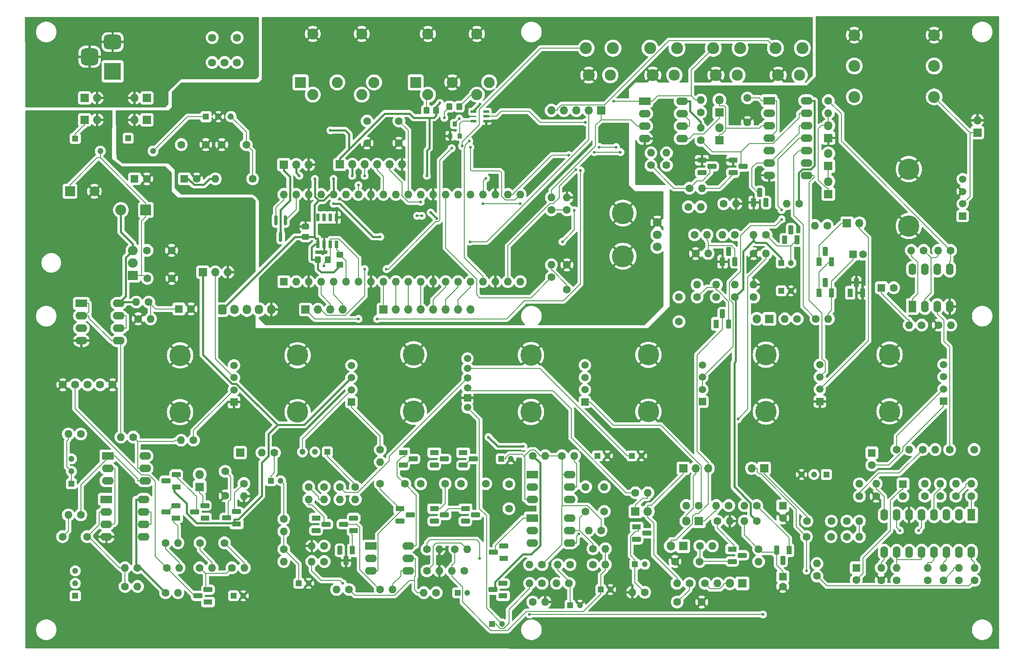
<source format=gbl>
%TF.GenerationSoftware,KiCad,Pcbnew,8.0.8*%
%TF.CreationDate,2025-03-25T20:46:00+09:00*%
%TF.ProjectId,mainBorad,6d61696e-426f-4726-9164-2e6b69636164,rev?*%
%TF.SameCoordinates,Original*%
%TF.FileFunction,Copper,L2,Bot*%
%TF.FilePolarity,Positive*%
%FSLAX46Y46*%
G04 Gerber Fmt 4.6, Leading zero omitted, Abs format (unit mm)*
G04 Created by KiCad (PCBNEW 8.0.8) date 2025-03-25 20:46:00*
%MOMM*%
%LPD*%
G01*
G04 APERTURE LIST*
G04 Aperture macros list*
%AMRoundRect*
0 Rectangle with rounded corners*
0 $1 Rounding radius*
0 $2 $3 $4 $5 $6 $7 $8 $9 X,Y pos of 4 corners*
0 Add a 4 corners polygon primitive as box body*
4,1,4,$2,$3,$4,$5,$6,$7,$8,$9,$2,$3,0*
0 Add four circle primitives for the rounded corners*
1,1,$1+$1,$2,$3*
1,1,$1+$1,$4,$5*
1,1,$1+$1,$6,$7*
1,1,$1+$1,$8,$9*
0 Add four rect primitives between the rounded corners*
20,1,$1+$1,$2,$3,$4,$5,0*
20,1,$1+$1,$4,$5,$6,$7,0*
20,1,$1+$1,$6,$7,$8,$9,0*
20,1,$1+$1,$8,$9,$2,$3,0*%
G04 Aperture macros list end*
%TA.AperFunction,ComponentPad*%
%ADD10C,1.600000*%
%TD*%
%TA.AperFunction,ComponentPad*%
%ADD11O,1.600000X1.600000*%
%TD*%
%TA.AperFunction,ComponentPad*%
%ADD12C,2.450000*%
%TD*%
%TA.AperFunction,ComponentPad*%
%ADD13C,2.300000*%
%TD*%
%TA.AperFunction,ComponentPad*%
%ADD14R,1.600000X2.400000*%
%TD*%
%TA.AperFunction,ComponentPad*%
%ADD15O,1.600000X2.400000*%
%TD*%
%TA.AperFunction,ComponentPad*%
%ADD16R,1.217000X1.217000*%
%TD*%
%TA.AperFunction,ComponentPad*%
%ADD17C,1.217000*%
%TD*%
%TA.AperFunction,ComponentPad*%
%ADD18R,1.800000X1.800000*%
%TD*%
%TA.AperFunction,ComponentPad*%
%ADD19O,1.800000X1.800000*%
%TD*%
%TA.AperFunction,ComponentPad*%
%ADD20C,1.800000*%
%TD*%
%TA.AperFunction,ComponentPad*%
%ADD21C,4.455000*%
%TD*%
%TA.AperFunction,ComponentPad*%
%ADD22R,1.100000X1.800000*%
%TD*%
%TA.AperFunction,ComponentPad*%
%ADD23RoundRect,0.275000X-0.275000X-0.625000X0.275000X-0.625000X0.275000X0.625000X-0.275000X0.625000X0*%
%TD*%
%TA.AperFunction,ComponentPad*%
%ADD24R,1.200000X1.200000*%
%TD*%
%TA.AperFunction,ComponentPad*%
%ADD25C,1.200000*%
%TD*%
%TA.AperFunction,ComponentPad*%
%ADD26R,1.600000X1.600000*%
%TD*%
%TA.AperFunction,ComponentPad*%
%ADD27R,2.400000X1.600000*%
%TD*%
%TA.AperFunction,ComponentPad*%
%ADD28O,2.400000X1.600000*%
%TD*%
%TA.AperFunction,ComponentPad*%
%ADD29R,1.700000X1.700000*%
%TD*%
%TA.AperFunction,ComponentPad*%
%ADD30O,1.700000X1.700000*%
%TD*%
%TA.AperFunction,ComponentPad*%
%ADD31R,1.800000X1.100000*%
%TD*%
%TA.AperFunction,ComponentPad*%
%ADD32RoundRect,0.275000X-0.625000X0.275000X-0.625000X-0.275000X0.625000X-0.275000X0.625000X0.275000X0*%
%TD*%
%TA.AperFunction,ComponentPad*%
%ADD33C,1.635000*%
%TD*%
%TA.AperFunction,ComponentPad*%
%ADD34R,2.200000X2.200000*%
%TD*%
%TA.AperFunction,ComponentPad*%
%ADD35O,2.200000X2.200000*%
%TD*%
%TA.AperFunction,ComponentPad*%
%ADD36RoundRect,0.275000X0.625000X-0.275000X0.625000X0.275000X-0.625000X0.275000X-0.625000X-0.275000X0*%
%TD*%
%TA.AperFunction,ComponentPad*%
%ADD37RoundRect,0.275000X0.275000X0.625000X-0.275000X0.625000X-0.275000X-0.625000X0.275000X-0.625000X0*%
%TD*%
%TA.AperFunction,ComponentPad*%
%ADD38RoundRect,0.250000X-0.600000X-0.725000X0.600000X-0.725000X0.600000X0.725000X-0.600000X0.725000X0*%
%TD*%
%TA.AperFunction,ComponentPad*%
%ADD39O,1.700000X1.950000*%
%TD*%
%TA.AperFunction,ComponentPad*%
%ADD40R,2.250000X2.250000*%
%TD*%
%TA.AperFunction,ComponentPad*%
%ADD41C,2.250000*%
%TD*%
%TA.AperFunction,ComponentPad*%
%ADD42R,1.500000X1.500000*%
%TD*%
%TA.AperFunction,ComponentPad*%
%ADD43C,1.500000*%
%TD*%
%TA.AperFunction,ComponentPad*%
%ADD44C,4.350000*%
%TD*%
%TA.AperFunction,ComponentPad*%
%ADD45C,2.400000*%
%TD*%
%TA.AperFunction,ComponentPad*%
%ADD46R,1.305000X1.305000*%
%TD*%
%TA.AperFunction,ComponentPad*%
%ADD47C,1.305000*%
%TD*%
%TA.AperFunction,ComponentPad*%
%ADD48C,1.575000*%
%TD*%
%TA.AperFunction,ComponentPad*%
%ADD49R,2.000000X1.905000*%
%TD*%
%TA.AperFunction,ComponentPad*%
%ADD50O,2.000000X1.905000*%
%TD*%
%TA.AperFunction,ComponentPad*%
%ADD51R,3.500000X3.500000*%
%TD*%
%TA.AperFunction,ComponentPad*%
%ADD52RoundRect,0.750000X-1.000000X0.750000X-1.000000X-0.750000X1.000000X-0.750000X1.000000X0.750000X0*%
%TD*%
%TA.AperFunction,ComponentPad*%
%ADD53RoundRect,0.875000X-0.875000X0.875000X-0.875000X-0.875000X0.875000X-0.875000X0.875000X0.875000X0*%
%TD*%
%TA.AperFunction,ComponentPad*%
%ADD54R,2.000000X2.000000*%
%TD*%
%TA.AperFunction,ComponentPad*%
%ADD55C,2.000000*%
%TD*%
%TA.AperFunction,SMDPad,CuDef*%
%ADD56RoundRect,0.250000X0.350000X0.450000X-0.350000X0.450000X-0.350000X-0.450000X0.350000X-0.450000X0*%
%TD*%
%TA.AperFunction,SMDPad,CuDef*%
%ADD57RoundRect,0.250000X0.450000X-0.350000X0.450000X0.350000X-0.450000X0.350000X-0.450000X-0.350000X0*%
%TD*%
%TA.AperFunction,SMDPad,CuDef*%
%ADD58R,1.150000X0.600000*%
%TD*%
%TA.AperFunction,SMDPad,CuDef*%
%ADD59RoundRect,0.250000X0.475000X-0.337500X0.475000X0.337500X-0.475000X0.337500X-0.475000X-0.337500X0*%
%TD*%
%TA.AperFunction,SMDPad,CuDef*%
%ADD60RoundRect,0.250000X-0.350000X-0.450000X0.350000X-0.450000X0.350000X0.450000X-0.350000X0.450000X0*%
%TD*%
%TA.AperFunction,SMDPad,CuDef*%
%ADD61R,0.950000X1.000000*%
%TD*%
%TA.AperFunction,SMDPad,CuDef*%
%ADD62RoundRect,0.175000X-0.175000X0.825000X-0.175000X-0.825000X0.175000X-0.825000X0.175000X0.825000X0*%
%TD*%
%TA.AperFunction,SMDPad,CuDef*%
%ADD63R,0.650000X1.551000*%
%TD*%
%TA.AperFunction,ViaPad*%
%ADD64C,0.600000*%
%TD*%
%TA.AperFunction,Conductor*%
%ADD65C,0.400000*%
%TD*%
%TA.AperFunction,Conductor*%
%ADD66C,0.200000*%
%TD*%
G04 APERTURE END LIST*
D10*
%TO.P,R105,1*%
%TO.N,A+VCO_SAW*%
X69330000Y-116165000D03*
D11*
%TO.P,R105,2*%
%TO.N,GNDA*%
X69330000Y-118705000D03*
%TD*%
D12*
%TO.P,DgJ13,1,1*%
%TO.N,GNDD*%
X152770000Y-32805000D03*
%TO.P,DgJ13,2,2_1*%
%TO.N,A+SyncOut*%
X152220000Y-27305000D03*
%TO.P,DgJ13,3,2_2*%
%TO.N,A+SyncOut_Run{slash}Stop*%
X157720000Y-27305000D03*
D13*
%TO.P,DgJ13,4,3*%
%TO.N,unconnected-(DgJ13-3-Pad4)*%
X157170000Y-32805000D03*
%TD*%
D10*
%TO.P,R26,1*%
%TO.N,Net-(R26-Pad1)*%
X168275000Y-120650000D03*
D11*
%TO.P,R26,2*%
%TO.N,Net-(D2-K)*%
X165735000Y-120650000D03*
%TD*%
D10*
%TO.P,R70,1*%
%TO.N,Net-(Q12-B1)*%
X77470000Y-123375000D03*
D11*
%TO.P,R70,2*%
%TO.N,Net-(C16-Pad1)*%
X77470000Y-125915000D03*
%TD*%
D10*
%TO.P,R45,1*%
%TO.N,A+12V*%
X53340000Y-138430000D03*
D11*
%TO.P,R45,2*%
%TO.N,Net-(Q8-E)*%
X55880000Y-138430000D03*
%TD*%
D14*
%TO.P,U1,1*%
%TO.N,Net-(R14-Pad1)*%
X217790000Y-122555000D03*
D15*
%TO.P,U1,2,DIODE_BIAS*%
%TO.N,unconnected-(U1C-DIODE_BIAS-Pad2)*%
X215250000Y-122555000D03*
%TO.P,U1,3,+*%
%TO.N,Net-(U1C-+)*%
X212710000Y-122555000D03*
%TO.P,U1,4,-*%
%TO.N,Net-(U1C--)*%
X210170000Y-122555000D03*
%TO.P,U1,5*%
%TO.N,Net-(R12-Pad2)*%
X207630000Y-122555000D03*
%TO.P,U1,6,V-*%
%TO.N,GNDA*%
X205090000Y-122555000D03*
%TO.P,U1,7*%
%TO.N,Net-(R12-Pad2)*%
X202550000Y-122555000D03*
%TO.P,U1,8*%
%TO.N,Net-(TM1-CCW)*%
X200010000Y-122555000D03*
%TO.P,U1,9*%
%TO.N,Net-(C8-Pad1)*%
X200010000Y-130175000D03*
%TO.P,U1,10*%
%TO.N,Net-(R7-Pad2)*%
X202550000Y-130175000D03*
%TO.P,U1,11,V+*%
%TO.N,A+12V*%
X205090000Y-130175000D03*
%TO.P,U1,12*%
%TO.N,Net-(R7-Pad2)*%
X207630000Y-130175000D03*
%TO.P,U1,13,-*%
%TO.N,Net-(U1A--)*%
X210170000Y-130175000D03*
%TO.P,U1,14,+*%
%TO.N,Net-(U1A-+)*%
X212710000Y-130175000D03*
%TO.P,U1,15,DIODE_BIAS*%
%TO.N,unconnected-(U1A-DIODE_BIAS-Pad15)*%
X215250000Y-130175000D03*
%TO.P,U1,16*%
%TO.N,Net-(R6-Pad2)*%
X217790000Y-130175000D03*
%TD*%
D16*
%TO.P,TM4,1,CCW*%
%TO.N,A+5.333V*%
X34925000Y-139065000D03*
D17*
%TO.P,TM4,2,WIPER*%
%TO.N,Net-(TM4-WIPER)*%
X34925000Y-136525000D03*
%TO.P,TM4,3,CW*%
%TO.N,A+12V*%
X34925000Y-133985000D03*
%TD*%
D12*
%TO.P,DgJ11,1,1*%
%TO.N,GNDD*%
X165650000Y-32805000D03*
%TO.P,DgJ11,2,2_1*%
%TO.N,A+VCO_CV*%
X165100000Y-27305000D03*
%TO.P,DgJ11,3,2_2*%
X170600000Y-27305000D03*
D13*
%TO.P,DgJ11,4,3*%
%TO.N,unconnected-(DgJ11-3-Pad4)*%
X170050000Y-32805000D03*
%TD*%
D18*
%TO.P,D37,1,K*%
%TO.N,Net-(D37-K)*%
X176530000Y-82550000D03*
D19*
%TO.P,D37,2,A*%
%TO.N,A+VCA_Env*%
X173990000Y-82550000D03*
%TD*%
D16*
%TO.P,TM5,1,CCW*%
%TO.N,Net-(TM5-CCW)*%
X34145000Y-116205000D03*
D17*
%TO.P,TM5,2,WIPER*%
X34145000Y-113665000D03*
%TO.P,TM5,3,CW*%
%TO.N,A+VCO_CV*%
X34145000Y-111125000D03*
%TD*%
D10*
%TO.P,R22,1*%
%TO.N,Net-(Q1-E)*%
X165960000Y-123825000D03*
D11*
%TO.P,R22,2*%
%TO.N,GNDA*%
X168500000Y-123825000D03*
%TD*%
D10*
%TO.P,R140,1*%
%TO.N,Net-(Q35-B)*%
X167230000Y-59055000D03*
D11*
%TO.P,R140,2*%
%TO.N,GNDA*%
X169770000Y-59055000D03*
%TD*%
D10*
%TO.P,R73,1*%
%TO.N,Net-(TM3-CCW)*%
X92075000Y-116840000D03*
D11*
%TO.P,R73,2*%
%TO.N,Net-(Q10-E)*%
X92075000Y-119380000D03*
%TD*%
D20*
%TO.P,VR1,1,CCW*%
%TO.N,D+3.3V*%
X153685000Y-67865000D03*
%TO.P,VR1,2,WIPER*%
%TO.N,A+TEMPO*%
X153685000Y-65365000D03*
%TO.P,VR1,3,CW*%
%TO.N,GNDD*%
X153685000Y-62865000D03*
D21*
%TO.P,VR1,MH1,MH1*%
X146685000Y-69765000D03*
%TO.P,VR1,MH2,MH2*%
X146685000Y-60965000D03*
%TD*%
D10*
%TO.P,R93,1*%
%TO.N,Net-(Q30-C)*%
X162560000Y-46130000D03*
D11*
%TO.P,R93,2*%
%TO.N,A+12V*%
X162560000Y-43590000D03*
%TD*%
D10*
%TO.P,R109,1*%
%TO.N,Net-(Q20-B)*%
X106680000Y-133985000D03*
D11*
%TO.P,R109,2*%
%TO.N,GNDA*%
X109220000Y-133985000D03*
%TD*%
D22*
%TO.P,Q38,1,E*%
%TO.N,Net-(Q38-E)*%
X165735000Y-83585000D03*
D23*
%TO.P,Q38,2,C*%
%TO.N,A+VCA_Env*%
X167005000Y-81515000D03*
%TO.P,Q38,3,B*%
%TO.N,Net-(Q38-B)*%
X168275000Y-83585000D03*
%TD*%
D10*
%TO.P,R152,1*%
%TO.N,Net-(Q41-B)*%
X182245000Y-82550000D03*
D11*
%TO.P,R152,2*%
%TO.N,Net-(D37-K)*%
X179705000Y-82550000D03*
%TD*%
D24*
%TO.P,C23,1*%
%TO.N,Net-(C23-Pad1)*%
X112935000Y-138430000D03*
D25*
%TO.P,C23,2*%
%TO.N,Net-(Q18-E)*%
X114935000Y-138430000D03*
%TD*%
D10*
%TO.P,C25,1*%
%TO.N,Net-(Q16-B)*%
X139065000Y-116840000D03*
%TO.P,C25,2*%
%TO.N,Net-(Q21-B2)*%
X139065000Y-121840000D03*
%TD*%
%TO.P,R64,1*%
%TO.N,Net-(Q9-B)*%
X85725000Y-128905000D03*
D11*
%TO.P,R64,2*%
%TO.N,GNDA*%
X83185000Y-128905000D03*
%TD*%
D10*
%TO.P,R35,1*%
%TO.N,Net-(Q8-B)*%
X66900000Y-133350000D03*
D11*
%TO.P,R35,2*%
%TO.N,A+VCO_SAW*%
X69440000Y-133350000D03*
%TD*%
D10*
%TO.P,C34,1*%
%TO.N,Net-(Q26-C1)*%
X37320000Y-127000000D03*
%TO.P,C34,2*%
%TO.N,Net-(C34-Pad2)*%
X32320000Y-127000000D03*
%TD*%
D26*
%TO.P,C20,1*%
%TO.N,Net-(Q2-B)*%
X179295000Y-135160000D03*
D10*
%TO.P,C20,2*%
%TO.N,GNDA*%
X179295000Y-137160000D03*
%TD*%
%TO.P,R13,1*%
%TO.N,GNDA*%
X198345000Y-118745000D03*
D11*
%TO.P,R13,2*%
%TO.N,Net-(TM1-CCW)*%
X198345000Y-116205000D03*
%TD*%
D24*
%TO.P,C72,1*%
%TO.N,A+12V*%
X178975000Y-71120000D03*
D25*
%TO.P,C72,2*%
%TO.N,Net-(Q36-B)*%
X180975000Y-71120000D03*
%TD*%
D27*
%TO.P,U2,1*%
%TO.N,Net-(C34-Pad2)*%
X41275000Y-119380000D03*
D28*
%TO.P,U2,2,-*%
%TO.N,Net-(Q26-C1)*%
X41275000Y-121920000D03*
%TO.P,U2,3,+*%
%TO.N,A+5.333V*%
X41275000Y-124460000D03*
%TO.P,U2,4,V-*%
%TO.N,GNDA*%
X41275000Y-127000000D03*
%TO.P,U2,5,+*%
%TO.N,A+5.333V*%
X48895000Y-127000000D03*
%TO.P,U2,6,-*%
%TO.N,Net-(U2B--)*%
X48895000Y-124460000D03*
%TO.P,U2,7*%
X48895000Y-121920000D03*
%TO.P,U2,8,V+*%
%TO.N,A+12V*%
X48895000Y-119380000D03*
%TD*%
D10*
%TO.P,R36,1*%
%TO.N,A+VCO_SQU*%
X53565000Y-133350000D03*
D11*
%TO.P,R36,2*%
%TO.N,A+5.333V*%
X56105000Y-133350000D03*
%TD*%
D10*
%TO.P,R14,1*%
%TO.N,Net-(R14-Pad1)*%
X217790000Y-118745000D03*
D11*
%TO.P,R14,2*%
%TO.N,A+5.333V*%
X217790000Y-116205000D03*
%TD*%
D10*
%TO.P,R91,1*%
%TO.N,Net-(Q29-C)*%
X160245000Y-55880000D03*
D11*
%TO.P,R91,2*%
%TO.N,Net-(Q30-B)*%
X162785000Y-55880000D03*
%TD*%
D10*
%TO.P,R10,1*%
%TO.N,A+5.333V*%
X214615000Y-118745000D03*
D11*
%TO.P,R10,2*%
%TO.N,Net-(U1C-+)*%
X214615000Y-116205000D03*
%TD*%
D10*
%TO.P,DgC2,1*%
%TO.N,Net-(DgIC5A-+)*%
X135255000Y-76530000D03*
%TO.P,DgC2,2*%
%TO.N,GNDD*%
X135255000Y-71530000D03*
%TD*%
%TO.P,R138,1*%
%TO.N,Net-(VR6-CCW)*%
X186055000Y-82550000D03*
D11*
%TO.P,R138,2*%
%TO.N,Net-(Q41-B)*%
X188595000Y-82550000D03*
%TD*%
D29*
%TO.P,J13,1,Pin_1*%
%TO.N,A+VCO_WAVE*%
X68580000Y-109855000D03*
%TD*%
%TO.P,J8,1,Pin_1*%
%TO.N,A+ENV.MOD*%
X192405000Y-63000000D03*
D30*
%TO.P,J8,2,Pin_2*%
%TO.N,A+VCA-Reso_ACC*%
X194945000Y-63000000D03*
%TD*%
D31*
%TO.P,Q10,1,E*%
%TO.N,Net-(Q10-E)*%
X84055000Y-123190000D03*
D32*
%TO.P,Q10,2,C*%
%TO.N,Net-(Q10-C)*%
X86125000Y-124460000D03*
%TO.P,Q10,3,B*%
%TO.N,Net-(Q10-B)*%
X84055000Y-125730000D03*
%TD*%
D10*
%TO.P,C19,1*%
%TO.N,Net-(Q13-B)*%
X105410000Y-116205000D03*
%TO.P,C19,2*%
%TO.N,Net-(Q15-B)*%
X110410000Y-116205000D03*
%TD*%
D16*
%TO.P,TM1,1,CCW*%
%TO.N,Net-(TM1-CCW)*%
X188185000Y-114300000D03*
D17*
%TO.P,TM1,2,WIPER*%
%TO.N,Net-(TM1-WIPER)*%
X185645000Y-114300000D03*
%TO.P,TM1,3,CW*%
%TO.N,GNDA*%
X183105000Y-114300000D03*
%TD*%
D10*
%TO.P,R103,1*%
%TO.N,A+12V*%
X47625000Y-133350000D03*
D11*
%TO.P,R103,2*%
%TO.N,Net-(Q26-C1)*%
X45085000Y-133350000D03*
%TD*%
D10*
%TO.P,R8,1*%
%TO.N,GNDA*%
X199375000Y-135890000D03*
D11*
%TO.P,R8,2*%
%TO.N,Net-(C8-Pad1)*%
X199375000Y-133350000D03*
%TD*%
D31*
%TO.P,Q23,1,E*%
%TO.N,Net-(Q17-B)*%
X114535000Y-121285000D03*
D32*
%TO.P,Q23,2,C*%
%TO.N,Net-(Q22-E2)*%
X116605000Y-122555000D03*
%TO.P,Q23,3,B*%
X114535000Y-123825000D03*
%TD*%
D33*
%TO.P,SW1,1,1*%
%TO.N,A+VCO_SQU*%
X34925000Y-96000000D03*
%TO.P,SW1,2,2_Comm*%
%TO.N,A+VCO_WAVE*%
X37465000Y-96000000D03*
%TO.P,SW1,3,3*%
%TO.N,A+VCO_SAW*%
X40005000Y-96000000D03*
%TO.P,SW1,MH1,MH1*%
%TO.N,GNDA*%
X32385000Y-96000000D03*
%TO.P,SW1,MH2,MH2*%
X42545000Y-96000000D03*
%TD*%
D10*
%TO.P,C26,1*%
%TO.N,Net-(Q16-B)*%
X123432600Y-116285000D03*
%TO.P,C26,2*%
%TO.N,Net-(Q22-E2)*%
X123432600Y-121285000D03*
%TD*%
%TO.P,DgR6,1*%
%TO.N,Net-(DgIC5B--)*%
X135255000Y-60325000D03*
D11*
%TO.P,DgR6,2*%
%TO.N,GNDD*%
X135255000Y-57785000D03*
%TD*%
D26*
%TO.P,PwC6,1*%
%TO.N,A+12V*%
X47030000Y-53975000D03*
D10*
%TO.P,PwC6,2*%
%TO.N,GNDA*%
X49530000Y-53975000D03*
%TD*%
D34*
%TO.P,PwD1,1,K*%
%TO.N,A+15V*%
X49312200Y-60325000D03*
D35*
%TO.P,PwD1,2,A*%
%TO.N,A+12V*%
X44232200Y-60325000D03*
%TD*%
D10*
%TO.P,R114,1*%
%TO.N,Net-(Q21-B2)*%
X140560000Y-129460000D03*
D11*
%TO.P,R114,2*%
%TO.N,Net-(C29-Pad1)*%
X143100000Y-129460000D03*
%TD*%
D10*
%TO.P,PwC3,1*%
%TO.N,Net-(PwIC1-VOUT)*%
X69810000Y-46990000D03*
%TO.P,PwC3,2*%
%TO.N,GNDD*%
X64810000Y-46990000D03*
%TD*%
%TO.P,PwC9,1*%
%TO.N,A+12V*%
X49570000Y-68580000D03*
%TO.P,PwC9,2*%
%TO.N,GNDA*%
X54570000Y-68580000D03*
%TD*%
D27*
%TO.P,IC12,1*%
%TO.N,Net-(C35-Pad1)*%
X176530000Y-38005000D03*
D28*
%TO.P,IC12,2*%
%TO.N,A+CV*%
X176530000Y-40545000D03*
%TO.P,IC12,3*%
%TO.N,A+VCO_CV*%
X176530000Y-43085000D03*
%TO.P,IC12,4*%
%TO.N,Net-(C35-Pad1)*%
X176530000Y-45625000D03*
%TO.P,IC12,5*%
%TO.N,Net-(Q29-C)*%
X176530000Y-48165000D03*
%TO.P,IC12,6*%
%TO.N,Net-(Q35-C)*%
X176530000Y-50705000D03*
%TO.P,IC12,7,VSS*%
%TO.N,GNDA*%
X176530000Y-53245000D03*
%TO.P,IC12,8*%
%TO.N,Net-(VR7-CW)*%
X184150000Y-53245000D03*
%TO.P,IC12,9*%
%TO.N,A+ENV.MOD*%
X184150000Y-50705000D03*
%TO.P,IC12,10*%
%TO.N,Net-(VR6-CCW)*%
X184150000Y-48165000D03*
%TO.P,IC12,11*%
%TO.N,Net-(D28-A)*%
X184150000Y-45625000D03*
%TO.P,IC12,12*%
%TO.N,Net-(Q35-C)*%
X184150000Y-43085000D03*
%TO.P,IC12,13*%
%TO.N,Net-(Q30-C)*%
X184150000Y-40545000D03*
%TO.P,IC12,14,VDD*%
%TO.N,A+12V*%
X184150000Y-38005000D03*
%TD*%
D10*
%TO.P,R63,1*%
%TO.N,Net-(VR5-WIPER)*%
X85725000Y-116840000D03*
D11*
%TO.P,R63,2*%
%TO.N,Net-(Q10-B)*%
X85725000Y-119380000D03*
%TD*%
D27*
%TO.P,Q21,1,E1*%
%TO.N,Net-(Q20-C)*%
X128157600Y-123190000D03*
D28*
%TO.P,Q21,2,B1*%
%TO.N,Net-(Q21-B1)*%
X128157600Y-125730000D03*
%TO.P,Q21,3,C2*%
%TO.N,Net-(Q19-B)*%
X128157600Y-128270000D03*
%TO.P,Q21,4,E2*%
%TO.N,Net-(Q20-C)*%
X135777600Y-128270000D03*
%TO.P,Q21,5,B2*%
%TO.N,Net-(Q21-B2)*%
X135777600Y-125730000D03*
%TO.P,Q21,6,C1*%
%TO.N,Net-(Q21-C1)*%
X135777600Y-123190000D03*
%TD*%
D10*
%TO.P,R111,1*%
%TO.N,Net-(Q19-C)*%
X142240000Y-125730000D03*
D11*
%TO.P,R111,2*%
%TO.N,Net-(Q21-C1)*%
X139700000Y-125730000D03*
%TD*%
D31*
%TO.P,Q30,1,E*%
%TO.N,GNDA*%
X169145000Y-50165000D03*
D32*
%TO.P,Q30,2,C*%
%TO.N,Net-(Q30-C)*%
X171215000Y-51435000D03*
%TO.P,Q30,3,B*%
%TO.N,Net-(Q30-B)*%
X169145000Y-52705000D03*
%TD*%
D10*
%TO.P,C1,1*%
%TO.N,A+VCA_Signal*%
X184215000Y-123825000D03*
%TO.P,C1,2*%
%TO.N,Net-(C1-Pad2)*%
X189215000Y-123825000D03*
%TD*%
%TO.P,R25,1*%
%TO.N,Net-(Q2-B)*%
X174360000Y-129540000D03*
D11*
%TO.P,R25,2*%
%TO.N,Net-(Q1-C)*%
X174360000Y-132080000D03*
%TD*%
D18*
%TO.P,D2,1,K*%
%TO.N,Net-(D2-K)*%
X162150000Y-123825000D03*
D19*
%TO.P,D2,2,A*%
%TO.N,A+VCA_Trig*%
X159610000Y-123825000D03*
%TD*%
D10*
%TO.P,R16,1*%
%TO.N,A+5.333V*%
X213545000Y-68580000D03*
D11*
%TO.P,R16,2*%
%TO.N,Net-(U4A--)*%
X211005000Y-68580000D03*
%TD*%
D10*
%TO.P,R66,1*%
%TO.N,A+5.333V*%
X135890000Y-132715000D03*
D11*
%TO.P,R66,2*%
%TO.N,Net-(C22-Pad1)*%
X133350000Y-132715000D03*
%TD*%
D10*
%TO.P,R100,1*%
%TO.N,Net-(Q26-B2)*%
X46765000Y-106680000D03*
D11*
%TO.P,R100,2*%
%TO.N,A+5.333V*%
X44225000Y-106680000D03*
%TD*%
D31*
%TO.P,Q18,1,E*%
%TO.N,Net-(Q18-E)*%
X122205000Y-139065000D03*
D36*
%TO.P,Q18,2,C*%
%TO.N,A+12V*%
X120135000Y-137795000D03*
%TO.P,Q18,3,B*%
%TO.N,Net-(Q18-B)*%
X122205000Y-136525000D03*
%TD*%
D31*
%TO.P,Q8,1,E*%
%TO.N,Net-(Q8-E)*%
X61995000Y-140335000D03*
D36*
%TO.P,Q8,2,C*%
%TO.N,A+VCO_SQU*%
X59925000Y-139065000D03*
%TO.P,Q8,3,B*%
%TO.N,Net-(Q8-B)*%
X61995000Y-137795000D03*
%TD*%
D24*
%TO.P,C15,1*%
%TO.N,Net-(C15-Pad1)*%
X120015000Y-144780000D03*
D25*
%TO.P,C15,2*%
%TO.N,A+VCA_Resonance*%
X122015000Y-144780000D03*
%TD*%
D22*
%TO.P,Q9,1,E*%
%TO.N,Net-(Q10-C)*%
X91440000Y-129775000D03*
D37*
%TO.P,Q9,2,C*%
%TO.N,GNDA*%
X90170000Y-131845000D03*
%TO.P,Q9,3,B*%
%TO.N,Net-(Q9-B)*%
X88900000Y-129775000D03*
%TD*%
D29*
%TO.P,J12,1,Pin_1*%
%TO.N,Net-(J12-Pin_1)*%
X219000000Y-44540000D03*
D30*
%TO.P,J12,2,Pin_2*%
%TO.N,GNDA*%
X219000000Y-42000000D03*
%TD*%
D24*
%TO.P,C30,1*%
%TO.N,Net-(Q22-B1)*%
X141510000Y-110490000D03*
D25*
%TO.P,C30,2*%
%TO.N,GNDA*%
X143510000Y-110490000D03*
%TD*%
D10*
%TO.P,R150,1*%
%TO.N,A+12V*%
X169545000Y-78105000D03*
D11*
%TO.P,R150,2*%
%TO.N,Net-(Q38-E)*%
X169545000Y-75565000D03*
%TD*%
D18*
%TO.P,D28,1,K*%
%TO.N,Net-(D28-K)*%
X188595000Y-51340000D03*
D19*
%TO.P,D28,2,A*%
%TO.N,Net-(D28-A)*%
X188595000Y-48800000D03*
%TD*%
D10*
%TO.P,R98,1*%
%TO.N,Net-(Q12-B2)*%
X90805000Y-137795000D03*
D11*
%TO.P,R98,2*%
%TO.N,Net-(C16-Pad1)*%
X88265000Y-137795000D03*
%TD*%
D10*
%TO.P,C54,1*%
%TO.N,Net-(C54-Pad1)*%
X158115000Y-83105000D03*
%TO.P,C54,2*%
%TO.N,A+ENV_Trig*%
X158115000Y-78105000D03*
%TD*%
D38*
%TO.P,J14,1,Pin_1*%
%TO.N,D+3.3V*%
X64930000Y-80645000D03*
D39*
%TO.P,J14,2,Pin_2*%
%TO.N,D_I2C_SDA*%
X67430000Y-80645000D03*
%TO.P,J14,3,Pin_3*%
%TO.N,D_I2C_SCL*%
X69930000Y-80645000D03*
%TO.P,J14,4,Pin_4*%
%TO.N,unconnected-(J14-Pin_4-Pad4)*%
X72430000Y-80645000D03*
%TO.P,J14,5,Pin_5*%
%TO.N,GNDD*%
X74930000Y-80645000D03*
%TD*%
D12*
%TO.P,DgJ9,1,1*%
%TO.N,GNDD*%
X139700000Y-32805000D03*
%TO.P,DgJ9,2,2_1*%
%TO.N,D+5V_SyncIn*%
X139150000Y-27305000D03*
%TO.P,DgJ9,3,2_2*%
%TO.N,D+5V_SyncIn_Run{slash}Stop*%
X144650000Y-27305000D03*
D13*
%TO.P,DgJ9,4,3*%
%TO.N,unconnected-(DgJ9-3-Pad4)*%
X144100000Y-32805000D03*
%TD*%
D29*
%TO.P,PwJ2,1,Pin_1*%
%TO.N,ADAPTER+15V*%
X36830000Y-37465000D03*
D30*
%TO.P,PwJ2,2,Pin_2*%
%TO.N,ADAPTER GND*%
X39370000Y-37465000D03*
%TD*%
D10*
%TO.P,C33,1*%
%TO.N,GNDA*%
X65520000Y-118665000D03*
%TO.P,C33,2*%
%TO.N,Net-(Q25-E)*%
X65520000Y-113665000D03*
%TD*%
D24*
%TO.P,C14,1*%
%TO.N,Net-(Q19-E)*%
X149130000Y-132635000D03*
D25*
%TO.P,C14,2*%
%TO.N,A+VCA_Signal*%
X151130000Y-132635000D03*
%TD*%
D26*
%TO.P,C7,1*%
%TO.N,Net-(U5A-+)*%
X56047000Y-80518000D03*
D10*
%TO.P,C7,2*%
%TO.N,GNDA*%
X58547000Y-80518000D03*
%TD*%
%TO.P,R92,1*%
%TO.N,Net-(Q29-C)*%
X152400000Y-51210000D03*
D11*
%TO.P,R92,2*%
%TO.N,A+12V*%
X152400000Y-48670000D03*
%TD*%
D10*
%TO.P,R6,1*%
%TO.N,A+VCA_Control*%
X218425000Y-135890000D03*
D11*
%TO.P,R6,2*%
%TO.N,Net-(R6-Pad2)*%
X218425000Y-133350000D03*
%TD*%
D29*
%TO.P,PwJ3,1,Pin_1*%
%TO.N,ADAPTER+15V*%
X49530000Y-37465000D03*
D30*
%TO.P,PwJ3,2,Pin_2*%
%TO.N,ADAPTER GND*%
X46990000Y-37465000D03*
%TD*%
D10*
%TO.P,R99,1*%
%TO.N,Net-(C22-Pad1)*%
X135665000Y-136525000D03*
D11*
%TO.P,R99,2*%
%TO.N,Net-(Q18-B)*%
X133125000Y-136525000D03*
%TD*%
D26*
%TO.P,C9,1*%
%TO.N,Net-(TM1-WIPER)*%
X197470000Y-109895000D03*
D10*
%TO.P,C9,2*%
%TO.N,OVD_OUT*%
X197470000Y-112395000D03*
%TD*%
%TO.P,R113,1*%
%TO.N,Net-(Q21-B1)*%
X114300000Y-133985000D03*
D11*
%TO.P,R113,2*%
%TO.N,Net-(C29-Pad1)*%
X111760000Y-133985000D03*
%TD*%
D10*
%TO.P,R59,1*%
%TO.N,D+SLIDE*%
X155575000Y-51210000D03*
D11*
%TO.P,R59,2*%
%TO.N,Net-(Q29-B)*%
X155575000Y-48670000D03*
%TD*%
D27*
%TO.P,Q12,1,E1*%
%TO.N,Net-(Q12-E1)*%
X95210000Y-128920000D03*
D28*
%TO.P,Q12,2,B1*%
%TO.N,Net-(Q12-B1)*%
X95210000Y-131460000D03*
%TO.P,Q12,3,C2*%
%TO.N,Net-(Q12-C2)*%
X95210000Y-134000000D03*
%TO.P,Q12,4,E2*%
%TO.N,Net-(Q12-E1)*%
X102830000Y-134000000D03*
%TO.P,Q12,5,B2*%
%TO.N,Net-(Q12-B2)*%
X102830000Y-131460000D03*
%TO.P,Q12,6,C1*%
%TO.N,Net-(Q12-C1)*%
X102830000Y-128920000D03*
%TD*%
D10*
%TO.P,R28,1*%
%TO.N,Net-(Q2-E)*%
X173990000Y-120650000D03*
D11*
%TO.P,R28,2*%
%TO.N,Net-(R26-Pad1)*%
X171450000Y-120650000D03*
%TD*%
D26*
%TO.P,C3,1*%
%TO.N,Net-(C3-Pad1)*%
X179295000Y-120690000D03*
D10*
%TO.P,C3,2*%
%TO.N,GNDA*%
X179295000Y-123190000D03*
%TD*%
%TO.P,R34,1*%
%TO.N,Net-(Q8-B)*%
X60325000Y-133350000D03*
D11*
%TO.P,R34,2*%
%TO.N,Net-(C10-Pad1)*%
X62865000Y-133350000D03*
%TD*%
D16*
%TO.P,PwF1,1,1*%
%TO.N,A+15VPre*%
X34925000Y-45720000D03*
D17*
%TO.P,PwF1,2,2*%
%TO.N,A+15V*%
X40025000Y-48310000D03*
%TD*%
D31*
%TO.P,Q24,1,E*%
%TO.N,Net-(Q24-E)*%
X55455000Y-123190000D03*
D36*
%TO.P,Q24,2,C*%
%TO.N,Net-(D25-K)*%
X53385000Y-121920000D03*
%TO.P,Q24,3,B*%
X55455000Y-120650000D03*
%TD*%
D18*
%TO.P,D26,1,K*%
%TO.N,GNDA*%
X188595000Y-45625000D03*
D19*
%TO.P,D26,2,A*%
%TO.N,Net-(D26-A)*%
X188595000Y-43085000D03*
%TD*%
D27*
%TO.P,U5,1*%
%TO.N,A+5.333V*%
X36180000Y-79385000D03*
D28*
%TO.P,U5,2,-*%
X36180000Y-81925000D03*
%TO.P,U5,3,+*%
%TO.N,Net-(U5A-+)*%
X36180000Y-84465000D03*
%TO.P,U5,4,V-*%
%TO.N,GNDA*%
X36180000Y-87005000D03*
%TO.P,U5,5,+*%
%TO.N,A+5.333V*%
X43800000Y-87005000D03*
%TO.P,U5,6,-*%
%TO.N,Net-(U5B--)*%
X43800000Y-84465000D03*
%TO.P,U5,7*%
X43800000Y-81925000D03*
%TO.P,U5,8,V+*%
%TO.N,A+12V*%
X43800000Y-79385000D03*
%TD*%
D10*
%TO.P,R139,1*%
%TO.N,A+12V*%
X182655000Y-59055000D03*
D11*
%TO.P,R139,2*%
%TO.N,Net-(Q35-C)*%
X180115000Y-59055000D03*
%TD*%
D29*
%TO.P,AnPw1,1,Pin_1*%
%TO.N,A+12V*%
X60960000Y-73025000D03*
D30*
%TO.P,AnPw1,2,Pin_2*%
%TO.N,A+5.333V*%
X63500000Y-73025000D03*
%TO.P,AnPw1,3,Pin_3*%
%TO.N,GNDA*%
X66040000Y-73025000D03*
%TD*%
D18*
%TO.P,D1,1,K*%
%TO.N,Net-(D1-K)*%
X158975000Y-128905000D03*
D19*
%TO.P,D1,2,A*%
%TO.N,A+VCA_Env*%
X156435000Y-128905000D03*
%TD*%
D10*
%TO.P,R142,1*%
%TO.N,Net-(Q36-B)*%
X175895000Y-65405000D03*
D11*
%TO.P,R142,2*%
%TO.N,A+12V*%
X173355000Y-65405000D03*
%TD*%
D40*
%TO.P,DgJ1,1,1*%
%TO.N,unconnected-(DgJ1-Pad1)*%
X104380000Y-34290000D03*
D41*
%TO.P,DgJ1,2,2*%
%TO.N,GNDD*%
X111880000Y-34290000D03*
%TO.P,DgJ1,3,3*%
%TO.N,unconnected-(DgJ1-Pad3)*%
X119380000Y-34290000D03*
%TO.P,DgJ1,4,4*%
%TO.N,Net-(DgJ1-Pad4)*%
X106880000Y-36790000D03*
%TO.P,DgJ1,5,5*%
%TO.N,Net-(DgJ1-Pad5)*%
X116880000Y-36790000D03*
%TO.P,DgJ1,MH1,MH1*%
%TO.N,GNDD*%
X106880000Y-24390000D03*
%TO.P,DgJ1,MH2,MH2*%
X116880000Y-24390000D03*
%TD*%
D26*
%TO.P,C8,1*%
%TO.N,Net-(C8-Pad1)*%
X194295000Y-133350000D03*
D10*
%TO.P,C8,2*%
%TO.N,VCA_OUT*%
X194295000Y-135850000D03*
%TD*%
D24*
%TO.P,C29,1*%
%TO.N,Net-(C29-Pad1)*%
X142145000Y-137795000D03*
D25*
%TO.P,C29,2*%
%TO.N,GNDA*%
X144145000Y-137795000D03*
%TD*%
D26*
%TO.P,C4,1*%
%TO.N,VCA_OUT*%
X203820000Y-116245000D03*
D10*
%TO.P,C4,2*%
%TO.N,Net-(C4-Pad2)*%
X203820000Y-118745000D03*
%TD*%
D22*
%TO.P,Q35,1,E*%
%TO.N,GNDA*%
X173355000Y-58820000D03*
D23*
%TO.P,Q35,2,C*%
%TO.N,Net-(Q35-C)*%
X174625000Y-56750000D03*
%TO.P,Q35,3,B*%
%TO.N,Net-(Q35-B)*%
X175895000Y-58820000D03*
%TD*%
D10*
%TO.P,R69,1*%
%TO.N,Net-(Q11-C)*%
X97155000Y-137795000D03*
D11*
%TO.P,R69,2*%
%TO.N,Net-(Q12-E1)*%
X99695000Y-137795000D03*
%TD*%
D31*
%TO.P,Q14,1,E*%
%TO.N,Net-(Q13-B)*%
X108185000Y-109855000D03*
D32*
%TO.P,Q14,2,C*%
%TO.N,Net-(Q14-B)*%
X110255000Y-111125000D03*
%TO.P,Q14,3,B*%
X108185000Y-112395000D03*
%TD*%
D24*
%TO.P,C13,1*%
%TO.N,Net-(VR4-CW_2)*%
X148495000Y-110490000D03*
D25*
%TO.P,C13,2*%
%TO.N,GNDA*%
X150495000Y-110490000D03*
%TD*%
D33*
%TO.P,PwS1,1,1*%
%TO.N,Net-(PwJ1-Pad1)*%
X62865000Y-30225000D03*
%TO.P,PwS1,2,2*%
%TO.N,ADAPTER+15V*%
X65405000Y-30225000D03*
%TO.P,PwS1,3,3*%
%TO.N,unconnected-(PwS1-Pad3)*%
X67945000Y-30225000D03*
%TO.P,PwS1,4,4*%
%TO.N,unconnected-(PwS1-Pad4)*%
X67945000Y-25145000D03*
%TO.P,PwS1,5,5*%
%TO.N,unconnected-(PwS1-Pad5)*%
X62865000Y-25145000D03*
%TD*%
D31*
%TO.P,Q28,1,D*%
%TO.N,A+12V*%
X67825000Y-124420000D03*
D36*
%TO.P,Q28,2,G*%
%TO.N,Net-(Q25-E)*%
X65755000Y-123150000D03*
%TO.P,Q28,3,S*%
%TO.N,A+VCO_SAW*%
X67825000Y-121880000D03*
%TD*%
D10*
%TO.P,R46,1*%
%TO.N,Net-(VR4-CCW_2)*%
X149225000Y-118030000D03*
D11*
%TO.P,R46,2*%
%TO.N,Net-(D24-K)*%
X151765000Y-118030000D03*
%TD*%
D10*
%TO.P,R17,1*%
%TO.N,Net-(R17-Pad1)*%
X207645000Y-83820000D03*
D11*
%TO.P,R17,2*%
%TO.N,Net-(C6-Pad1)*%
X205105000Y-83820000D03*
%TD*%
D18*
%TO.P,D29,1,K*%
%TO.N,Net-(D26-A)*%
X188595000Y-57055000D03*
D19*
%TO.P,D29,2,A*%
%TO.N,Net-(D28-K)*%
X188595000Y-54515000D03*
%TD*%
D10*
%TO.P,R117,1*%
%TO.N,A+5.333V*%
X188595000Y-38005000D03*
D11*
%TO.P,R117,2*%
%TO.N,Net-(D26-A)*%
X188595000Y-40545000D03*
%TD*%
D29*
%TO.P,DgJ16,1,Pin_1*%
%TO.N,A+CV*%
X142235000Y-40005000D03*
D30*
%TO.P,DgJ16,2,Pin_2*%
%TO.N,A+VCO_CV*%
X139695000Y-40005000D03*
%TO.P,DgJ16,3,Pin_3*%
%TO.N,A+SLIDE*%
X137155000Y-40005000D03*
%TO.P,DgJ16,4,Pin_4*%
%TO.N,A-ACC*%
X134615000Y-40005000D03*
%TO.P,DgJ16,5,Pin_5*%
%TO.N,A+GATE*%
X132075000Y-40005000D03*
%TD*%
D10*
%TO.P,R61,1*%
%TO.N,Net-(VR5-CCW)*%
X162150000Y-120650000D03*
D11*
%TO.P,R61,2*%
%TO.N,Net-(Q10-C)*%
X159610000Y-120650000D03*
%TD*%
D22*
%TO.P,Q39,1,D*%
%TO.N,A+ENV.MOD*%
X193040000Y-77235000D03*
D23*
%TO.P,Q39,2,G*%
%TO.N,GNDA*%
X194310000Y-75165000D03*
%TO.P,Q39,3,S*%
X195580000Y-77235000D03*
%TD*%
D10*
%TO.P,R62,1*%
%TO.N,Net-(C17-Pad1)*%
X75565000Y-109855000D03*
D11*
%TO.P,R62,2*%
%TO.N,A+VCO_WAVE*%
X73025000Y-109855000D03*
%TD*%
D42*
%TO.P,VR2,1,CCW*%
%TO.N,GNDA*%
X67310000Y-99550000D03*
D43*
%TO.P,VR2,2,WIPER*%
%TO.N,Net-(VR2-WIPER)*%
X67310000Y-97050000D03*
%TO.P,VR2,3,CW*%
%TO.N,A+5.333V*%
X67310000Y-94550000D03*
%TO.P,VR2,4,DUMMY*%
%TO.N,unconnected-(VR2-DUMMY-Pad4)*%
X67310000Y-92050000D03*
D44*
%TO.P,VR2,MH1,MH1*%
%TO.N,GNDA*%
X56310000Y-101600000D03*
%TO.P,VR2,MH2,MH2*%
X56310000Y-90000000D03*
%TD*%
D42*
%TO.P,VR4,A1,CCW_1*%
%TO.N,GNDA*%
X114946700Y-98635000D03*
D43*
%TO.P,VR4,A2,WIPER_1*%
%TO.N,A+VCA_Resonance*%
X114946700Y-100635000D03*
%TO.P,VR4,A3,CW_1*%
%TO.N,A+VCA_Signal*%
X114946700Y-90635000D03*
%TO.P,VR4,B1,CCW_2*%
%TO.N,Net-(VR4-CCW_2)*%
X114946700Y-96635000D03*
%TO.P,VR4,B2,WIPER_2*%
%TO.N,Net-(VR4-WIPER_2)*%
X114946700Y-94635000D03*
%TO.P,VR4,B3,CW_2*%
%TO.N,Net-(VR4-CW_2)*%
X114946700Y-92635000D03*
D21*
%TO.P,VR4,MH1,MH1*%
%TO.N,GNDA*%
X103946700Y-101435000D03*
%TO.P,VR4,MH2,MH2*%
X103946700Y-89835000D03*
%TD*%
D10*
%TO.P,R24,1*%
%TO.N,Net-(U4A--)*%
X208055000Y-68580000D03*
D11*
%TO.P,R24,2*%
%TO.N,Net-(R17-Pad1)*%
X205515000Y-68580000D03*
%TD*%
D45*
%TO.P,J6,R1,R1*%
%TO.N,unconnected-(J6-PadR1)*%
X210185000Y-30945000D03*
%TO.P,J6,RS1,RS1*%
%TO.N,unconnected-(J6-PadRS1)*%
X193885000Y-30945000D03*
%TO.P,J6,S1,S1*%
%TO.N,GNDA*%
X210185000Y-24645000D03*
%TO.P,J6,SS1,SS1*%
X193885000Y-24645000D03*
%TO.P,J6,T1,T1*%
%TO.N,Net-(J12-Pin_1)*%
X210185000Y-37245000D03*
%TO.P,J6,TS1,TS1*%
X193885000Y-37245000D03*
%TD*%
D10*
%TO.P,R18,1*%
%TO.N,Net-(U5A-+)*%
X49911000Y-79121000D03*
D11*
%TO.P,R18,2*%
%TO.N,A+12V*%
X47371000Y-79121000D03*
%TD*%
D29*
%TO.P,PwJ4,1,Pin_1*%
%TO.N,A+15VPre*%
X36825000Y-41910000D03*
D30*
%TO.P,PwJ4,2,Pin_2*%
%TO.N,GNDA*%
X39365000Y-41910000D03*
%TD*%
D10*
%TO.P,R141,1*%
%TO.N,D-ACC*%
X160020000Y-59690000D03*
D11*
%TO.P,R141,2*%
%TO.N,Net-(Q35-B)*%
X162560000Y-59690000D03*
%TD*%
D10*
%TO.P,R71,1*%
%TO.N,Net-(Q10-B)*%
X82550000Y-116840000D03*
D11*
%TO.P,R71,2*%
%TO.N,Net-(Q10-C)*%
X82550000Y-119380000D03*
%TD*%
D29*
%TO.P,J3,1,Pin_1*%
%TO.N,A+VCA_Signal*%
X175485000Y-113030000D03*
D30*
%TO.P,J3,2,Pin_2*%
%TO.N,A+VCA_Resonance*%
X172945000Y-113030000D03*
%TD*%
D24*
%TO.P,C55,1*%
%TO.N,Net-(Q38-E)*%
X178975000Y-76835000D03*
D25*
%TO.P,C55,2*%
%TO.N,GNDA*%
X180975000Y-76835000D03*
%TD*%
D42*
%TO.P,VR8,1,CCW*%
%TO.N,OVD_OUT*%
X212090000Y-99380000D03*
D43*
%TO.P,VR8,2,WIPER*%
%TO.N,VAOV_OUT*%
X212090000Y-96880000D03*
%TO.P,VR8,3,CW*%
%TO.N,VCA_OUT*%
X212090000Y-94380000D03*
%TO.P,VR8,4,DUMMY*%
%TO.N,unconnected-(VR8-DUMMY-Pad4)*%
X212090000Y-91880000D03*
D44*
%TO.P,VR8,MH1,MH1*%
%TO.N,GNDA*%
X201090000Y-101430000D03*
%TO.P,VR8,MH2,MH2*%
X201090000Y-89830000D03*
%TD*%
D31*
%TO.P,Q11,1,E*%
%TO.N,Net-(Q10-C)*%
X91725000Y-125730000D03*
D36*
%TO.P,Q11,2,C*%
%TO.N,Net-(Q11-C)*%
X89655000Y-124460000D03*
%TO.P,Q11,3,B*%
%TO.N,Net-(Q10-E)*%
X91725000Y-123190000D03*
%TD*%
D10*
%TO.P,R148,1*%
%TO.N,Net-(Q38-B)*%
X161810000Y-78105000D03*
D11*
%TO.P,R148,2*%
%TO.N,Net-(C54-Pad1)*%
X161810000Y-75565000D03*
%TD*%
D10*
%TO.P,R151,1*%
%TO.N,A+VCA_Env*%
X173355000Y-78105000D03*
D11*
%TO.P,R151,2*%
%TO.N,GNDA*%
X173355000Y-75565000D03*
%TD*%
D10*
%TO.P,R7,1*%
%TO.N,A+5.333V*%
X202550000Y-135890000D03*
D11*
%TO.P,R7,2*%
%TO.N,Net-(R7-Pad2)*%
X202550000Y-133350000D03*
%TD*%
D42*
%TO.P,VR7,1,CCW*%
%TO.N,GNDA*%
X186851700Y-99412500D03*
D43*
%TO.P,VR7,2,WIPER*%
%TO.N,A+VCA-Reso_ACC*%
X186851700Y-96912500D03*
%TO.P,VR7,3,CW*%
%TO.N,Net-(VR7-CW)*%
X186851700Y-94412500D03*
%TO.P,VR7,4,DUMMY*%
%TO.N,unconnected-(VR7-DUMMY-Pad4)*%
X186851700Y-91912500D03*
D44*
%TO.P,VR7,MH1,MH1*%
%TO.N,GNDA*%
X175851700Y-101462500D03*
%TO.P,VR7,MH2,MH2*%
X175851700Y-89862500D03*
%TD*%
D24*
%TO.P,C17,1*%
%TO.N,Net-(C17-Pad1)*%
X74835000Y-115570000D03*
D25*
%TO.P,C17,2*%
%TO.N,Net-(Q12-B1)*%
X76835000Y-115570000D03*
%TD*%
D29*
%TO.P,DgPw1,1,Pin_1*%
%TO.N,D+5V*%
X77470000Y-51060000D03*
D30*
%TO.P,DgPw1,2,Pin_2*%
%TO.N,D+3.3V*%
X80010000Y-51060000D03*
%TO.P,DgPw1,3,Pin_3*%
%TO.N,GNDD*%
X82550000Y-51060000D03*
%TD*%
D26*
%TO.P,PwC5,1*%
%TO.N,D+5V*%
X57190000Y-53975000D03*
D10*
%TO.P,PwC5,2*%
%TO.N,GNDD*%
X59690000Y-53975000D03*
%TD*%
%TO.P,R144,1*%
%TO.N,GNDA*%
X161515000Y-69215000D03*
D11*
%TO.P,R144,2*%
%TO.N,Net-(Q37-B)*%
X164055000Y-69215000D03*
%TD*%
D10*
%TO.P,R9,1*%
%TO.N,A+5.333V*%
X211440000Y-118745000D03*
D11*
%TO.P,R9,2*%
%TO.N,Net-(U1C--)*%
X211440000Y-116205000D03*
%TD*%
D10*
%TO.P,C5,1*%
%TO.N,Net-(U4A-+)*%
X213345000Y-109220000D03*
%TO.P,C5,2*%
%TO.N,A+5.333V*%
X218345000Y-109220000D03*
%TD*%
D29*
%TO.P,DgJ2,1,Pin_1*%
%TO.N,Net-(DgJ2-Pin_1)*%
X97790000Y-80665000D03*
D30*
%TO.P,DgJ2,2,Pin_2*%
%TO.N,Net-(DgJ2-Pin_2)*%
X100330000Y-80665000D03*
%TO.P,DgJ2,3,Pin_3*%
%TO.N,Net-(DgJ2-Pin_3)*%
X102870000Y-80665000D03*
%TO.P,DgJ2,4,Pin_4*%
%TO.N,Net-(DgJ2-Pin_4)*%
X105410000Y-80665000D03*
%TO.P,DgJ2,5,Pin_5*%
%TO.N,Net-(DgJ2-Pin_5)*%
X107950000Y-80665000D03*
%TO.P,DgJ2,6,Pin_6*%
%TO.N,Net-(DgJ2-Pin_6)*%
X110490000Y-80665000D03*
%TO.P,DgJ2,7,Pin_7*%
%TO.N,Net-(DgJ2-Pin_7)*%
X113030000Y-80665000D03*
%TO.P,DgJ2,8,Pin_8*%
%TO.N,Net-(DgJ2-Pin_8)*%
X115570000Y-80665000D03*
%TD*%
D10*
%TO.P,R143,1*%
%TO.N,Net-(Q36-B)*%
X169545000Y-65405000D03*
D11*
%TO.P,R143,2*%
%TO.N,A+ENV_Trig*%
X167005000Y-65405000D03*
%TD*%
D10*
%TO.P,DgR7,1*%
%TO.N,Net-(DgIC5B--)*%
X132080000Y-60325000D03*
D11*
%TO.P,DgR7,2*%
%TO.N,A+CV*%
X132080000Y-57785000D03*
%TD*%
D24*
%TO.P,C22,1*%
%TO.N,Net-(C22-Pad1)*%
X135890000Y-140970000D03*
D25*
%TO.P,C22,2*%
%TO.N,GNDA*%
X137890000Y-140970000D03*
%TD*%
D10*
%TO.P,PwL1,1,1*%
%TO.N,Net-(PwIC1-VOUT)*%
X71120000Y-53975000D03*
D11*
%TO.P,PwL1,2,2*%
%TO.N,D+5V*%
X63500000Y-53975000D03*
%TD*%
D46*
%TO.P,PwIC1,1,VIN*%
%TO.N,D+15V*%
X61595000Y-41275000D03*
D47*
%TO.P,PwIC1,2,GND*%
%TO.N,GNDD*%
X64135000Y-41275000D03*
%TO.P,PwIC1,3,VOUT*%
%TO.N,Net-(PwIC1-VOUT)*%
X66675000Y-41275000D03*
%TD*%
D10*
%TO.P,R1,1*%
%TO.N,A+5.333V*%
X215250000Y-135890000D03*
D11*
%TO.P,R1,2*%
%TO.N,Net-(C3-Pad1)*%
X215250000Y-133350000D03*
%TD*%
D27*
%TO.P,Q26,1,E1*%
%TO.N,Net-(Q26-E1)*%
X41550000Y-110520000D03*
D28*
%TO.P,Q26,2,B1*%
%TO.N,A+5.333V*%
X41550000Y-113060000D03*
%TO.P,Q26,3,C2*%
%TO.N,Net-(Q25-E)*%
X41550000Y-115600000D03*
%TO.P,Q26,4,E2*%
%TO.N,Net-(Q26-E1)*%
X49170000Y-115600000D03*
%TO.P,Q26,5,B2*%
%TO.N,Net-(Q26-B2)*%
X49170000Y-113060000D03*
%TO.P,Q26,6,C1*%
%TO.N,Net-(Q26-C1)*%
X49170000Y-110520000D03*
%TD*%
D10*
%TO.P,R104,1*%
%TO.N,Net-(Q26-E1)*%
X36050000Y-122555000D03*
D11*
%TO.P,R104,2*%
%TO.N,Net-(C34-Pad2)*%
X33510000Y-122555000D03*
%TD*%
D24*
%TO.P,C16,1*%
%TO.N,Net-(C16-Pad1)*%
X80550000Y-136525000D03*
D25*
%TO.P,C16,2*%
%TO.N,GNDA*%
X82550000Y-136525000D03*
%TD*%
D10*
%TO.P,R94,1*%
%TO.N,Net-(Q18-E)*%
X128270000Y-140335000D03*
D11*
%TO.P,R94,2*%
%TO.N,GNDA*%
X130810000Y-140335000D03*
%TD*%
D10*
%TO.P,C24,1*%
%TO.N,Net-(Q14-B)*%
X113665000Y-116205000D03*
%TO.P,C24,2*%
%TO.N,Net-(Q17-B)*%
X118665000Y-116205000D03*
%TD*%
%TO.P,R5,1*%
%TO.N,Net-(C3-Pad1)*%
X212075000Y-135890000D03*
D11*
%TO.P,R5,2*%
%TO.N,Net-(U1A-+)*%
X212075000Y-133350000D03*
%TD*%
D10*
%TO.P,R12,1*%
%TO.N,A+5.333V*%
X194930000Y-118745000D03*
D11*
%TO.P,R12,2*%
%TO.N,Net-(R12-Pad2)*%
X194930000Y-116205000D03*
%TD*%
D10*
%TO.P,R11,1*%
%TO.N,Net-(C4-Pad2)*%
X208265000Y-118745000D03*
D11*
%TO.P,R11,2*%
%TO.N,Net-(U1C-+)*%
X208265000Y-116205000D03*
%TD*%
D10*
%TO.P,R67,1*%
%TO.N,Net-(Q18-B)*%
X130175000Y-136525000D03*
D11*
%TO.P,R67,2*%
%TO.N,Net-(C15-Pad1)*%
X127635000Y-136525000D03*
%TD*%
D10*
%TO.P,R68,1*%
%TO.N,Net-(C16-Pad1)*%
X77470000Y-129540000D03*
D11*
%TO.P,R68,2*%
%TO.N,A+5.333V*%
X77470000Y-132080000D03*
%TD*%
D31*
%TO.P,Q17,1,E*%
%TO.N,Net-(Q15-B)*%
X108185000Y-121285000D03*
D32*
%TO.P,Q17,2,C*%
%TO.N,Net-(Q17-B)*%
X110255000Y-122555000D03*
%TO.P,Q17,3,B*%
X108185000Y-123825000D03*
%TD*%
D10*
%TO.P,R106,1*%
%TO.N,Net-(Q26-B2)*%
X36050000Y-106045000D03*
D11*
%TO.P,R106,2*%
%TO.N,Net-(TM5-CCW)*%
X33510000Y-106045000D03*
%TD*%
D18*
%TO.P,D24,1,K*%
%TO.N,Net-(D24-K)*%
X149225000Y-121840000D03*
D19*
%TO.P,D24,2,A*%
%TO.N,A+VCA-Reso_ACC*%
X151765000Y-121840000D03*
%TD*%
D31*
%TO.P,Q13,1,E*%
%TO.N,Net-(Q12-C1)*%
X101835000Y-109855000D03*
D32*
%TO.P,Q13,2,C*%
%TO.N,Net-(Q13-B)*%
X103905000Y-111125000D03*
%TO.P,Q13,3,B*%
X101835000Y-112395000D03*
%TD*%
D26*
%TO.P,C6,1*%
%TO.N,Net-(C6-Pad1)*%
X199430000Y-76200000D03*
D10*
%TO.P,C6,2*%
%TO.N,Net-(VR9-CCW)*%
X201930000Y-76200000D03*
%TD*%
%TO.P,R30,1*%
%TO.N,Net-(D3-A)*%
X163420000Y-136525000D03*
D11*
%TO.P,R30,2*%
%TO.N,Net-(C21-Pad2)*%
X165960000Y-136525000D03*
%TD*%
D29*
%TO.P,PwJ5,1,Pin_1*%
%TO.N,D+15VPre*%
X49530000Y-41910000D03*
D30*
%TO.P,PwJ5,2,Pin_2*%
%TO.N,GNDD*%
X46990000Y-41910000D03*
%TD*%
D16*
%TO.P,TM3,1,CCW*%
%TO.N,Net-(TM3-CCW)*%
X86360000Y-109710000D03*
D17*
%TO.P,TM3,2,WIPER*%
X83820000Y-109710000D03*
%TO.P,TM3,3,CW*%
%TO.N,Net-(TM3-CW)*%
X81280000Y-109710000D03*
%TD*%
D31*
%TO.P,Q20,1,E*%
%TO.N,Net-(Q20-E)*%
X122320000Y-131445000D03*
D36*
%TO.P,Q20,2,C*%
%TO.N,Net-(Q20-C)*%
X120250000Y-130175000D03*
%TO.P,Q20,3,B*%
%TO.N,Net-(Q20-B)*%
X122320000Y-128905000D03*
%TD*%
D10*
%TO.P,R118,1*%
%TO.N,Net-(VR2-WIPER)*%
X59055000Y-107315000D03*
D11*
%TO.P,R118,2*%
%TO.N,Net-(Q26-B2)*%
X56515000Y-107315000D03*
%TD*%
D22*
%TO.P,Q41,1,E*%
%TO.N,Net-(Q40-B)*%
X186690000Y-77235000D03*
D23*
%TO.P,Q41,2,C*%
%TO.N,A+12V*%
X187960000Y-75165000D03*
%TO.P,Q41,3,B*%
%TO.N,Net-(Q41-B)*%
X189230000Y-77235000D03*
%TD*%
D27*
%TO.P,Q22,1,E1*%
%TO.N,Net-(Q16-B)*%
X128157600Y-114300000D03*
D28*
%TO.P,Q22,2,B1*%
%TO.N,Net-(Q22-B1)*%
X128157600Y-116840000D03*
%TO.P,Q22,3,C2*%
%TO.N,Net-(Q19-C)*%
X128157600Y-119380000D03*
%TO.P,Q22,4,E2*%
%TO.N,Net-(Q22-E2)*%
X135777600Y-119380000D03*
%TO.P,Q22,5,B2*%
%TO.N,Net-(Q22-B1)*%
X135777600Y-116840000D03*
%TO.P,Q22,6,C1*%
%TO.N,Net-(Q19-C)*%
X135777600Y-114300000D03*
%TD*%
D10*
%TO.P,PwC4,1*%
%TO.N,A+15V*%
X49610000Y-74295000D03*
%TO.P,PwC4,2*%
%TO.N,GNDA*%
X54610000Y-74295000D03*
%TD*%
%TO.P,C10,1*%
%TO.N,Net-(C10-Pad1)*%
X60365000Y-128270000D03*
%TO.P,C10,2*%
%TO.N,A+VCO_SAW*%
X65365000Y-128270000D03*
%TD*%
D31*
%TO.P,Q29,1,E*%
%TO.N,GNDA*%
X162795000Y-50165000D03*
D32*
%TO.P,Q29,2,C*%
%TO.N,Net-(Q29-C)*%
X164865000Y-51435000D03*
%TO.P,Q29,3,B*%
%TO.N,Net-(Q29-B)*%
X162795000Y-52705000D03*
%TD*%
D26*
%TO.P,C62,1*%
%TO.N,Net-(Q41-B)*%
X193635000Y-69380000D03*
D10*
%TO.P,C62,2*%
%TO.N,GNDA*%
X195635000Y-69380000D03*
%TD*%
D48*
%TO.P,DgS1,1,COM_1*%
%TO.N,GNDD*%
X100965000Y-46670000D03*
%TO.P,DgS1,2,COM_2*%
X94465000Y-46670000D03*
%TO.P,DgS1,3,N.O._1*%
%TO.N,Net-(DgS1-N.O._1)*%
X100965000Y-42170000D03*
%TO.P,DgS1,4,N.O._2*%
X94465000Y-42170000D03*
%TD*%
D10*
%TO.P,R29,1*%
%TO.N,Net-(C21-Pad2)*%
X160245000Y-136525000D03*
D11*
%TO.P,R29,2*%
%TO.N,A+VCA-Reso_ACC*%
X157705000Y-136525000D03*
%TD*%
D10*
%TO.P,R115,1*%
%TO.N,Net-(Q19-C)*%
X134227600Y-110490000D03*
D11*
%TO.P,R115,2*%
%TO.N,Net-(Q22-B1)*%
X136767600Y-110490000D03*
%TD*%
D10*
%TO.P,R95,1*%
%TO.N,A+12V*%
X128270000Y-110490000D03*
D11*
%TO.P,R95,2*%
%TO.N,Net-(Q19-C)*%
X130810000Y-110490000D03*
%TD*%
D10*
%TO.P,R4,1*%
%TO.N,Net-(C3-Pad1)*%
X208900000Y-135890000D03*
D11*
%TO.P,R4,2*%
%TO.N,Net-(U1A--)*%
X208900000Y-133350000D03*
%TD*%
D42*
%TO.P,VR3,1,CCW*%
%TO.N,Net-(VR3-CCW)*%
X91278300Y-99522500D03*
D43*
%TO.P,VR3,2,WIPER*%
%TO.N,Net-(TM3-CW)*%
X91278300Y-97022500D03*
%TO.P,VR3,3,CW*%
%TO.N,A+12V*%
X91278300Y-94522500D03*
%TO.P,VR3,4,DUMMY*%
%TO.N,unconnected-(VR3-DUMMY-Pad4)*%
X91278300Y-92022500D03*
D44*
%TO.P,VR3,MH1,MH1*%
%TO.N,GNDA*%
X80278300Y-101572500D03*
%TO.P,VR3,MH2,MH2*%
X80278300Y-89972500D03*
%TD*%
D18*
%TO.P,D31,1,K*%
%TO.N,A+5.333V*%
X166370000Y-40415000D03*
D19*
%TO.P,D31,2,A*%
%TO.N,A+VCO_CV*%
X166370000Y-37875000D03*
%TD*%
D10*
%TO.P,R2,1*%
%TO.N,Net-(C1-Pad2)*%
X192390000Y-123825000D03*
D11*
%TO.P,R2,2*%
%TO.N,Net-(U1A-+)*%
X194930000Y-123825000D03*
%TD*%
D22*
%TO.P,Q37,1,E*%
%TO.N,GNDA*%
X167005000Y-70885000D03*
D23*
%TO.P,Q37,2,C*%
%TO.N,A+ENV_Trig*%
X168275000Y-68815000D03*
%TO.P,Q37,3,B*%
%TO.N,Net-(Q37-B)*%
X169545000Y-70885000D03*
%TD*%
D10*
%TO.P,R145,1*%
%TO.N,GNDA*%
X173355000Y-69215000D03*
D11*
%TO.P,R145,2*%
%TO.N,A+VCA_Trig*%
X175895000Y-69215000D03*
%TD*%
D31*
%TO.P,Q25,1,E*%
%TO.N,Net-(Q25-E)*%
X61360000Y-123190000D03*
D36*
%TO.P,Q25,2,C*%
%TO.N,Net-(Q25-C)*%
X59290000Y-121920000D03*
%TO.P,Q25,3,B*%
%TO.N,Net-(D25-K)*%
X61360000Y-120650000D03*
%TD*%
D10*
%TO.P,R97,1*%
%TO.N,Net-(C23-Pad1)*%
X108585000Y-138430000D03*
D11*
%TO.P,R97,2*%
%TO.N,Net-(Q12-B2)*%
X106045000Y-138430000D03*
%TD*%
D10*
%TO.P,R15,1*%
%TO.N,A+5.333V*%
X207855000Y-109220000D03*
D11*
%TO.P,R15,2*%
%TO.N,Net-(U4A-+)*%
X210395000Y-109220000D03*
%TD*%
D10*
%TO.P,C21,1*%
%TO.N,GNDA*%
X162745000Y-140335000D03*
%TO.P,C21,2*%
%TO.N,Net-(C21-Pad2)*%
X157745000Y-140335000D03*
%TD*%
%TO.P,C27,1*%
%TO.N,Net-(Q22-E2)*%
X142875000Y-116840000D03*
%TO.P,C27,2*%
%TO.N,Net-(Q21-B1)*%
X142875000Y-121840000D03*
%TD*%
D49*
%TO.P,PwIC2,1,IN*%
%TO.N,A+15V*%
X46695000Y-73660000D03*
D50*
%TO.P,PwIC2,2,GND*%
%TO.N,GNDA*%
X46695000Y-71120000D03*
%TO.P,PwIC2,3,OUT*%
%TO.N,A+12V*%
X46695000Y-68580000D03*
%TD*%
D10*
%TO.P,C2,1*%
%TO.N,A+VCA_Resonance*%
X184135000Y-127000000D03*
%TO.P,C2,2*%
%TO.N,Net-(C2-Pad2)*%
X189135000Y-127000000D03*
%TD*%
D24*
%TO.P,C28,1*%
%TO.N,Net-(Q19-C)*%
X121825000Y-111125000D03*
D25*
%TO.P,C28,2*%
%TO.N,GNDA*%
X123825000Y-111125000D03*
%TD*%
D10*
%TO.P,R102,1*%
%TO.N,Net-(Q26-C1)*%
X45085000Y-137160000D03*
D11*
%TO.P,R102,2*%
%TO.N,Net-(TM4-WIPER)*%
X47625000Y-137160000D03*
%TD*%
D10*
%TO.P,R27,1*%
%TO.N,A+12V*%
X173990000Y-123825000D03*
D11*
%TO.P,R27,2*%
%TO.N,Net-(Q2-B)*%
X171450000Y-123825000D03*
%TD*%
D10*
%TO.P,C18,1*%
%TO.N,Net-(Q12-C1)*%
X102155000Y-116205000D03*
%TO.P,C18,2*%
%TO.N,Net-(Q12-C2)*%
X97155000Y-116205000D03*
%TD*%
%TO.P,C12,1*%
%TO.N,GNDA*%
X157295000Y-132080000D03*
%TO.P,C12,2*%
%TO.N,Net-(Q1-B)*%
X162295000Y-132080000D03*
%TD*%
%TO.P,R146,1*%
%TO.N,D+GATE*%
X161290000Y-65405000D03*
D11*
%TO.P,R146,2*%
%TO.N,Net-(Q37-B)*%
X163830000Y-65405000D03*
%TD*%
D42*
%TO.P,VR5,1,CCW*%
%TO.N,Net-(VR5-CCW)*%
X138915000Y-99495000D03*
D43*
%TO.P,VR5,2,WIPER*%
%TO.N,Net-(VR5-WIPER)*%
X138915000Y-96995000D03*
%TO.P,VR5,3,CW*%
%TO.N,A+ENV.MOD*%
X138915000Y-94495000D03*
%TO.P,VR5,4,DUMMY*%
%TO.N,unconnected-(VR5-DUMMY-Pad4)*%
X138915000Y-91995000D03*
D44*
%TO.P,VR5,MH1,MH1*%
%TO.N,GNDA*%
X127915000Y-101545000D03*
%TO.P,VR5,MH2,MH2*%
X127915000Y-89945000D03*
%TD*%
D10*
%TO.P,R101,1*%
%TO.N,A+5.333V*%
X53340000Y-128270000D03*
D11*
%TO.P,R101,2*%
%TO.N,Net-(Q24-E)*%
X55880000Y-128270000D03*
%TD*%
D10*
%TO.P,R107,1*%
%TO.N,Net-(U3A--)*%
X162560000Y-40415000D03*
D11*
%TO.P,R107,2*%
%TO.N,A+VCO_CV*%
X162560000Y-37875000D03*
%TD*%
D10*
%TO.P,R96,1*%
%TO.N,Net-(Q19-E)*%
X151130000Y-138350000D03*
D11*
%TO.P,R96,2*%
%TO.N,GNDA*%
X148590000Y-138350000D03*
%TD*%
D10*
%TO.P,R108,1*%
%TO.N,Net-(Q20-E)*%
X106680000Y-129540000D03*
D11*
%TO.P,R108,2*%
%TO.N,GNDA*%
X109220000Y-129540000D03*
%TD*%
D40*
%TO.P,DgJ8,1,1*%
%TO.N,unconnected-(DgJ8-Pad1)*%
X80885000Y-34290000D03*
D41*
%TO.P,DgJ8,2,2*%
%TO.N,unconnected-(DgJ8-Pad2)*%
X88385000Y-34290000D03*
%TO.P,DgJ8,3,3*%
%TO.N,unconnected-(DgJ8-Pad3)*%
X95885000Y-34290000D03*
%TO.P,DgJ8,4,4*%
%TO.N,Net-(DgJ8-Pad4)*%
X83385000Y-36790000D03*
%TO.P,DgJ8,5,5*%
%TO.N,Net-(DgD1-A)*%
X93385000Y-36790000D03*
%TO.P,DgJ8,MH1,MH1*%
%TO.N,GNDD*%
X83385000Y-24390000D03*
%TO.P,DgJ8,MH2,MH2*%
X93385000Y-24390000D03*
%TD*%
D10*
%TO.P,R149,1*%
%TO.N,A+12V*%
X165735000Y-78105000D03*
D11*
%TO.P,R149,2*%
%TO.N,Net-(Q38-B)*%
X165735000Y-75565000D03*
%TD*%
D16*
%TO.P,PwF2,1,1*%
%TO.N,D+15VPre*%
X45710000Y-45695000D03*
D17*
%TO.P,PwF2,2,2*%
%TO.N,D+15V*%
X50810000Y-48285000D03*
%TD*%
D51*
%TO.P,PwJ1,1*%
%TO.N,Net-(PwJ1-Pad1)*%
X42545000Y-32035000D03*
D52*
%TO.P,PwJ1,2*%
%TO.N,ADAPTER GND*%
X42545000Y-26035000D03*
D53*
%TO.P,PwJ1,3*%
X37845000Y-29035000D03*
%TD*%
D31*
%TO.P,Q15,1,E*%
%TO.N,Net-(Q12-C2)*%
X101200000Y-121285000D03*
D32*
%TO.P,Q15,2,C*%
%TO.N,Net-(Q15-B)*%
X103270000Y-122555000D03*
%TO.P,Q15,3,B*%
X101200000Y-123825000D03*
%TD*%
D10*
%TO.P,R47,1*%
%TO.N,Net-(VR3-CCW)*%
X97155000Y-109220000D03*
D11*
%TO.P,R47,2*%
%TO.N,Net-(Q10-C)*%
X97155000Y-111760000D03*
%TD*%
D10*
%TO.P,PwC1,1*%
%TO.N,D+15VPre*%
X56555000Y-46990000D03*
%TO.P,PwC1,2*%
%TO.N,GNDD*%
X61555000Y-46990000D03*
%TD*%
D18*
%TO.P,D3,1,K*%
%TO.N,Net-(D3-K)*%
X171040000Y-136525000D03*
D19*
%TO.P,D3,2,A*%
%TO.N,Net-(D3-A)*%
X168500000Y-136525000D03*
%TD*%
D10*
%TO.P,R72,1*%
%TO.N,Net-(VR4-WIPER_2)*%
X88900000Y-116840000D03*
D11*
%TO.P,R72,2*%
%TO.N,Net-(Q10-B)*%
X88900000Y-119380000D03*
%TD*%
D29*
%TO.P,DgJ3,1,Pin_1*%
%TO.N,D+3.3V_MIDITX*%
X81915000Y-80645000D03*
D30*
%TO.P,DgJ3,2,Pin_2*%
%TO.N,D+3.3V_MIDIRX*%
X84455000Y-80645000D03*
%TO.P,DgJ3,3,Pin_3*%
%TO.N,Net-(DgJ3-Pin_3)*%
X86995000Y-80645000D03*
%TO.P,DgJ3,4,Pin_4*%
%TO.N,Net-(DgJ3-Pin_4)*%
X89535000Y-80645000D03*
%TD*%
D10*
%TO.P,R3,1*%
%TO.N,Net-(C2-Pad2)*%
X192390000Y-127000000D03*
D11*
%TO.P,R3,2*%
%TO.N,Net-(U1A-+)*%
X194930000Y-127000000D03*
%TD*%
D10*
%TO.P,R20,1*%
%TO.N,GNDA*%
X211045000Y-83820000D03*
D11*
%TO.P,R20,2*%
%TO.N,Net-(VR9-CCW)*%
X213585000Y-83820000D03*
%TD*%
D42*
%TO.P,VR9,1,CCW*%
%TO.N,Net-(VR9-CCW)*%
X216000000Y-61550000D03*
D43*
%TO.P,VR9,2,WIPER*%
%TO.N,Net-(J12-Pin_1)*%
X216000000Y-59050000D03*
%TO.P,VR9,3,CW*%
%TO.N,GNDA*%
X216000000Y-56550000D03*
%TO.P,VR9,4,DUMMY*%
%TO.N,unconnected-(VR9-DUMMY-Pad4)*%
X216000000Y-54050000D03*
D44*
%TO.P,VR9,MH1,MH1*%
%TO.N,GNDA*%
X205000000Y-63600000D03*
%TO.P,VR9,MH2,MH2*%
X205000000Y-52000000D03*
%TD*%
D10*
%TO.P,R19,1*%
%TO.N,GNDA*%
X47752000Y-82550000D03*
D11*
%TO.P,R19,2*%
%TO.N,Net-(U5A-+)*%
X50292000Y-82550000D03*
%TD*%
D18*
%TO.P,D32,1,K*%
%TO.N,A+VCO_CV*%
X166370000Y-46130000D03*
D19*
%TO.P,D32,2,A*%
%TO.N,GNDA*%
X166370000Y-43590000D03*
%TD*%
D22*
%TO.P,Q2,1,E*%
%TO.N,Net-(Q2-E)*%
X180565000Y-129775000D03*
D37*
%TO.P,Q2,2,C*%
%TO.N,Net-(D3-K)*%
X179295000Y-131845000D03*
%TO.P,Q2,3,B*%
%TO.N,Net-(Q2-B)*%
X178025000Y-129775000D03*
%TD*%
D42*
%TO.P,VR6,1,CCW*%
%TO.N,Net-(VR6-CCW)*%
X162883300Y-99440000D03*
D43*
%TO.P,VR6,2,WIPER*%
%TO.N,Net-(D28-A)*%
X162883300Y-96940000D03*
%TO.P,VR6,3,CW*%
X162883300Y-94440000D03*
%TO.P,VR6,4,DUMMY*%
%TO.N,unconnected-(VR6-DUMMY-Pad4)*%
X162883300Y-91940000D03*
D44*
%TO.P,VR6,MH1,MH1*%
%TO.N,GNDA*%
X151883300Y-101490000D03*
%TO.P,VR6,MH2,MH2*%
X151883300Y-89890000D03*
%TD*%
D27*
%TO.P,U3,1*%
%TO.N,A+VCO_CV*%
X151115000Y-38110000D03*
D28*
%TO.P,U3,2,-*%
%TO.N,Net-(U3A--)*%
X151115000Y-40650000D03*
%TO.P,U3,3,+*%
%TO.N,A+CV*%
X151115000Y-43190000D03*
%TO.P,U3,4,V-*%
%TO.N,GNDA*%
X151115000Y-45730000D03*
%TO.P,U3,5,+*%
%TO.N,A+5.333V*%
X158735000Y-45730000D03*
%TO.P,U3,6,-*%
%TO.N,Net-(U3B--)*%
X158735000Y-43190000D03*
%TO.P,U3,7*%
X158735000Y-40650000D03*
%TO.P,U3,8,V+*%
%TO.N,A+12V*%
X158735000Y-38110000D03*
%TD*%
D10*
%TO.P,DgR5,1*%
%TO.N,D+CV_PWM*%
X132080000Y-74070000D03*
D11*
%TO.P,DgR5,2*%
%TO.N,Net-(DgIC5A-+)*%
X132080000Y-71530000D03*
%TD*%
D31*
%TO.P,Q27,1,E*%
%TO.N,A+12V*%
X55530000Y-116840000D03*
D36*
%TO.P,Q27,2,C*%
%TO.N,Net-(D25-A)*%
X53460000Y-115570000D03*
%TO.P,Q27,3,B*%
%TO.N,Net-(Q25-C)*%
X55530000Y-114300000D03*
%TD*%
D12*
%TO.P,DgJ12,1,1*%
%TO.N,GNDD*%
X178350000Y-32805000D03*
%TO.P,DgJ12,2,2_1*%
%TO.N,A+GATE*%
X177800000Y-27305000D03*
%TO.P,DgJ12,3,2_2*%
X183300000Y-27305000D03*
D13*
%TO.P,DgJ12,4,3*%
%TO.N,unconnected-(DgJ12-3-Pad4)*%
X182750000Y-32805000D03*
%TD*%
D14*
%TO.P,U4,1*%
%TO.N,Net-(R17-Pad1)*%
X205750000Y-80025000D03*
D15*
%TO.P,U4,2,-*%
%TO.N,Net-(U4A--)*%
X208290000Y-80025000D03*
%TO.P,U4,3,+*%
%TO.N,Net-(U4A-+)*%
X210830000Y-80025000D03*
%TO.P,U4,4,V-*%
%TO.N,GNDA*%
X213370000Y-80025000D03*
%TO.P,U4,5,+*%
%TO.N,A+5.333V*%
X213370000Y-72405000D03*
%TO.P,U4,6,-*%
%TO.N,Net-(U4B--)*%
X210830000Y-72405000D03*
%TO.P,U4,7*%
X208290000Y-72405000D03*
%TO.P,U4,8,V+*%
%TO.N,A+12V*%
X205750000Y-72405000D03*
%TD*%
D31*
%TO.P,Q1,1,E*%
%TO.N,Net-(Q1-E)*%
X168960000Y-129540000D03*
D32*
%TO.P,Q1,2,C*%
%TO.N,Net-(Q1-C)*%
X171030000Y-130810000D03*
%TO.P,Q1,3,B*%
%TO.N,Net-(Q1-B)*%
X168960000Y-132080000D03*
%TD*%
D10*
%TO.P,R110,1*%
%TO.N,Net-(Q19-C)*%
X130175000Y-132715000D03*
D11*
%TO.P,R110,2*%
%TO.N,Net-(Q19-B)*%
X127635000Y-132715000D03*
%TD*%
D22*
%TO.P,Q40,1,E*%
%TO.N,A+ENV.MOD*%
X186690000Y-70885000D03*
D23*
%TO.P,Q40,2,C*%
%TO.N,A+12V*%
X187960000Y-68815000D03*
%TO.P,Q40,3,B*%
%TO.N,Net-(Q40-B)*%
X189230000Y-70885000D03*
%TD*%
D29*
%TO.P,J7,1,Pin_1*%
%TO.N,A+VCA-Reso_ACC*%
X158975000Y-113030000D03*
D30*
%TO.P,J7,2,Pin_2*%
%TO.N,A+VCA_Trig*%
X161515000Y-113030000D03*
%TO.P,J7,3,Pin_3*%
%TO.N,A+VCA_Env*%
X164055000Y-113030000D03*
%TD*%
D10*
%TO.P,R147,1*%
%TO.N,A+12V*%
X188370000Y-63500000D03*
D11*
%TO.P,R147,2*%
%TO.N,Net-(Q36-E)*%
X185830000Y-63500000D03*
%TD*%
D10*
%TO.P,R21,1*%
%TO.N,Net-(Q1-B)*%
X162375000Y-128905000D03*
D11*
%TO.P,R21,2*%
%TO.N,Net-(D1-K)*%
X164915000Y-128905000D03*
%TD*%
D10*
%TO.P,R116,1*%
%TO.N,A+5.333V*%
X140560000Y-132715000D03*
D11*
%TO.P,R116,2*%
%TO.N,Net-(C29-Pad1)*%
X143100000Y-132715000D03*
%TD*%
D10*
%TO.P,C35,1*%
%TO.N,Net-(C35-Pad1)*%
X172085000Y-37465000D03*
%TO.P,C35,2*%
%TO.N,GNDA*%
X172085000Y-42465000D03*
%TD*%
D26*
%TO.P,DgU1,1,GP0*%
%TO.N,D+3.3V_MIDITX*%
X77470000Y-74950000D03*
D11*
%TO.P,DgU1,2,GP1*%
%TO.N,D+3.3V_MIDIRX*%
X80010000Y-74950000D03*
%TO.P,DgU1,3,GND*%
%TO.N,GNDD*%
X82550000Y-74950000D03*
%TO.P,DgU1,4,GP2*%
%TO.N,Net-(DgJ3-Pin_3)*%
X85090000Y-74950000D03*
%TO.P,DgU1,5,GP3*%
%TO.N,Net-(DgJ3-Pin_4)*%
X87630000Y-74950000D03*
%TO.P,DgU1,6,GP4*%
%TO.N,D_I2C_SDA*%
X90170000Y-74950000D03*
%TO.P,DgU1,7,GP5*%
%TO.N,D_I2C_SCL*%
X92710000Y-74950000D03*
%TO.P,DgU1,8,GND*%
%TO.N,GNDD*%
X95250000Y-74950000D03*
%TO.P,DgU1,9,GP6*%
%TO.N,Net-(DgJ2-Pin_1)*%
X97790000Y-74950000D03*
%TO.P,DgU1,10,GP7*%
%TO.N,Net-(DgJ2-Pin_2)*%
X100330000Y-74950000D03*
%TO.P,DgU1,11,GP8*%
%TO.N,Net-(DgJ2-Pin_3)*%
X102870000Y-74950000D03*
%TO.P,DgU1,12,GP9*%
%TO.N,Net-(DgJ2-Pin_4)*%
X105410000Y-74950000D03*
%TO.P,DgU1,13,GND*%
%TO.N,GNDD*%
X107950000Y-74950000D03*
%TO.P,DgU1,14,GP10*%
%TO.N,Net-(DgJ2-Pin_5)*%
X110490000Y-74950000D03*
%TO.P,DgU1,15,GP11*%
%TO.N,Net-(DgJ2-Pin_6)*%
X113030000Y-74950000D03*
%TO.P,DgU1,16,GP12*%
%TO.N,Net-(DgJ2-Pin_7)*%
X115570000Y-74950000D03*
%TO.P,DgU1,17,GP13*%
%TO.N,D+SyncIn_Run{slash}Stop*%
X118110000Y-74950000D03*
%TO.P,DgU1,18,GND*%
%TO.N,GNDD*%
X120650000Y-74950000D03*
%TO.P,DgU1,19,GP14*%
%TO.N,D+SyncOut_Run{slash}Stop*%
X123190000Y-74950000D03*
%TO.P,DgU1,20,GP15*%
%TO.N,Net-(DgJ2-Pin_8)*%
X125730000Y-74950000D03*
%TO.P,DgU1,21,GP16*%
%TO.N,D+SyncIn*%
X125730000Y-57150000D03*
%TO.P,DgU1,22,GP17*%
%TO.N,D+SyncOut*%
X123190000Y-57150000D03*
%TO.P,DgU1,23,GND*%
%TO.N,GNDD*%
X120650000Y-57150000D03*
%TO.P,DgU1,24,GP18*%
%TO.N,D+GATE*%
X118110000Y-57150000D03*
%TO.P,DgU1,25,GP19*%
%TO.N,D-ACC*%
X115570000Y-57150000D03*
%TO.P,DgU1,26,GP20*%
%TO.N,D+SLIDE*%
X113030000Y-57150000D03*
%TO.P,DgU1,27,GP21*%
%TO.N,D+CV_PWM*%
X110490000Y-57150000D03*
%TO.P,DgU1,28,GND*%
%TO.N,GNDD*%
X107950000Y-57150000D03*
%TO.P,DgU1,29,GP22*%
%TO.N,Net-(DgJ5-Pin_5)*%
X105410000Y-57150000D03*
%TO.P,DgU1,30,RUN*%
%TO.N,Net-(DgS1-N.O._1)*%
X102870000Y-57150000D03*
%TO.P,DgU1,31,GP26*%
%TO.N,A+TEMPO*%
X100330000Y-57150000D03*
%TO.P,DgU1,32,GP27*%
%TO.N,Net-(DgJ5-Pin_4)*%
X97790000Y-57150000D03*
%TO.P,DgU1,33,GND*%
%TO.N,GNDD*%
X95250000Y-57150000D03*
%TO.P,DgU1,34,GP28*%
%TO.N,Net-(DgJ5-Pin_3)*%
X92710000Y-57150000D03*
%TO.P,DgU1,35,ADC_VREF*%
%TO.N,unconnected-(DgU1-ADC_VREF-Pad35)*%
X90170000Y-57150000D03*
%TO.P,DgU1,36,3V3(OUT)*%
%TO.N,D+3.3V*%
X87630000Y-57150000D03*
%TO.P,DgU1,37,3V3_EN*%
%TO.N,unconnected-(DgU1-3V3_EN-Pad37)*%
X85090000Y-57150000D03*
%TO.P,DgU1,38,GND*%
%TO.N,GNDD*%
X82550000Y-57150000D03*
%TO.P,DgU1,39,VSYS*%
%TO.N,D+VSYS*%
X80010000Y-57150000D03*
%TO.P,DgU1,40,VBUS*%
%TO.N,D+VBUS*%
X77470000Y-57150000D03*
%TD*%
D31*
%TO.P,Q16,1,E*%
%TO.N,Net-(Q14-B)*%
X114060000Y-109855000D03*
D32*
%TO.P,Q16,2,C*%
%TO.N,Net-(Q16-B)*%
X116130000Y-111125000D03*
%TO.P,Q16,3,B*%
X114060000Y-112395000D03*
%TD*%
D10*
%TO.P,R112,1*%
%TO.N,Net-(C29-Pad1)*%
X112395000Y-129540000D03*
D11*
%TO.P,R112,2*%
%TO.N,Net-(Q20-B)*%
X114935000Y-129540000D03*
%TD*%
D10*
%TO.P,R23,1*%
%TO.N,VAOV_OUT*%
X202550000Y-109220000D03*
D11*
%TO.P,R23,2*%
%TO.N,Net-(U4A-+)*%
X205090000Y-109220000D03*
%TD*%
D31*
%TO.P,Q19,1,E*%
%TO.N,Net-(Q19-E)*%
X149460000Y-125015000D03*
D32*
%TO.P,Q19,2,C*%
%TO.N,Net-(Q19-C)*%
X151530000Y-126285000D03*
%TO.P,Q19,3,B*%
%TO.N,Net-(Q19-B)*%
X149460000Y-127555000D03*
%TD*%
D22*
%TO.P,Q36,1,E*%
%TO.N,Net-(Q36-E)*%
X179705000Y-66440000D03*
D23*
%TO.P,Q36,2,C*%
%TO.N,A+VCA_Trig*%
X180975000Y-64370000D03*
%TO.P,Q36,3,B*%
%TO.N,Net-(Q36-B)*%
X182245000Y-66440000D03*
%TD*%
D18*
%TO.P,D25,1,K*%
%TO.N,Net-(D25-K)*%
X60325000Y-116840000D03*
D19*
%TO.P,D25,2,A*%
%TO.N,Net-(D25-A)*%
X60325000Y-114300000D03*
%TD*%
D29*
%TO.P,DgJ5,1,Pin_1*%
%TO.N,D+5V*%
X88900000Y-51040000D03*
D30*
%TO.P,DgJ5,2,Pin_2*%
%TO.N,D+3.3V*%
X91440000Y-51040000D03*
%TO.P,DgJ5,3,Pin_3*%
%TO.N,Net-(DgJ5-Pin_3)*%
X93980000Y-51040000D03*
%TO.P,DgJ5,4,Pin_4*%
%TO.N,Net-(DgJ5-Pin_4)*%
X96520000Y-51040000D03*
%TO.P,DgJ5,5,Pin_5*%
%TO.N,Net-(DgJ5-Pin_5)*%
X99060000Y-51040000D03*
%TO.P,DgJ5,6,Pin_6*%
%TO.N,GNDD*%
X101600000Y-51040000D03*
%TD*%
D24*
%TO.P,C11,1*%
%TO.N,Net-(Q8-E)*%
X67215000Y-139065000D03*
D25*
%TO.P,C11,2*%
%TO.N,GNDA*%
X69215000Y-139065000D03*
%TD*%
D10*
%TO.P,R65,1*%
%TO.N,Net-(Q9-B)*%
X85725000Y-132080000D03*
D11*
%TO.P,R65,2*%
%TO.N,A+5.333V*%
X83185000Y-132080000D03*
%TD*%
D54*
%TO.P,PwC2,1*%
%TO.N,A+15V*%
X33827300Y-56515000D03*
D55*
%TO.P,PwC2,2*%
%TO.N,GNDA*%
X38827300Y-56515000D03*
%TD*%
D10*
%TO.P,VCA_R1,1*%
%TO.N,A+VCA_Control*%
X186280000Y-135030000D03*
D11*
%TO.P,VCA_R1,2*%
%TO.N,Net-(D3-K)*%
X186280000Y-132490000D03*
%TD*%
D56*
%TO.P,DgR8,1*%
%TO.N,D+5V*%
X108585000Y-40005000D03*
%TO.P,DgR8,2*%
%TO.N,Net-(DgJ1-Pad4)*%
X106585000Y-40005000D03*
%TD*%
D57*
%TO.P,DgR1,1*%
%TO.N,D+3.3V*%
X88900000Y-71485000D03*
%TO.P,DgR1,2*%
%TO.N,D_I2C_SDA*%
X88900000Y-69485000D03*
%TD*%
D58*
%TO.P,IC3,1,NC*%
%TO.N,unconnected-(IC3-NC-Pad1)*%
X118805000Y-40265000D03*
%TO.P,IC3,2,A*%
%TO.N,D+5V_MIDITX*%
X118805000Y-41215000D03*
%TO.P,IC3,3,GND*%
%TO.N,GNDD*%
X118805000Y-42165000D03*
%TO.P,IC3,4,Y*%
%TO.N,Net-(IC3-Y)*%
X116205000Y-42165000D03*
%TO.P,IC3,5,VCC*%
%TO.N,D+5V*%
X116205000Y-40265000D03*
%TD*%
D59*
%TO.P,DgC5,1*%
%TO.N,D+3.3V*%
X81915000Y-65807500D03*
%TO.P,DgC5,2*%
%TO.N,GNDD*%
X81915000Y-63732500D03*
%TD*%
D60*
%TO.P,DgR2,1*%
%TO.N,D+3.3V*%
X84455000Y-70485000D03*
%TO.P,DgR2,2*%
%TO.N,D_I2C_SCL*%
X86455000Y-70485000D03*
%TD*%
D61*
%TO.P,Q4,1,B*%
%TO.N,Net-(IC3-Y)*%
X113345000Y-45205000D03*
%TO.P,Q4,2,E*%
%TO.N,GNDD*%
X111445000Y-45205000D03*
%TO.P,Q4,3,C*%
%TO.N,Net-(Q4-C)*%
X112395000Y-42805000D03*
%TD*%
D62*
%TO.P,DgU2,1,G*%
%TO.N,D+VBUS*%
X75885000Y-62435000D03*
%TO.P,DgU2,2,S*%
%TO.N,D+VSYS*%
X77785000Y-62435000D03*
%TO.P,DgU2,3,D*%
%TO.N,D+5V*%
X76835000Y-65835000D03*
%TD*%
D63*
%TO.P,DgIC1,1,NC_1*%
%TO.N,unconnected-(DgIC1-NC_1-Pad1)*%
X84455000Y-61852500D03*
%TO.P,DgIC1,2,NC_2*%
%TO.N,unconnected-(DgIC1-NC_2-Pad2)*%
X85725000Y-61852500D03*
%TO.P,DgIC1,3,NC_3*%
%TO.N,unconnected-(DgIC1-NC_3-Pad3)*%
X86995000Y-61852500D03*
%TO.P,DgIC1,4,VSS*%
%TO.N,GNDD*%
X88265000Y-61852500D03*
%TO.P,DgIC1,5,SDA*%
%TO.N,D_I2C_SDA*%
X88265000Y-67302500D03*
%TO.P,DgIC1,6,SCL*%
%TO.N,D_I2C_SCL*%
X86995000Y-67302500D03*
%TO.P,DgIC1,7,WP*%
%TO.N,GNDD*%
X85725000Y-67302500D03*
%TO.P,DgIC1,8,VDD*%
%TO.N,D+3.3V*%
X84455000Y-67302500D03*
%TD*%
D60*
%TO.P,DgR9,1*%
%TO.N,Net-(Q4-C)*%
X111284000Y-39243000D03*
%TO.P,DgR9,2*%
%TO.N,Net-(DgJ1-Pad5)*%
X113284000Y-39243000D03*
%TD*%
D64*
%TO.N,GNDA*%
X186690000Y-41656000D03*
X117348000Y-98679000D03*
%TO.N,A+12V*%
X126365000Y-108585000D03*
X119238000Y-106680000D03*
%TO.N,A+5.333V*%
X89535000Y-136525000D03*
%TO.N,A+VCA_Resonance*%
X127635000Y-142875000D03*
X175260000Y-142875000D03*
X184135000Y-133942000D03*
%TO.N,A+VCA_Trig*%
X170141000Y-103017000D03*
%TO.N,Net-(D28-A)*%
X179070000Y-60325000D03*
X179070000Y-62230000D03*
%TO.N,A+VCO_CV*%
X115456000Y-66818000D03*
X144780000Y-38100000D03*
%TO.N,GNDD*%
X106934000Y-77470000D03*
X119761000Y-54229000D03*
X120650000Y-72009000D03*
X131451500Y-52711500D03*
X119507000Y-76962000D03*
X117729000Y-47117000D03*
X129540000Y-54102000D03*
X101854000Y-53213000D03*
%TO.N,D+5V*%
X117547000Y-38697200D03*
X86995000Y-44069000D03*
X106680000Y-53340000D03*
X109347000Y-38481000D03*
X107439006Y-60835994D03*
X108716000Y-62112800D03*
%TO.N,D+3.3V*%
X91440000Y-53340000D03*
X87630000Y-53975000D03*
X87630000Y-59055000D03*
X83820000Y-53975000D03*
X80645000Y-53340000D03*
X97155000Y-65807500D03*
%TO.N,D_I2C_SCL*%
X85725000Y-71755000D03*
%TO.N,D+SyncOut*%
X135649000Y-49136900D03*
%TO.N,D+SyncOut_Run{slash}Stop*%
X137085000Y-52108700D03*
%TO.N,D+SLIDE*%
X140843000Y-48514000D03*
X146177000Y-48514000D03*
%TO.N,A+SyncOut_Run{slash}Stop*%
X141859000Y-47498000D03*
X145288000Y-47498000D03*
%TO.N,D+GATE*%
X125730000Y-59055000D03*
X118110000Y-59055000D03*
X118745000Y-53848000D03*
%TO.N,D+SyncIn_Run{slash}Stop*%
X115319000Y-46246000D03*
%TO.N,D+3.3V_MIDIRX*%
X98425000Y-72390000D03*
X93980000Y-72390000D03*
X111727000Y-47718800D03*
%TO.N,D+5V_SyncIn*%
X113862000Y-47296100D03*
%TO.N,D+SyncIn*%
X115559000Y-47534400D03*
%TO.N,Net-(DgIC5A--)*%
X134340000Y-66806500D03*
X136751000Y-60381900D03*
%TO.N,D+5V_MIDITX*%
X139065000Y-42418000D03*
%TO.N,Net-(DgJ5-Pin_5)*%
X105410000Y-58674000D03*
%TO.N,Net-(DgJ5-Pin_3)*%
X93980000Y-53340000D03*
X92710000Y-55245000D03*
%TO.N,A+TEMPO*%
X105664000Y-61511100D03*
X104691100Y-61511100D03*
%TO.N,Net-(Q20-C)*%
X137679000Y-126463000D03*
%TO.N,Net-(Q20-E)*%
X117475000Y-131445000D03*
%TO.N,Net-(R12-Pad2)*%
X203200000Y-125730000D03*
X207010000Y-125730000D03*
%TO.N,D+3.3V_MIDITX*%
X92710000Y-82550000D03*
X138036000Y-52249600D03*
X96520000Y-82550000D03*
%TO.N,Net-(Q4-C)*%
X110236000Y-41529000D03*
X113284000Y-41656000D03*
%TD*%
D65*
%TO.N,A+12V*%
X60960000Y-89862800D02*
X66897200Y-95800000D01*
X178975000Y-71120000D02*
X178975000Y-70118300D01*
X121143000Y-108585000D02*
X119238000Y-106680000D01*
X162560000Y-43590000D02*
X162560000Y-42388300D01*
X48895000Y-119380000D02*
X47293300Y-119380000D01*
X178975000Y-70118300D02*
X175822000Y-66965300D01*
X169394000Y-116827000D02*
X169394000Y-91518200D01*
X120535000Y-136272000D02*
X126207000Y-130600000D01*
X67776400Y-95800000D02*
X76159900Y-104184000D01*
X127927000Y-130600000D02*
X129759000Y-128768000D01*
X72994700Y-111895000D02*
X72994700Y-118612000D01*
X60960000Y-73025000D02*
X60960000Y-89862800D01*
X182502000Y-58902200D02*
X182655000Y-59055000D01*
X47371000Y-79121000D02*
X44064000Y-79121000D01*
X184989000Y-51975000D02*
X183314000Y-51975000D01*
X185752000Y-38005000D02*
X185752000Y-51212200D01*
X169394000Y-91518200D02*
X169654000Y-91257500D01*
X44232200Y-64763000D02*
X44232200Y-60325000D01*
X169654000Y-91257500D02*
X169654000Y-78214400D01*
X169654000Y-78214400D02*
X169545000Y-78105000D01*
X45251500Y-77933500D02*
X45251500Y-70023500D01*
X173714000Y-66965200D02*
X173355000Y-66606700D01*
X160337000Y-38110000D02*
X158735000Y-38110000D01*
X67333500Y-124232000D02*
X67425000Y-124140000D01*
X172720000Y-120153000D02*
X169394000Y-116827000D01*
X129759000Y-128768000D02*
X129759000Y-111979000D01*
X171199000Y-76450800D02*
X171199000Y-68762500D01*
X53340000Y-138430000D02*
X48260000Y-133350000D01*
X126365000Y-108585000D02*
X121143000Y-108585000D01*
X173714000Y-66965300D02*
X173714000Y-66965200D01*
X173355000Y-65405000D02*
X173355000Y-66606700D01*
X44064000Y-79121000D02*
X43800000Y-79385000D01*
X182502000Y-52786900D02*
X182502000Y-58902200D01*
X55130000Y-116840000D02*
X55130000Y-117792000D01*
X55130000Y-117792000D02*
X57630100Y-120292000D01*
X46695000Y-68580000D02*
X46695000Y-67225800D01*
X68138800Y-123468000D02*
X67425000Y-123468000D01*
X66897200Y-95800000D02*
X67776400Y-95800000D01*
X57630100Y-122180000D02*
X59681400Y-124232000D01*
X175822000Y-66965300D02*
X173714000Y-66965300D01*
X67425000Y-124420000D02*
X67425000Y-124140000D01*
X74334800Y-110555000D02*
X72994700Y-111895000D01*
X172720000Y-122555000D02*
X172720000Y-120153000D01*
X74334800Y-106009000D02*
X74334800Y-110555000D01*
X46695000Y-67225800D02*
X44232200Y-64763000D01*
X169545000Y-78105000D02*
X171199000Y-76450800D01*
X171199000Y-68762500D02*
X173355000Y-66606700D01*
X59681400Y-124232000D02*
X67333500Y-124232000D01*
X173990000Y-123825000D02*
X172720000Y-122555000D01*
X129759000Y-111979000D02*
X128270000Y-110490000D01*
X126207000Y-130600000D02*
X127927000Y-130600000D01*
X184150000Y-38005000D02*
X185752000Y-38005000D01*
X183314000Y-51975000D02*
X182502000Y-52786900D01*
X72994700Y-118612000D02*
X68138800Y-123468000D01*
X48260000Y-133350000D02*
X47625000Y-133350000D01*
X47293300Y-119380000D02*
X47293300Y-133018000D01*
X162560000Y-42388300D02*
X160337000Y-40165000D01*
X57630100Y-120292000D02*
X57630100Y-122180000D01*
X76159900Y-104184000D02*
X74334800Y-106009000D01*
X45251500Y-70023500D02*
X46695000Y-68580000D01*
X160337000Y-40165000D02*
X160337000Y-38110000D01*
X81617300Y-104184000D02*
X91278300Y-94522500D01*
X47293300Y-133018000D02*
X47625000Y-133350000D01*
X120535000Y-137795000D02*
X120535000Y-136272000D01*
X67425000Y-123468000D02*
X67425000Y-124140000D01*
X76159900Y-104184000D02*
X81617300Y-104184000D01*
X43800000Y-79385000D02*
X45251500Y-77933500D01*
X185752000Y-51212200D02*
X184989000Y-51975000D01*
D66*
%TO.N,A+5.333V*%
X37681700Y-81174200D02*
X36930900Y-81925000D01*
X158735000Y-45730000D02*
X160237000Y-45730000D01*
X216688000Y-116672000D02*
X214615000Y-118745000D01*
X85090000Y-135890000D02*
X83185000Y-133985000D01*
X191262000Y-40672000D02*
X188595000Y-38005000D01*
X36930900Y-81925000D02*
X37681700Y-81925000D01*
X194930000Y-118020000D02*
X198917000Y-114033000D01*
X203042000Y-114033000D02*
X207855000Y-109220000D01*
X42776700Y-124460000D02*
X43051700Y-124185000D01*
X42298300Y-87005000D02*
X43662700Y-87005000D01*
X217790000Y-116205000D02*
X216688000Y-116205000D01*
X213545000Y-68580000D02*
X191262000Y-46297000D01*
X41275000Y-124460000D02*
X42776700Y-124460000D01*
X88900000Y-135890000D02*
X85090000Y-135890000D01*
X43662700Y-87005000D02*
X44225000Y-87567300D01*
X163127000Y-44860000D02*
X166370000Y-41616700D01*
X213545000Y-70728300D02*
X213545000Y-68580000D01*
X56105000Y-132248000D02*
X53340000Y-129483000D01*
X67310000Y-94550000D02*
X63500000Y-90740000D01*
X56105000Y-133350000D02*
X56105000Y-132248000D01*
X37681700Y-82388400D02*
X42298300Y-87005000D01*
X213370000Y-70903300D02*
X213545000Y-70728300D01*
X166370000Y-41616700D02*
X166370000Y-40415000D01*
X43051700Y-113060000D02*
X41550000Y-113060000D01*
X213370000Y-72405000D02*
X213370000Y-70903300D01*
X89535000Y-136525000D02*
X88900000Y-135890000D01*
X216688000Y-116205000D02*
X216688000Y-116672000D01*
X43800000Y-87005000D02*
X43662700Y-87005000D01*
X43051700Y-124185000D02*
X43051700Y-113060000D01*
X36180000Y-79385000D02*
X37681700Y-79385000D01*
X160237000Y-45730000D02*
X161107000Y-44860000D01*
X194930000Y-118745000D02*
X194930000Y-118020000D01*
X63500000Y-90740000D02*
X63500000Y-73025000D01*
X37681700Y-79385000D02*
X37681700Y-81174200D01*
X44225000Y-87567300D02*
X44225000Y-106680000D01*
X37681700Y-81925000D02*
X37681700Y-82388400D01*
X53340000Y-129483000D02*
X53340000Y-128270000D01*
X36180000Y-81925000D02*
X36930900Y-81925000D01*
X161107000Y-44860000D02*
X163127000Y-44860000D01*
X191262000Y-46297000D02*
X191262000Y-40672000D01*
X198917000Y-114033000D02*
X203042000Y-114033000D01*
X83185000Y-133985000D02*
X83185000Y-132080000D01*
%TO.N,A+VCA_Signal*%
X175485000Y-113030000D02*
X175485000Y-114182000D01*
X184215000Y-122912000D02*
X184215000Y-123825000D01*
X175485000Y-114182000D02*
X184215000Y-122912000D01*
%TO.N,A+VCA_Resonance*%
X117390000Y-103079000D02*
X117390000Y-121286000D01*
X174097000Y-113030000D02*
X174097000Y-113811000D01*
X127635000Y-142875000D02*
X175202000Y-142875000D01*
X116168500Y-101857000D02*
X114946700Y-100635200D01*
X182060000Y-124925000D02*
X184135000Y-127000000D01*
X175260000Y-142875000D02*
X175202000Y-142875000D01*
X174467000Y-114182000D02*
X174838000Y-114182000D01*
X117390000Y-121286000D02*
X118854000Y-122750000D01*
X118854000Y-122750000D02*
X118854000Y-141619000D01*
X174097000Y-113811000D02*
X174467000Y-114182000D01*
X174838000Y-114182000D02*
X182060000Y-121404000D01*
X118854000Y-141619000D02*
X122015000Y-144780000D01*
X116168500Y-101857000D02*
X117390000Y-103079000D01*
X184135000Y-133942000D02*
X184135000Y-127000000D01*
X114947000Y-100635000D02*
X116168500Y-101857000D01*
X114946700Y-100635200D02*
X114946700Y-100635000D01*
X182060000Y-121404000D02*
X182060000Y-124925000D01*
X172945000Y-113030000D02*
X174097000Y-113030000D01*
%TO.N,Net-(C3-Pad1)*%
X214148000Y-133350000D02*
X214148000Y-133817000D01*
X215250000Y-133350000D02*
X214148000Y-133350000D01*
X214148000Y-133817000D02*
X212075000Y-135890000D01*
%TO.N,VCA_OUT*%
X203545000Y-117347000D02*
X201280000Y-119611000D01*
X203820000Y-116245000D02*
X203820000Y-117347000D01*
X195695000Y-134450000D02*
X194295000Y-135850000D01*
X195695000Y-131315000D02*
X195695000Y-134450000D01*
X201280000Y-125730000D02*
X195695000Y-131315000D01*
X203820000Y-117347000D02*
X203545000Y-117347000D01*
X201280000Y-119611000D02*
X201280000Y-125730000D01*
%TO.N,Net-(C6-Pad1)*%
X204847000Y-82718300D02*
X199430000Y-77301700D01*
X205105000Y-82718300D02*
X204847000Y-82718300D01*
X205105000Y-83820000D02*
X205105000Y-82718300D01*
X199430000Y-77301700D02*
X199430000Y-76200000D01*
%TO.N,Net-(C8-Pad1)*%
X199947000Y-131677000D02*
X199375000Y-132248000D01*
X200010000Y-131677000D02*
X199947000Y-131677000D01*
X200010000Y-130175000D02*
X200010000Y-131677000D01*
X199375000Y-132248000D02*
X199375000Y-133350000D01*
%TO.N,OVD_OUT*%
X203820000Y-108702000D02*
X203820000Y-109522000D01*
X212090000Y-100432000D02*
X203820000Y-108702000D01*
X200947000Y-112395000D02*
X197470000Y-112395000D01*
X203820000Y-109522000D02*
X200947000Y-112395000D01*
X212090000Y-99380000D02*
X212090000Y-100432000D01*
%TO.N,Net-(C10-Pad1)*%
X62865000Y-133350000D02*
X62865000Y-132248000D01*
X60365000Y-129748000D02*
X60365000Y-128270000D01*
X62865000Y-132248000D02*
X60365000Y-129748000D01*
%TO.N,A+VCO_SAW*%
X69343300Y-132248000D02*
X65365000Y-128270000D01*
X69440000Y-132248000D02*
X69343300Y-132248000D01*
X67425000Y-121880000D02*
X67425000Y-118070000D01*
X67425000Y-118070000D02*
X69330000Y-116165000D01*
X69440000Y-133350000D02*
X69440000Y-132248000D01*
%TO.N,Net-(Q1-B)*%
X169320000Y-132040000D02*
X169360000Y-132080000D01*
X162295000Y-132080000D02*
X162335000Y-132040000D01*
X162335000Y-132040000D02*
X162375000Y-132040000D01*
X162375000Y-132040000D02*
X162375000Y-128905000D01*
X162375000Y-132040000D02*
X169320000Y-132040000D01*
%TO.N,Net-(VR4-CW_2)*%
X114947000Y-92635000D02*
X114946700Y-92635000D01*
X147593000Y-110490000D02*
X129738000Y-92635000D01*
X129738000Y-92635000D02*
X114947000Y-92635000D01*
X148495000Y-110490000D02*
X147593000Y-110490000D01*
%TO.N,Net-(Q19-E)*%
X149130000Y-132635000D02*
X149130000Y-136350000D01*
X149130000Y-131733000D02*
X148228000Y-130832000D01*
X149860000Y-125867000D02*
X149860000Y-125015000D01*
X148228000Y-130832000D02*
X148228000Y-126966000D01*
X149130000Y-136350000D02*
X151130000Y-138350000D01*
X148228000Y-126966000D02*
X149328000Y-125867000D01*
X149328000Y-125867000D02*
X149860000Y-125867000D01*
X149130000Y-132635000D02*
X149130000Y-131733000D01*
%TO.N,Net-(C15-Pad1)*%
X122368000Y-145702000D02*
X121613000Y-145702000D01*
X120917000Y-144780000D02*
X120015000Y-144780000D01*
X123406000Y-144664000D02*
X122368000Y-145702000D01*
X121613000Y-145702000D02*
X120917000Y-145005000D01*
X127635000Y-136525000D02*
X127635000Y-137627000D01*
X123406000Y-141856000D02*
X123406000Y-144664000D01*
X120917000Y-145005000D02*
X120917000Y-144780000D01*
X127635000Y-137627000D02*
X123406000Y-141856000D01*
%TO.N,Net-(C16-Pad1)*%
X80550000Y-136525000D02*
X80550000Y-132620000D01*
X80550000Y-132620000D02*
X77470000Y-129540000D01*
X77470000Y-129540000D02*
X77470000Y-125915000D01*
%TO.N,Net-(Q12-B1)*%
X77470000Y-116205000D02*
X76835000Y-115570000D01*
X77470000Y-123375000D02*
X77470000Y-116205000D01*
%TO.N,Net-(C17-Pad1)*%
X74835000Y-114668000D02*
X75565000Y-113938000D01*
X75565000Y-113938000D02*
X75565000Y-109855000D01*
X74835000Y-115570000D02*
X74835000Y-114668000D01*
%TO.N,Net-(Q12-C1)*%
X100604000Y-114654000D02*
X102155000Y-116205000D01*
X104508000Y-128744000D02*
X104508000Y-118558000D01*
X104508000Y-118558000D02*
X102155000Y-116205000D01*
X101703000Y-110707000D02*
X100604000Y-111806000D01*
X102235000Y-109855000D02*
X102235000Y-110707000D01*
X104332000Y-128920000D02*
X104508000Y-128744000D01*
X102235000Y-110707000D02*
X101703000Y-110707000D01*
X102830000Y-128920000D02*
X104332000Y-128920000D01*
X100604000Y-111806000D02*
X100604000Y-114654000D01*
%TO.N,Net-(Q12-C2)*%
X97155000Y-117266000D02*
X97155000Y-116205000D01*
X101471000Y-121711000D02*
X101600000Y-121711000D01*
X96711700Y-134000000D02*
X96711700Y-126470000D01*
X101600000Y-121285000D02*
X101600000Y-121711000D01*
X101600000Y-121711000D02*
X97155000Y-117266000D01*
X95210000Y-134000000D02*
X96711700Y-134000000D01*
X96711700Y-126470000D02*
X101471000Y-121711000D01*
%TO.N,Net-(Q13-B)*%
X102235000Y-112395000D02*
X103505000Y-111125000D01*
%TO.N,Net-(Q15-B)*%
X108585000Y-121285000D02*
X109387000Y-121285000D01*
X110410000Y-120262000D02*
X110410000Y-116205000D01*
X109387000Y-121285000D02*
X110410000Y-120262000D01*
%TO.N,Net-(Q2-B)*%
X171450000Y-126630000D02*
X174360000Y-129540000D01*
X171450000Y-123825000D02*
X171450000Y-126630000D01*
X179295000Y-134058000D02*
X178025000Y-132788000D01*
X178025000Y-130175000D02*
X174995000Y-130175000D01*
X179295000Y-135160000D02*
X179295000Y-134058000D01*
X174995000Y-130175000D02*
X174360000Y-129540000D01*
X178025000Y-132788000D02*
X178025000Y-130175000D01*
%TO.N,Net-(C21-Pad2)*%
X157745000Y-140335000D02*
X160245000Y-137835000D01*
X160245000Y-137835000D02*
X160245000Y-136525000D01*
%TO.N,Net-(C22-Pad1)*%
X135890000Y-136750000D02*
X135665000Y-136525000D01*
X133350000Y-133817000D02*
X133350000Y-132715000D01*
X135665000Y-136525000D02*
X135665000Y-136132000D01*
X135890000Y-140970000D02*
X135890000Y-136750000D01*
X135665000Y-136132000D02*
X133350000Y-133817000D01*
%TO.N,Net-(Q17-B)*%
X114935000Y-121285000D02*
X111125000Y-121285000D01*
X111125000Y-121285000D02*
X109855000Y-122555000D01*
%TO.N,Net-(Q16-B)*%
X114460000Y-112395000D02*
X115730000Y-111125000D01*
%TO.N,Net-(Q21-B2)*%
X135778000Y-125730000D02*
X135777600Y-125730000D01*
X137811000Y-125730000D02*
X137811000Y-123094000D01*
X137811000Y-123094000D02*
X139065000Y-121840000D01*
X140560000Y-129460000D02*
X140560000Y-128479000D01*
X140560000Y-128479000D02*
X137811000Y-125730000D01*
X137811000Y-125730000D02*
X135778000Y-125730000D01*
%TO.N,Net-(Q19-C)*%
X134214000Y-128676000D02*
X134214000Y-120751000D01*
X129708000Y-110352000D02*
X129708000Y-110490000D01*
X134276000Y-114302000D02*
X134276000Y-120686000D01*
X134277000Y-114300000D02*
X134277000Y-110540000D01*
X126525000Y-110609000D02*
X126134000Y-110218000D01*
X135777600Y-114300000D02*
X134277000Y-114300000D01*
X134277000Y-114300000D02*
X134276000Y-114302000D01*
X122727000Y-110900000D02*
X122727000Y-111125000D01*
X134228000Y-110490000D02*
X134227600Y-110490000D01*
X129708000Y-110490000D02*
X130810000Y-110490000D01*
X130810000Y-110490000D02*
X134227600Y-110490000D01*
X139487000Y-120688000D02*
X142240000Y-123441000D01*
X134214000Y-120751000D02*
X134277000Y-120688000D01*
X128696000Y-109340000D02*
X129708000Y-110352000D01*
X142240000Y-123441000D02*
X142240000Y-125730000D01*
X123409000Y-110218000D02*
X122727000Y-110900000D01*
X134276000Y-120686000D02*
X134277000Y-120688000D01*
X130175000Y-132715000D02*
X134214000Y-128676000D01*
X128158000Y-119380000D02*
X128157600Y-119380000D01*
X134277000Y-110540000D02*
X134228000Y-110490000D01*
X126525000Y-110609000D02*
X127794000Y-109340000D01*
X135778000Y-114300000D02*
X135777600Y-114300000D01*
X126134000Y-110218000D02*
X123409000Y-110218000D01*
X128157600Y-119380000D02*
X126656000Y-119380000D01*
X127794000Y-109340000D02*
X128696000Y-109340000D01*
X126656000Y-119380000D02*
X126656000Y-110740000D01*
X126656000Y-110740000D02*
X126525000Y-110609000D01*
X134277000Y-120688000D02*
X139487000Y-120688000D01*
X122727000Y-111125000D02*
X121825000Y-111125000D01*
%TO.N,Net-(C29-Pad1)*%
X113935000Y-140342000D02*
X119717000Y-146124000D01*
X142145000Y-138697000D02*
X142145000Y-137795000D01*
X143100000Y-133817000D02*
X142145000Y-134772000D01*
X113935000Y-137262000D02*
X113935000Y-140342000D01*
X112395000Y-132248000D02*
X111760000Y-132883000D01*
X111760000Y-132883000D02*
X111760000Y-133985000D01*
X112395000Y-129540000D02*
X112395000Y-132248000D01*
X111760000Y-133985000D02*
X111760000Y-135087000D01*
X127000000Y-142240000D02*
X138602000Y-142240000D01*
X123116000Y-146124000D02*
X127000000Y-142240000D01*
X111760000Y-135087000D02*
X113935000Y-137262000D01*
X119717000Y-146124000D02*
X123116000Y-146124000D01*
X142145000Y-134772000D02*
X142145000Y-137795000D01*
X143100000Y-132715000D02*
X143100000Y-129460000D01*
X143100000Y-132715000D02*
X143100000Y-133817000D01*
X138602000Y-142240000D02*
X142145000Y-138697000D01*
%TO.N,Net-(Q22-B1)*%
X135778000Y-116840000D02*
X135777600Y-116840000D01*
X136768000Y-111041000D02*
X136768000Y-111592000D01*
X136767600Y-111040600D02*
X136767600Y-110490000D01*
X136768000Y-110490000D02*
X136768000Y-111041000D01*
X137279000Y-112103000D02*
X137279000Y-116840000D01*
X136768000Y-111041000D02*
X136767600Y-111040600D01*
X137279000Y-116840000D02*
X135778000Y-116840000D01*
X136768000Y-111592000D02*
X137279000Y-112103000D01*
%TO.N,Net-(Q25-E)*%
X66155000Y-119852000D02*
X66155000Y-123150000D01*
X65520000Y-113665000D02*
X66637200Y-114782000D01*
X66637200Y-119370000D02*
X66155000Y-119852000D01*
X66637200Y-114782000D02*
X66637200Y-119370000D01*
%TO.N,Net-(C35-Pad1)*%
X174488000Y-37465000D02*
X172085000Y-37465000D01*
X176530000Y-38005000D02*
X178032000Y-38005000D01*
X176530000Y-38005000D02*
X175028000Y-38005000D01*
X175028000Y-38005000D02*
X174488000Y-37465000D01*
X178032000Y-38005000D02*
X178032000Y-44123300D01*
X178032000Y-44123300D02*
X176530000Y-45625000D01*
%TO.N,Net-(Q41-B)*%
X188595000Y-82550000D02*
X188595000Y-81448300D01*
X189230000Y-74886700D02*
X189230000Y-76835000D01*
X188595000Y-81448300D02*
X189230000Y-80813300D01*
X193635000Y-69380000D02*
X193635000Y-70481700D01*
X193635000Y-70481700D02*
X189230000Y-74886700D01*
X189230000Y-80813300D02*
X189230000Y-76835000D01*
%TO.N,Net-(Q36-B)*%
X182245000Y-66398100D02*
X180975000Y-67668100D01*
X178158000Y-67668100D02*
X175895000Y-65405000D01*
X182245000Y-66040000D02*
X182245000Y-66398100D01*
X180975000Y-67668100D02*
X178158000Y-67668100D01*
X180975000Y-71120000D02*
X180975000Y-67668100D01*
%TO.N,A+VCA_Env*%
X167005000Y-84683600D02*
X161777000Y-89911300D01*
X164055000Y-120340000D02*
X164055000Y-113030000D01*
X161777000Y-109601000D02*
X164055000Y-111878000D01*
X161419000Y-122329000D02*
X162066000Y-122329000D01*
X160880000Y-124284000D02*
X160880000Y-122868000D01*
X157461000Y-127703000D02*
X160880000Y-124284000D01*
X167005000Y-81915000D02*
X167005000Y-84683600D01*
X156435000Y-128905000D02*
X156435000Y-127703000D01*
X161777000Y-89911300D02*
X161777000Y-109601000D01*
X156435000Y-127703000D02*
X157461000Y-127703000D01*
X164055000Y-111878000D02*
X164055000Y-113030000D01*
X160880000Y-122868000D02*
X161419000Y-122329000D01*
X162066000Y-122329000D02*
X164055000Y-120340000D01*
%TO.N,A+VCA_Trig*%
X161038000Y-121196000D02*
X161038000Y-114659000D01*
X175895000Y-70316700D02*
X175895000Y-69215000D01*
X172165000Y-74046400D02*
X175895000Y-70316700D01*
X161515000Y-114182000D02*
X161515000Y-113030000D01*
X161038000Y-114659000D02*
X161515000Y-114182000D01*
X172165000Y-100993000D02*
X172165000Y-74046400D01*
X159610000Y-122623000D02*
X161038000Y-121196000D01*
X170141000Y-103017000D02*
X172165000Y-100993000D01*
X159610000Y-123825000D02*
X159610000Y-122623000D01*
%TO.N,Net-(D2-K)*%
X163352000Y-123825000D02*
X162150000Y-123825000D01*
X165425000Y-121752000D02*
X163352000Y-123825000D01*
X165735000Y-120650000D02*
X165735000Y-121752000D01*
X165735000Y-121752000D02*
X165425000Y-121752000D01*
%TO.N,Net-(D3-A)*%
X164528000Y-137633000D02*
X163420000Y-136525000D01*
X167298000Y-136778000D02*
X166444000Y-137633000D01*
X167298000Y-136525000D02*
X167298000Y-136778000D01*
X166444000Y-137633000D02*
X164528000Y-137633000D01*
X168500000Y-136525000D02*
X167298000Y-136525000D01*
%TO.N,Net-(D24-K)*%
X150732000Y-119132000D02*
X149225000Y-120638000D01*
X149225000Y-120638000D02*
X149225000Y-121840000D01*
X151765000Y-119132000D02*
X150732000Y-119132000D01*
X151765000Y-118030000D02*
X151765000Y-119132000D01*
%TO.N,A+VCA-Reso_ACC*%
X151765000Y-120638000D02*
X152518000Y-120638000D01*
X157705000Y-136525000D02*
X157705000Y-135423000D01*
X151765000Y-121840000D02*
X151765000Y-120638000D01*
X152518000Y-120638000D02*
X158975000Y-114182000D01*
X151765000Y-123042000D02*
X151765000Y-121840000D01*
X152967000Y-124243000D02*
X151765000Y-123042000D01*
X194945000Y-64151700D02*
X196763000Y-65970000D01*
X194945000Y-63000000D02*
X194945000Y-64151700D01*
X152967000Y-130685000D02*
X152967000Y-124243000D01*
X196763000Y-65970000D02*
X196763000Y-87000900D01*
X157705000Y-135423000D02*
X152967000Y-130685000D01*
X196763000Y-87000900D02*
X186852000Y-96912500D01*
X158975000Y-114182000D02*
X158975000Y-113030000D01*
X186851700Y-96912500D02*
X186852000Y-96912500D01*
%TO.N,Net-(D25-K)*%
X60960000Y-118677000D02*
X60960000Y-120650000D01*
X55055000Y-120650000D02*
X53785000Y-121920000D01*
X60325000Y-118042000D02*
X60960000Y-118677000D01*
X60325000Y-116840000D02*
X60325000Y-118042000D01*
%TO.N,Net-(D26-A)*%
X186563000Y-54197300D02*
X188219000Y-55853300D01*
X186563000Y-43688000D02*
X186563000Y-54197300D01*
X187198000Y-43053000D02*
X186563000Y-43688000D01*
X187198000Y-43053000D02*
X188563000Y-43053000D01*
X188595000Y-43085000D02*
X188595000Y-40545000D01*
X188595000Y-55853300D02*
X188595000Y-57055000D01*
X188219000Y-55853300D02*
X188595000Y-55853300D01*
X188563000Y-43053000D02*
X188595000Y-43085000D01*
%TO.N,Net-(D28-K)*%
X188595000Y-54515000D02*
X188595000Y-51340000D01*
%TO.N,Net-(D28-A)*%
X172720000Y-63500000D02*
X177800000Y-63500000D01*
X182648000Y-45625000D02*
X178284000Y-49988800D01*
X184150000Y-45625000D02*
X182648000Y-45625000D01*
X178284000Y-59539500D02*
X179070000Y-60325000D01*
X177800000Y-63500000D02*
X179070000Y-62230000D01*
X162883000Y-96940000D02*
X162883000Y-94440000D01*
X168399000Y-75101100D02*
X170672000Y-72828400D01*
X170672000Y-72828400D02*
X170672000Y-65547900D01*
X162883000Y-94440000D02*
X162883200Y-94439900D01*
X170672000Y-65547900D02*
X172720000Y-63500000D01*
X162883300Y-94440000D02*
X162883200Y-94439900D01*
X168399000Y-78583500D02*
X168399000Y-75101100D01*
X169140000Y-88183100D02*
X169140000Y-79324300D01*
X178284000Y-49988800D02*
X178284000Y-59539500D01*
X162883300Y-96940000D02*
X162883000Y-96940000D01*
X169140000Y-79324300D02*
X168399000Y-78583500D01*
X162883200Y-94439900D02*
X169140000Y-88183100D01*
%TO.N,A+VCO_CV*%
X160592000Y-31813400D02*
X165100000Y-27305000D01*
X166370000Y-46130000D02*
X166370000Y-44928300D01*
X160592000Y-37008300D02*
X161458000Y-37875000D01*
X139695000Y-45978600D02*
X118856000Y-66818000D01*
X161458000Y-37875000D02*
X162560000Y-37875000D01*
X151105000Y-38100000D02*
X151115000Y-38110000D01*
X144780000Y-38100000D02*
X151105000Y-38100000D01*
X160592000Y-37008300D02*
X160592000Y-31813400D01*
X167626000Y-43611100D02*
X174502000Y-43611100D01*
X175028000Y-43085000D02*
X176530000Y-43085000D01*
X166778000Y-44928300D02*
X167626000Y-44080100D01*
X166370000Y-39076700D02*
X166370000Y-37875000D01*
X151115000Y-38110000D02*
X152617000Y-38110000D01*
X118856000Y-66818000D02*
X115456000Y-66818000D01*
X139695000Y-40005000D02*
X139695000Y-45978600D01*
X167626000Y-43611100D02*
X167626000Y-39395000D01*
X166370000Y-44928300D02*
X166778000Y-44928300D01*
X153718000Y-37008300D02*
X160592000Y-37008300D01*
X167626000Y-39395000D02*
X167308000Y-39076700D01*
X167626000Y-44080100D02*
X167626000Y-43611100D01*
X167308000Y-39076700D02*
X166370000Y-39076700D01*
X174502000Y-43611100D02*
X175028000Y-43085000D01*
X152617000Y-38110000D02*
X153718000Y-37008300D01*
%TO.N,GNDD*%
X129540000Y-54102000D02*
X130061000Y-54102000D01*
X119761000Y-54229000D02*
X120650000Y-55118000D01*
X118805000Y-46041000D02*
X118805000Y-42165000D01*
X117729000Y-47117000D02*
X118805000Y-46041000D01*
X120650000Y-55118000D02*
X120650000Y-57150000D01*
X130061000Y-54102000D02*
X131451500Y-52711500D01*
D65*
%TO.N,D+5V*%
X57190000Y-53975000D02*
X57941000Y-53975000D01*
X108585000Y-39243000D02*
X109347000Y-38481000D01*
X62298300Y-53975000D02*
X63500000Y-53975000D01*
X78713000Y-53554700D02*
X78713000Y-58404100D01*
X59142700Y-55176700D02*
X61096600Y-55176700D01*
X106680000Y-53340000D02*
X106680000Y-48212200D01*
X90805000Y-47879000D02*
X90805000Y-44831000D01*
X107188000Y-41488700D02*
X103972700Y-41488700D01*
X103972700Y-41488700D02*
X103124000Y-40640000D01*
X90805000Y-44831000D02*
X90043000Y-44069000D01*
X107188000Y-47704200D02*
X107188000Y-41488700D01*
X77470000Y-52311700D02*
X78713000Y-53554700D01*
X116205000Y-40039100D02*
X116205000Y-40265000D01*
X78713000Y-58404100D02*
X76835000Y-60282100D01*
X117547000Y-38697200D02*
X116205000Y-40039100D01*
X108117300Y-41488700D02*
X108585000Y-41021000D01*
X108585000Y-41021000D02*
X108585000Y-40005000D01*
X108585000Y-40005000D02*
X108585000Y-39243000D01*
X98044000Y-40640000D02*
X90741500Y-47942500D01*
X77470000Y-51060000D02*
X77470000Y-52311700D01*
X90043000Y-44069000D02*
X86995000Y-44069000D01*
X106680000Y-48212200D02*
X107188000Y-47704200D01*
X76835000Y-60282100D02*
X76835000Y-65835000D01*
X103124000Y-40640000D02*
X98044000Y-40640000D01*
X107439194Y-60835994D02*
X108716000Y-62112800D01*
X61096600Y-55176700D02*
X62298300Y-53975000D01*
X90741500Y-47942500D02*
X90805000Y-47879000D01*
X88900000Y-49784000D02*
X88900000Y-51040000D01*
X57941000Y-53975000D02*
X59142700Y-55176700D01*
X107188000Y-41488700D02*
X108117300Y-41488700D01*
X90741500Y-47942500D02*
X88900000Y-49784000D01*
X107439006Y-60835994D02*
X107439194Y-60835994D01*
D66*
%TO.N,Net-(DgIC5A-+)*%
X132080000Y-71530000D02*
X132080000Y-72631700D01*
X132080000Y-72631700D02*
X132218000Y-72631700D01*
X132218000Y-72631700D02*
X135255000Y-75669000D01*
X135255000Y-75669000D02*
X135255000Y-76530000D01*
D65*
%TO.N,D+3.3V*%
X84455000Y-67302500D02*
X83827500Y-67302500D01*
X88900000Y-59055000D02*
X87630000Y-59055000D01*
X84022900Y-66125300D02*
X83705100Y-65807500D01*
X86825200Y-57150000D02*
X87630000Y-57150000D01*
X85090000Y-73025000D02*
X84455000Y-72390000D01*
X81915000Y-65807500D02*
X79767500Y-65807500D01*
X85583300Y-58391900D02*
X86825200Y-57150000D01*
X88900000Y-71485000D02*
X88900000Y-71755000D01*
X83185000Y-67945000D02*
X83185000Y-70485000D01*
X84455000Y-67302500D02*
X84455000Y-66125300D01*
X83705100Y-65807500D02*
X83705100Y-59267000D01*
X83820000Y-57631700D02*
X84580200Y-58391900D01*
X88900000Y-71755000D02*
X87630000Y-73025000D01*
X83185000Y-70485000D02*
X84455000Y-70485000D01*
X83705100Y-59267000D02*
X84580200Y-58391900D01*
X79767500Y-65807500D02*
X64930000Y-80645000D01*
X83705100Y-65807500D02*
X81915000Y-65807500D01*
X80645000Y-53340000D02*
X80010000Y-52705000D01*
X80010000Y-52705000D02*
X80010000Y-51060000D01*
X95652500Y-65807500D02*
X88900000Y-59055000D01*
X83827500Y-67302500D02*
X83185000Y-67945000D01*
X97155000Y-65807500D02*
X95652500Y-65807500D01*
X87630000Y-53975000D02*
X87630000Y-57150000D01*
X84455000Y-66125300D02*
X84022900Y-66125300D01*
X84580200Y-58391900D02*
X85583300Y-58391900D01*
X83820000Y-53975000D02*
X83820000Y-57631700D01*
X87630000Y-73025000D02*
X85090000Y-73025000D01*
X84455000Y-72390000D02*
X84455000Y-70485000D01*
X91440000Y-51040000D02*
X91440000Y-53340000D01*
D66*
%TO.N,D_I2C_SCL*%
X85725000Y-71755000D02*
X85725000Y-71215000D01*
X85725000Y-71215000D02*
X86455000Y-70485000D01*
X86995000Y-69945000D02*
X86995000Y-67302500D01*
X86455000Y-70485000D02*
X86995000Y-69945000D01*
X88731800Y-66225300D02*
X92710000Y-70203500D01*
X86995000Y-66225300D02*
X88731800Y-66225300D01*
X92710000Y-70203500D02*
X92710000Y-74950000D01*
X86995000Y-67302500D02*
X86995000Y-66225300D01*
%TO.N,D_I2C_SDA*%
X88265000Y-67302500D02*
X88265000Y-68379700D01*
X88265000Y-68379700D02*
X88900000Y-69014700D01*
X90170000Y-70755000D02*
X90170000Y-74950000D01*
X88900000Y-69485000D02*
X90170000Y-70755000D01*
X88900000Y-69014700D02*
X88900000Y-69485000D01*
%TO.N,D+SyncOut*%
X132167000Y-49136900D02*
X135649000Y-49136900D01*
X124292000Y-57150000D02*
X124292000Y-57012300D01*
X123190000Y-57150000D02*
X124292000Y-57150000D01*
X124292000Y-57012300D02*
X132167000Y-49136900D01*
%TO.N,D+SyncOut_Run{slash}Stop*%
X123190000Y-74950000D02*
X123190000Y-67616600D01*
X132429000Y-59055000D02*
X133668000Y-57816600D01*
X131752000Y-59055000D02*
X132429000Y-59055000D01*
X133668000Y-57816600D02*
X133668000Y-55526600D01*
X133668000Y-55526600D02*
X137085000Y-52108700D01*
X123190000Y-67616600D02*
X131752000Y-59055000D01*
%TO.N,A+GATE*%
X132075000Y-40005000D02*
X133227000Y-40005000D01*
X142952000Y-38853300D02*
X156061000Y-25744500D01*
X176240000Y-25744500D02*
X177800000Y-27305000D01*
X134090000Y-38853300D02*
X142952000Y-38853300D01*
X133227000Y-40005000D02*
X133227000Y-39717000D01*
X156061000Y-25744500D02*
X176240000Y-25744500D01*
X133227000Y-39717000D02*
X134090000Y-38853300D01*
%TO.N,D+SLIDE*%
X140843000Y-48514000D02*
X146177000Y-48514000D01*
%TO.N,A+SyncOut_Run{slash}Stop*%
X141859000Y-47498000D02*
X145288000Y-47498000D01*
%TO.N,D+GATE*%
X118110000Y-59055000D02*
X125730000Y-59055000D01*
X118237000Y-57023000D02*
X118110000Y-57150000D01*
X118237000Y-54356000D02*
X118237000Y-57023000D01*
X118745000Y-53848000D02*
X118237000Y-54356000D01*
%TO.N,D+SyncIn_Run{slash}Stop*%
X118110000Y-73848300D02*
X114281000Y-70019200D01*
X114281000Y-47728100D02*
X114464000Y-47545300D01*
X114281000Y-70019200D02*
X114281000Y-47728100D01*
X114464000Y-47101100D02*
X115319000Y-46246000D01*
X118110000Y-74950000D02*
X118110000Y-73848300D01*
X114464000Y-47545300D02*
X114464000Y-47101100D01*
%TO.N,D+3.3V_MIDIRX*%
X84455000Y-80069100D02*
X84455000Y-80645000D01*
X109317000Y-50128300D02*
X109317000Y-62362000D01*
X111727000Y-47718800D02*
X109317000Y-50128300D01*
X86191700Y-81805800D02*
X84455000Y-80069100D01*
X80010000Y-74950000D02*
X80010000Y-75624100D01*
X93980000Y-77844100D02*
X90018300Y-81805800D01*
X90018300Y-81805800D02*
X86191700Y-81805800D01*
X108965000Y-62714500D02*
X108459000Y-62714500D01*
X109317000Y-62362000D02*
X108965000Y-62714500D01*
X108459000Y-62714500D02*
X98783200Y-72390000D01*
X93980000Y-72390000D02*
X93980000Y-77844100D01*
X98783200Y-72390000D02*
X98425000Y-72390000D01*
%TO.N,D+5V_SyncIn*%
X117348000Y-39809000D02*
X117348000Y-42926000D01*
X117348000Y-42926000D02*
X113862000Y-46412000D01*
X129852000Y-27305000D02*
X117348000Y-39809000D01*
X113862000Y-46412000D02*
X113862000Y-47296100D01*
X139150000Y-27305000D02*
X129852000Y-27305000D01*
%TO.N,D+SyncIn*%
X115823600Y-52324000D02*
X115559000Y-52059400D01*
X115559000Y-52059400D02*
X115559000Y-47534400D01*
X121920000Y-52705000D02*
X121539000Y-52324000D01*
X124619000Y-58260700D02*
X122689000Y-58260700D01*
X122689000Y-58260700D02*
X121920000Y-57491500D01*
X121539000Y-52324000D02*
X115823600Y-52324000D01*
X125730000Y-57150000D02*
X124619000Y-58260700D01*
X121920000Y-57491500D02*
X121920000Y-52705000D01*
%TO.N,Net-(DgIC5B--)*%
X132080000Y-60325000D02*
X135255000Y-60325000D01*
%TO.N,A+CV*%
X141083000Y-43080900D02*
X142235000Y-41929200D01*
X142235000Y-40005000D02*
X142235000Y-41929200D01*
X149613000Y-43190000D02*
X151115000Y-43190000D01*
X142235000Y-41929200D02*
X148352000Y-41929200D01*
X141083000Y-47260000D02*
X141083000Y-43080900D01*
X148352000Y-41929200D02*
X149613000Y-43190000D01*
X132080000Y-56263300D02*
X141083000Y-47260000D01*
X132080000Y-57785000D02*
X132080000Y-56263300D01*
%TO.N,Net-(DgIC5A--)*%
X136751000Y-60381900D02*
X136751000Y-64394700D01*
X136751000Y-64394700D02*
X134340000Y-66806500D01*
%TO.N,Net-(DgJ3-Pin_3)*%
X86995000Y-79493300D02*
X85090000Y-77588300D01*
X86995000Y-80645000D02*
X86995000Y-79493300D01*
X85090000Y-77588300D02*
X85090000Y-74950000D01*
%TO.N,Net-(DgJ3-Pin_4)*%
X87630000Y-77588300D02*
X87630000Y-74950000D01*
X89535000Y-80645000D02*
X89535000Y-79493300D01*
X89535000Y-79493300D02*
X87630000Y-77588300D01*
%TO.N,D+5V_MIDITX*%
X129779000Y-42418000D02*
X127493000Y-40132000D01*
X127493000Y-40132000D02*
X121871000Y-40132000D01*
X121871000Y-40132000D02*
X120788000Y-41215000D01*
X120788000Y-41215000D02*
X118805000Y-41215000D01*
X139065000Y-42418000D02*
X129779000Y-42418000D01*
%TO.N,Net-(DgJ5-Pin_5)*%
X99060000Y-52191700D02*
X99060000Y-51040000D01*
X101600000Y-57443400D02*
X101600000Y-54731700D01*
X101600000Y-54731700D02*
X99060000Y-52191700D01*
X105410000Y-58674000D02*
X102830600Y-58674000D01*
X102830600Y-58674000D02*
X101600000Y-57443400D01*
%TO.N,Net-(DgJ5-Pin_4)*%
X96520000Y-52191700D02*
X97790000Y-53461700D01*
X97790000Y-53461700D02*
X97790000Y-57150000D01*
X96520000Y-51040000D02*
X96520000Y-52191700D01*
%TO.N,Net-(DgJ5-Pin_3)*%
X92710000Y-57150000D02*
X92710000Y-55245000D01*
X93980000Y-51040000D02*
X93980000Y-53340000D01*
%TO.N,D+CV_PWM*%
X117475000Y-78232000D02*
X127918000Y-78232000D01*
X110490000Y-68070000D02*
X116840000Y-74420000D01*
X127918000Y-78232000D02*
X132080000Y-74070000D01*
X116840000Y-74420000D02*
X116840000Y-77597000D01*
X116840000Y-77597000D02*
X117475000Y-78232000D01*
X110490000Y-57150000D02*
X110490000Y-68070000D01*
%TO.N,Net-(DgS1-N.O._1)*%
X102870000Y-57150000D02*
X102870000Y-44075000D01*
X102870000Y-44075000D02*
X100965000Y-42170000D01*
%TO.N,Net-(DgJ2-Pin_4)*%
X105410000Y-74950000D02*
X105410000Y-80665000D01*
%TO.N,Net-(DgJ2-Pin_1)*%
X97790000Y-74950000D02*
X97790000Y-80665000D01*
%TO.N,Net-(DgJ2-Pin_3)*%
X102870000Y-74950000D02*
X102870000Y-80665000D01*
%TO.N,D+VBUS*%
X75885000Y-59836700D02*
X75885000Y-62435000D01*
X77470000Y-58251700D02*
X75885000Y-59836700D01*
X77470000Y-57150000D02*
X77470000Y-58251700D01*
%TO.N,A+TEMPO*%
X105664000Y-61511100D02*
X104691100Y-61511100D01*
%TO.N,Net-(DgJ2-Pin_7)*%
X115570000Y-76051700D02*
X113030000Y-78591700D01*
X113030000Y-78591700D02*
X113030000Y-80665000D01*
X115570000Y-74950000D02*
X115570000Y-76051700D01*
%TO.N,Net-(DgJ2-Pin_6)*%
X113030000Y-76051700D02*
X110490000Y-78591700D01*
X113030000Y-74950000D02*
X113030000Y-76051700D01*
X110490000Y-78591700D02*
X110490000Y-80665000D01*
%TO.N,D+VSYS*%
X77785000Y-62435000D02*
X80010000Y-60210000D01*
X80010000Y-60210000D02*
X80010000Y-57150000D01*
%TO.N,Net-(DgJ2-Pin_5)*%
X110490000Y-76051700D02*
X107950000Y-78591700D01*
X107950000Y-78591700D02*
X107950000Y-80665000D01*
X110490000Y-74950000D02*
X110490000Y-76051700D01*
%TO.N,Net-(DgJ2-Pin_2)*%
X100330000Y-74950000D02*
X100330000Y-80665000D01*
%TO.N,Net-(Q30-C)*%
X184150000Y-40545000D02*
X182648000Y-40545000D01*
X170815000Y-48468300D02*
X164898000Y-48468300D01*
X172475000Y-46808600D02*
X170815000Y-48468300D01*
X164898000Y-48468300D02*
X162560000Y-46130000D01*
X182648000Y-41483600D02*
X177323000Y-46808600D01*
X177323000Y-46808600D02*
X172475000Y-46808600D01*
X170815000Y-48468300D02*
X170815000Y-51435000D01*
X182648000Y-40545000D02*
X182648000Y-41483600D01*
%TO.N,A+ENV.MOD*%
X186690000Y-67563300D02*
X186690000Y-70485000D01*
X191253000Y-63000000D02*
X186690000Y-67563300D01*
X192405000Y-63000000D02*
X191253000Y-63000000D01*
%TO.N,Net-(Q29-C)*%
X161758000Y-54367000D02*
X160245000Y-55880000D01*
X157070000Y-55880000D02*
X160245000Y-55880000D01*
X164465000Y-51435000D02*
X164465000Y-52762000D01*
X162860000Y-54367000D02*
X161758000Y-54367000D01*
X164465000Y-52762000D02*
X162860000Y-54367000D01*
X152400000Y-51210000D02*
X157070000Y-55880000D01*
%TO.N,Net-(Q35-C)*%
X172974000Y-51689000D02*
X172974000Y-55499000D01*
X182648000Y-44667700D02*
X176611000Y-50705000D01*
X182648000Y-43085000D02*
X182648000Y-44667700D01*
X174974000Y-55996500D02*
X174974000Y-56863800D01*
X173958000Y-50705000D02*
X172974000Y-51689000D01*
X172974000Y-55499000D02*
X174625000Y-57150000D01*
X176530000Y-50705000D02*
X176611000Y-50705000D01*
X184150000Y-43085000D02*
X182648000Y-43085000D01*
X176611000Y-50705000D02*
X176452000Y-50546000D01*
X176530000Y-50705000D02*
X173958000Y-50705000D01*
%TO.N,Net-(VR7-CW)*%
X187392500Y-93871700D02*
X186852000Y-94412500D01*
X187392500Y-93871700D02*
X186851700Y-94412500D01*
X184150000Y-53245000D02*
X185652000Y-53245000D01*
X187325000Y-81427700D02*
X187325000Y-90692500D01*
X187325000Y-90692500D02*
X187933000Y-91300800D01*
X187933000Y-91300800D02*
X187933000Y-93330900D01*
X185652000Y-53701400D02*
X184685000Y-54667800D01*
X184685000Y-78788000D02*
X187325000Y-81427700D01*
X184685000Y-54667800D02*
X184685000Y-78788000D01*
X187933000Y-93330900D02*
X187392500Y-93871700D01*
X185652000Y-53245000D02*
X185652000Y-53701400D01*
%TO.N,Net-(VR6-CCW)*%
X184150000Y-48165000D02*
X182648000Y-48165000D01*
X183440000Y-79934800D02*
X186055000Y-82550000D01*
X181546000Y-49267000D02*
X181546000Y-61433500D01*
X181546000Y-61433500D02*
X183440000Y-63327000D01*
X183440000Y-63327000D02*
X183440000Y-79934800D01*
X182648000Y-48165000D02*
X181546000Y-49267000D01*
%TO.N,Net-(J12-Pin_1)*%
X216000000Y-59050000D02*
X217480000Y-57570000D01*
X210185000Y-37245000D02*
X217480000Y-44540000D01*
X217480000Y-57570000D02*
X217480000Y-44540000D01*
X217480000Y-44540000D02*
X219000000Y-44540000D01*
%TO.N,A+15V*%
X33827300Y-56515000D02*
X33827300Y-55213300D01*
X33827300Y-55213300D02*
X39404500Y-49636100D01*
X48456600Y-73660000D02*
X46695000Y-73660000D01*
X48456600Y-62582300D02*
X49312200Y-61726700D01*
X40025000Y-48310000D02*
X40025000Y-49636100D01*
X49312200Y-58923300D02*
X49312200Y-60325000D01*
X48975000Y-73660000D02*
X48456600Y-73660000D01*
X48456600Y-73660000D02*
X48456600Y-62582300D01*
X49312200Y-61726700D02*
X49312200Y-60325000D01*
X39404500Y-49636100D02*
X40025000Y-49636100D01*
X49610000Y-74295000D02*
X48975000Y-73660000D01*
X40025000Y-49636100D02*
X49312200Y-58923300D01*
%TO.N,Net-(PwIC1-VOUT)*%
X71120000Y-48300000D02*
X69810000Y-46990000D01*
X66675000Y-41275000D02*
X69810000Y-44410000D01*
X69810000Y-44410000D02*
X69810000Y-46990000D01*
X71120000Y-53975000D02*
X71120000Y-48300000D01*
%TO.N,A+15VPre*%
X36673100Y-43061700D02*
X34925000Y-44809800D01*
X34925000Y-44809800D02*
X34925000Y-45720000D01*
X36825000Y-41910000D02*
X36825000Y-43061700D01*
X36825000Y-43061700D02*
X36673100Y-43061700D01*
%TO.N,D+15V*%
X61595000Y-41275000D02*
X57820000Y-41275000D01*
X57820000Y-41275000D02*
X50810000Y-48285000D01*
%TO.N,Net-(Q1-E)*%
X165960000Y-125288000D02*
X165960000Y-123825000D01*
X169360000Y-128688000D02*
X165960000Y-125288000D01*
X169360000Y-129540000D02*
X169360000Y-128688000D01*
%TO.N,Net-(Q2-E)*%
X180565000Y-130175000D02*
X180565000Y-127225000D01*
X180565000Y-127225000D02*
X173990000Y-120650000D01*
%TO.N,Net-(Q8-B)*%
X61471100Y-134496000D02*
X61595000Y-134496000D01*
X61595000Y-137795000D02*
X61595000Y-134496000D01*
X60325000Y-133350000D02*
X61471100Y-134496000D01*
X61595000Y-134496000D02*
X65753900Y-134496000D01*
X65753900Y-134496000D02*
X66900000Y-133350000D01*
%TO.N,A+VCO_SQU*%
X51250700Y-131036000D02*
X51250700Y-115722000D01*
X60325000Y-139065000D02*
X59280000Y-139065000D01*
X34925000Y-100892000D02*
X34925000Y-96000000D01*
X59280000Y-139065000D02*
X53565000Y-133350000D01*
X48418500Y-114386000D02*
X34925000Y-100892000D01*
X53565000Y-133350000D02*
X51250700Y-131036000D01*
X51250700Y-115722000D02*
X49914500Y-114386000D01*
X49914500Y-114386000D02*
X48418500Y-114386000D01*
%TO.N,Net-(Q10-C)*%
X91440000Y-126697000D02*
X91440000Y-130175000D01*
X85725000Y-122958000D02*
X85725000Y-124460000D01*
X82550000Y-120482000D02*
X83248500Y-120482000D01*
X83248500Y-120482000D02*
X85725000Y-122958000D01*
X82550000Y-119380000D02*
X82550000Y-120482000D01*
X91325000Y-126582000D02*
X91440000Y-126697000D01*
X91325000Y-125730000D02*
X91325000Y-126582000D01*
%TO.N,Net-(Q10-B)*%
X84623300Y-119380000D02*
X84623300Y-118913000D01*
X85725000Y-119380000D02*
X84623300Y-119380000D01*
X84623300Y-118913000D02*
X82550000Y-116840000D01*
%TO.N,Net-(Q11-C)*%
X92932400Y-133707000D02*
X97020000Y-137795000D01*
X90055000Y-124460000D02*
X92339100Y-124460000D01*
X97020000Y-137795000D02*
X97155000Y-137795000D01*
X92339100Y-124460000D02*
X92932400Y-125053000D01*
X92932400Y-125053000D02*
X92932400Y-133707000D01*
%TO.N,Net-(Q12-B2)*%
X104140000Y-137795000D02*
X104140000Y-135890000D01*
X104140000Y-135890000D02*
X104140000Y-135255000D01*
X104332000Y-135063000D02*
X104140000Y-135255000D01*
X104332000Y-131460000D02*
X104332000Y-135063000D01*
X91978600Y-138969000D02*
X90805000Y-137795000D01*
X104140000Y-135255000D02*
X104140000Y-135890000D01*
X106045000Y-138430000D02*
X104775000Y-138430000D01*
X103160000Y-135890000D02*
X100082000Y-138969000D01*
X104140000Y-135890000D02*
X103160000Y-135890000D01*
X100082000Y-138969000D02*
X91978600Y-138969000D01*
X102830000Y-131460000D02*
X104332000Y-131460000D01*
X104775000Y-138430000D02*
X104140000Y-137795000D01*
%TO.N,Net-(Q12-E1)*%
X99695000Y-137795000D02*
X99695000Y-136693000D01*
X101328000Y-135060000D02*
X101328000Y-134000000D01*
X101328000Y-134000000D02*
X102830000Y-134000000D01*
X99695000Y-136693000D02*
X101328000Y-135060000D01*
%TO.N,Net-(Q20-C)*%
X120650000Y-130175000D02*
X120650000Y-128824000D01*
X135778000Y-128270000D02*
X137279000Y-128270000D01*
X120650000Y-128824000D02*
X126284000Y-123190000D01*
X137279000Y-126863000D02*
X137679000Y-126463000D01*
X126284000Y-123190000D02*
X128157600Y-123190000D01*
X135778000Y-128270000D02*
X135777600Y-128270000D01*
X128157600Y-123190000D02*
X128158000Y-123190000D01*
X137279000Y-128270000D02*
X137279000Y-126863000D01*
%TO.N,Net-(Q20-E)*%
X106680000Y-128270000D02*
X106680000Y-129540000D01*
X117475000Y-131445000D02*
X117475000Y-128270000D01*
X107315000Y-127635000D02*
X106680000Y-128270000D01*
X116840000Y-127635000D02*
X107315000Y-127635000D01*
X117475000Y-128270000D02*
X116840000Y-127635000D01*
%TO.N,Net-(Q20-B)*%
X107950000Y-132715000D02*
X107950000Y-128905000D01*
X113665000Y-128270000D02*
X114935000Y-129540000D01*
X107950000Y-128905000D02*
X108585000Y-128270000D01*
X108585000Y-128270000D02*
X113665000Y-128270000D01*
X106680000Y-133985000D02*
X107950000Y-132715000D01*
%TO.N,Net-(Q24-E)*%
X55055000Y-124042000D02*
X55880000Y-124867000D01*
X55880000Y-124867000D02*
X55880000Y-128270000D01*
X55055000Y-123190000D02*
X55055000Y-124042000D01*
%TO.N,Net-(Q25-C)*%
X55130000Y-114300000D02*
X59690000Y-118860000D01*
X59690000Y-118860000D02*
X59690000Y-121920000D01*
%TO.N,Net-(Q26-E1)*%
X41983600Y-110520000D02*
X36050000Y-116454000D01*
X36050000Y-116454000D02*
X36050000Y-122555000D01*
X41550000Y-110520000D02*
X41983600Y-110520000D01*
X47668300Y-115137000D02*
X43051700Y-110520000D01*
X43051700Y-110520000D02*
X41983600Y-110520000D01*
X49170000Y-115600000D02*
X47668300Y-115600000D01*
X47668300Y-115600000D02*
X47668300Y-115137000D01*
%TO.N,Net-(Q26-B2)*%
X55145000Y-107583000D02*
X47668300Y-107583000D01*
X47668300Y-113060000D02*
X47668300Y-107583000D01*
X47668300Y-107583000D02*
X46765000Y-106680000D01*
X49170000Y-113060000D02*
X47668300Y-113060000D01*
X56515000Y-107315000D02*
X55413300Y-107315000D01*
X55413300Y-107315000D02*
X55145000Y-107583000D01*
%TO.N,Net-(Q30-B)*%
X169545000Y-52705000D02*
X166370000Y-55880000D01*
X166370000Y-55880000D02*
X162785000Y-55880000D01*
%TO.N,Net-(Q37-B)*%
X164055000Y-67592400D02*
X164055000Y-69215000D01*
X168786000Y-67592400D02*
X164055000Y-67592400D01*
X169545000Y-70485000D02*
X169545000Y-68351900D01*
X163830000Y-66506700D02*
X164055000Y-66731700D01*
X164055000Y-66731700D02*
X164055000Y-67592400D01*
X163830000Y-65405000D02*
X163830000Y-66506700D01*
X169545000Y-68351900D02*
X168786000Y-67592400D01*
%TO.N,Net-(Q38-B)*%
X165735000Y-76115800D02*
X165735000Y-76666700D01*
X165914000Y-76666700D02*
X168275000Y-79027300D01*
X165735000Y-76115800D02*
X163799000Y-76115800D01*
X165735000Y-76666700D02*
X165914000Y-76666700D01*
X163799000Y-76115800D02*
X161810000Y-78105000D01*
X165735000Y-75565000D02*
X165735000Y-76115800D01*
X168275000Y-79027300D02*
X168275000Y-83185000D01*
%TO.N,Net-(Q40-B)*%
X186690000Y-76835000D02*
X186690000Y-73025000D01*
X186690000Y-73025000D02*
X189230000Y-70485000D01*
%TO.N,Net-(U1A-+)*%
X194930000Y-127000000D02*
X194930000Y-123825000D01*
X212710000Y-130175000D02*
X212710000Y-131677000D01*
X212075000Y-132248000D02*
X212075000Y-133350000D01*
X212647000Y-131677000D02*
X212075000Y-132248000D01*
X212710000Y-131677000D02*
X212647000Y-131677000D01*
%TO.N,Net-(U1A--)*%
X208900000Y-132248000D02*
X209598000Y-132248000D01*
X208900000Y-133350000D02*
X208900000Y-132248000D01*
X209598000Y-132248000D02*
X210170000Y-131677000D01*
X210170000Y-131677000D02*
X210170000Y-130175000D01*
%TO.N,A+VCA_Control*%
X188281000Y-137031000D02*
X217284000Y-137031000D01*
X217284000Y-137031000D02*
X218425000Y-135890000D01*
X186280000Y-135030000D02*
X188281000Y-137031000D01*
%TO.N,Net-(R6-Pad2)*%
X218425000Y-132248000D02*
X218425000Y-133350000D01*
X217853000Y-131677000D02*
X218425000Y-132248000D01*
X217790000Y-131677000D02*
X217853000Y-131677000D01*
X217790000Y-130175000D02*
X217790000Y-131677000D01*
%TO.N,Net-(R7-Pad2)*%
X202550000Y-131677000D02*
X207630000Y-131677000D01*
X202550000Y-131677000D02*
X202550000Y-130175000D01*
X207630000Y-131677000D02*
X207630000Y-130175000D01*
X202550000Y-133350000D02*
X202550000Y-131677000D01*
%TO.N,Net-(U1C--)*%
X211302000Y-117307000D02*
X210170000Y-118439000D01*
X211440000Y-116205000D02*
X211440000Y-117307000D01*
X211440000Y-117307000D02*
X211302000Y-117307000D01*
X210170000Y-118439000D02*
X210170000Y-122555000D01*
%TO.N,Net-(R12-Pad2)*%
X202550000Y-122555000D02*
X202550000Y-125080000D01*
X202550000Y-125080000D02*
X203200000Y-125730000D01*
X207645000Y-125095000D02*
X207645000Y-122570000D01*
X207645000Y-122570000D02*
X207630000Y-122555000D01*
X207010000Y-125730000D02*
X207645000Y-125095000D01*
%TO.N,Net-(TM1-CCW)*%
X200010000Y-118834000D02*
X200010000Y-122555000D01*
X198483000Y-117307000D02*
X200010000Y-118834000D01*
X198345000Y-117307000D02*
X198483000Y-117307000D01*
X198345000Y-116205000D02*
X198345000Y-117307000D01*
%TO.N,Net-(R14-Pad1)*%
X217790000Y-118745000D02*
X217790000Y-122555000D01*
%TO.N,VAOV_OUT*%
X212090000Y-96880000D02*
X202550000Y-106420000D01*
X202550000Y-106420000D02*
X202550000Y-109220000D01*
%TO.N,Net-(VR4-CCW_2)*%
X115522000Y-97210000D02*
X115521700Y-97210000D01*
X136111000Y-100932000D02*
X132389000Y-97210000D01*
X136111000Y-106807000D02*
X136111000Y-100932000D01*
X147334000Y-118030000D02*
X136111000Y-106807000D01*
X115522000Y-97210000D02*
X114947000Y-96635000D01*
X149225000Y-118030000D02*
X147334000Y-118030000D01*
X132389000Y-97210000D02*
X115522000Y-97210000D01*
X115521700Y-97210000D02*
X114946700Y-96635000D01*
%TO.N,Net-(VR3-CCW)*%
X91278300Y-100574000D02*
X97155000Y-106451000D01*
X97155000Y-106451000D02*
X97155000Y-109220000D01*
X91278300Y-99522500D02*
X91278300Y-100574000D01*
%TO.N,Net-(VR5-CCW)*%
X138915000Y-99495000D02*
X139967000Y-99495000D01*
X162688000Y-120112000D02*
X162150000Y-120650000D01*
X139967000Y-99495000D02*
X144719000Y-104247000D01*
X144719000Y-104247000D02*
X154397000Y-104247000D01*
X154397000Y-104247000D02*
X162688000Y-112538000D01*
X162688000Y-112538000D02*
X162688000Y-120112000D01*
%TO.N,Net-(VR4-WIPER_2)*%
X114947000Y-94635000D02*
X114946800Y-94635100D01*
X98965700Y-111518000D02*
X92532400Y-117951000D01*
X90011200Y-117951000D02*
X88900000Y-116840000D01*
X114946800Y-94635100D02*
X98965700Y-110616000D01*
X98965700Y-110616000D02*
X98965700Y-111518000D01*
X114946700Y-94635000D02*
X114946800Y-94635100D01*
X92532400Y-117951000D02*
X90011200Y-117951000D01*
%TO.N,Net-(TM3-CCW)*%
X92075000Y-116335000D02*
X92075000Y-116840000D01*
X86360000Y-110620000D02*
X92075000Y-116335000D01*
X86360000Y-109710000D02*
X86360000Y-110620000D01*
%TO.N,Net-(TM5-CCW)*%
X33200900Y-107456000D02*
X33510000Y-107147000D01*
X34145000Y-113665000D02*
X33200900Y-112721000D01*
X34145000Y-113665000D02*
X34145000Y-116205000D01*
X33510000Y-107147000D02*
X33510000Y-106045000D01*
X33200900Y-112721000D02*
X33200900Y-107456000D01*
%TO.N,Net-(VR2-WIPER)*%
X59055000Y-105305000D02*
X59055000Y-107315000D01*
X67310000Y-97050000D02*
X59055000Y-105305000D01*
%TO.N,Net-(TM3-CW)*%
X81280000Y-107021000D02*
X81280000Y-109710000D01*
X91278300Y-97022500D02*
X81280000Y-107021000D01*
%TO.N,D+3.3V_MIDITX*%
X122919000Y-82550000D02*
X126590000Y-78878700D01*
X126590000Y-78878700D02*
X134526000Y-78878700D01*
X134526000Y-78878700D02*
X138036000Y-75368400D01*
X92710000Y-82550000D02*
X83820000Y-82550000D01*
X83820000Y-82550000D02*
X81915000Y-80645000D01*
X96520000Y-82550000D02*
X122919000Y-82550000D01*
X81915000Y-80645000D02*
X81915000Y-80357000D01*
X138036000Y-75368400D02*
X138036000Y-52249600D01*
%TO.N,Net-(DgJ1-Pad4)*%
X106585000Y-37085000D02*
X106880000Y-36790000D01*
X106585000Y-40005000D02*
X106585000Y-37085000D01*
%TO.N,Net-(DgJ1-Pad5)*%
X113284000Y-39243000D02*
X115737000Y-36790000D01*
X113125000Y-39402000D02*
X113284000Y-39243000D01*
X115737000Y-36790000D02*
X116880000Y-36790000D01*
%TO.N,Net-(Q4-C)*%
X110236000Y-40291000D02*
X111284000Y-39243000D01*
X112395000Y-42545000D02*
X113284000Y-41656000D01*
X110236000Y-41529000D02*
X110236000Y-40291000D01*
X112395000Y-42805000D02*
X112395000Y-42545000D01*
%TO.N,Net-(IC3-Y)*%
X113345000Y-42738000D02*
X113918000Y-42165000D01*
X113918000Y-42165000D02*
X116205000Y-42165000D01*
X113345000Y-45205000D02*
X113345000Y-42738000D01*
%TO.N,Net-(U4A-+)*%
X212174000Y-82870200D02*
X212174000Y-87123200D01*
X212174000Y-87123200D02*
X213345000Y-88294700D01*
X210830000Y-81526700D02*
X212174000Y-82870200D01*
X213345000Y-88294700D02*
X213345000Y-109220000D01*
X210830000Y-80025000D02*
X210830000Y-81526700D01*
%TO.N,Net-(U5A-+)*%
X50292000Y-79502000D02*
X50292000Y-82550000D01*
X56047000Y-80518000D02*
X51308000Y-80518000D01*
X49911000Y-79121000D02*
X50292000Y-79502000D01*
X51308000Y-80518000D02*
X49911000Y-79121000D01*
%TO.N,Net-(C34-Pad2)*%
X33510000Y-125810000D02*
X33510000Y-122555000D01*
X32320000Y-127000000D02*
X33510000Y-125810000D01*
%TO.N,Net-(Q26-C1)*%
X45085000Y-137160000D02*
X45085000Y-133350000D01*
X37476700Y-126843000D02*
X37320000Y-127000000D01*
X39773300Y-121920000D02*
X39773300Y-124547000D01*
X43983300Y-133350000D02*
X45085000Y-133350000D01*
X39773300Y-124547000D02*
X37476700Y-126843000D01*
X41275000Y-121920000D02*
X39773300Y-121920000D01*
X37476700Y-126843000D02*
X43983300Y-133350000D01*
%TO.N,Net-(U4A--)*%
X209560000Y-70084900D02*
X209560000Y-77253400D01*
X211005000Y-69681700D02*
X211005000Y-68580000D01*
X208055000Y-68580000D02*
X209560000Y-70084900D01*
X209560000Y-77253400D02*
X208290000Y-78523300D01*
X210602000Y-70084900D02*
X211005000Y-69681700D01*
X208290000Y-78523300D02*
X208290000Y-80025000D01*
X209560000Y-70084900D02*
X210602000Y-70084900D01*
%TO.N,Net-(R17-Pad1)*%
X205750000Y-80025000D02*
X205750000Y-78523300D01*
X206852000Y-77421600D02*
X206852000Y-71018400D01*
X206852000Y-71018400D02*
X205515000Y-69681700D01*
X205750000Y-78523300D02*
X206852000Y-77421600D01*
X205515000Y-69681700D02*
X205515000Y-68580000D01*
%TO.N,Net-(U2B--)*%
X48895000Y-124460000D02*
X50396700Y-124460000D01*
X50396700Y-124460000D02*
X50396700Y-121920000D01*
X50396700Y-121920000D02*
X48895000Y-121920000D01*
%TO.N,Net-(U3B--)*%
X160237000Y-43190000D02*
X160237000Y-42151700D01*
X160237000Y-42151700D02*
X158735000Y-40650000D01*
X158735000Y-43190000D02*
X160237000Y-43190000D01*
%TO.N,Net-(U5B--)*%
X45301700Y-81925000D02*
X43800000Y-81925000D01*
X45301700Y-84465000D02*
X45301700Y-81925000D01*
X43800000Y-84465000D02*
X45301700Y-84465000D01*
%TD*%
%TA.AperFunction,Conductor*%
%TO.N,GNDA*%
G36*
X223413039Y-20790185D02*
G01*
X223458794Y-20842989D01*
X223470000Y-20894500D01*
X223470000Y-149735943D01*
X223450315Y-149802982D01*
X223397511Y-149848737D01*
X223345944Y-149859943D01*
X24888944Y-149770056D01*
X24821913Y-149750341D01*
X24776182Y-149697516D01*
X24765000Y-149646056D01*
X24765000Y-146000000D01*
X26894592Y-146000000D01*
X26914201Y-146286680D01*
X26972666Y-146568034D01*
X26972667Y-146568037D01*
X27068894Y-146838793D01*
X27068893Y-146838793D01*
X27201098Y-147093935D01*
X27366812Y-147328700D01*
X27451923Y-147419831D01*
X27562947Y-147538708D01*
X27785853Y-147720055D01*
X28031382Y-147869365D01*
X28218237Y-147950526D01*
X28294942Y-147983844D01*
X28571642Y-148061371D01*
X28821920Y-148095771D01*
X28856321Y-148100500D01*
X28856322Y-148100500D01*
X29143679Y-148100500D01*
X29174370Y-148096281D01*
X29428358Y-148061371D01*
X29705058Y-147983844D01*
X29818015Y-147934779D01*
X29968617Y-147869365D01*
X29968620Y-147869363D01*
X29968625Y-147869361D01*
X30214147Y-147720055D01*
X30437053Y-147538708D01*
X30633189Y-147328698D01*
X30798901Y-147093936D01*
X30931104Y-146838797D01*
X31027334Y-146568032D01*
X31085798Y-146286686D01*
X31105408Y-146000000D01*
X31085798Y-145713314D01*
X31027334Y-145431968D01*
X30931105Y-145161206D01*
X30931106Y-145161206D01*
X30798901Y-144906064D01*
X30633187Y-144671299D01*
X30554554Y-144587105D01*
X30437053Y-144461292D01*
X30214147Y-144279945D01*
X30214146Y-144279944D01*
X29968617Y-144130634D01*
X29705063Y-144016158D01*
X29705061Y-144016157D01*
X29705058Y-144016156D01*
X29575578Y-143979877D01*
X29428364Y-143938630D01*
X29428359Y-143938629D01*
X29428358Y-143938629D01*
X29286018Y-143919064D01*
X29143679Y-143899500D01*
X29143678Y-143899500D01*
X28856322Y-143899500D01*
X28856321Y-143899500D01*
X28571642Y-143938629D01*
X28571635Y-143938630D01*
X28363861Y-143996845D01*
X28294942Y-144016156D01*
X28294939Y-144016156D01*
X28294936Y-144016158D01*
X28294935Y-144016158D01*
X28031382Y-144130634D01*
X27785853Y-144279944D01*
X27562950Y-144461289D01*
X27366812Y-144671299D01*
X27201098Y-144906064D01*
X27068894Y-145161206D01*
X26972667Y-145431962D01*
X26972666Y-145431965D01*
X26914201Y-145713319D01*
X26894592Y-146000000D01*
X24765000Y-146000000D01*
X24765000Y-138408635D01*
X33816000Y-138408635D01*
X33816000Y-139721370D01*
X33816001Y-139721376D01*
X33822408Y-139780983D01*
X33872702Y-139915828D01*
X33872706Y-139915835D01*
X33958952Y-140031044D01*
X33958955Y-140031047D01*
X34074164Y-140117293D01*
X34074171Y-140117297D01*
X34209017Y-140167591D01*
X34209016Y-140167591D01*
X34215944Y-140168335D01*
X34268627Y-140174000D01*
X35581372Y-140173999D01*
X35640983Y-140167591D01*
X35775831Y-140117296D01*
X35891046Y-140031046D01*
X35977296Y-139915831D01*
X36027591Y-139780983D01*
X36034000Y-139721373D01*
X36033999Y-138408628D01*
X36027697Y-138350000D01*
X36027591Y-138349016D01*
X35977297Y-138214171D01*
X35977293Y-138214164D01*
X35891046Y-138098954D01*
X35891044Y-138098952D01*
X35775835Y-138012706D01*
X35775828Y-138012702D01*
X35640982Y-137962408D01*
X35640983Y-137962408D01*
X35581383Y-137956001D01*
X35581381Y-137956000D01*
X35581373Y-137956000D01*
X35581364Y-137956000D01*
X34268629Y-137956000D01*
X34268623Y-137956001D01*
X34209016Y-137962408D01*
X34074171Y-138012702D01*
X34074164Y-138012706D01*
X33958955Y-138098952D01*
X33958954Y-138098954D01*
X33872706Y-138214164D01*
X33872702Y-138214171D01*
X33822408Y-138349017D01*
X33818353Y-138386738D01*
X33816001Y-138408623D01*
X33816000Y-138408635D01*
X24765000Y-138408635D01*
X24765000Y-136524999D01*
X33811249Y-136524999D01*
X33811249Y-136525000D01*
X33830212Y-136729646D01*
X33830212Y-136729648D01*
X33830213Y-136729651D01*
X33862621Y-136843554D01*
X33886459Y-136927336D01*
X33978070Y-137111314D01*
X34101929Y-137275331D01*
X34223986Y-137386599D01*
X34253815Y-137413792D01*
X34428558Y-137521989D01*
X34620208Y-137596234D01*
X34822236Y-137634000D01*
X34822238Y-137634000D01*
X35027762Y-137634000D01*
X35027764Y-137634000D01*
X35229792Y-137596234D01*
X35421442Y-137521989D01*
X35596185Y-137413792D01*
X35735735Y-137286576D01*
X35748070Y-137275331D01*
X35750687Y-137271866D01*
X35871930Y-137111314D01*
X35963542Y-136927333D01*
X36019787Y-136729651D01*
X36038751Y-136525000D01*
X36037130Y-136507512D01*
X36029806Y-136428472D01*
X36019787Y-136320349D01*
X35963542Y-136122667D01*
X35871930Y-135938686D01*
X35786424Y-135825457D01*
X35748070Y-135774668D01*
X35596186Y-135636209D01*
X35596185Y-135636208D01*
X35421442Y-135528011D01*
X35421441Y-135528010D01*
X35278682Y-135472706D01*
X35229792Y-135453766D01*
X35027764Y-135416000D01*
X34822236Y-135416000D01*
X34620208Y-135453766D01*
X34620205Y-135453766D01*
X34620205Y-135453767D01*
X34428558Y-135528010D01*
X34428557Y-135528011D01*
X34253813Y-135636209D01*
X34101929Y-135774668D01*
X33978070Y-135938685D01*
X33886459Y-136122663D01*
X33882214Y-136137584D01*
X33848312Y-136256739D01*
X33830212Y-136320353D01*
X33811249Y-136524999D01*
X24765000Y-136524999D01*
X24765000Y-133984999D01*
X33811249Y-133984999D01*
X33811249Y-133985000D01*
X33830212Y-134189646D01*
X33830212Y-134189648D01*
X33830213Y-134189651D01*
X33883594Y-134377266D01*
X33886459Y-134387336D01*
X33978070Y-134571314D01*
X34101929Y-134735331D01*
X34232592Y-134854444D01*
X34253815Y-134873792D01*
X34428558Y-134981989D01*
X34620208Y-135056234D01*
X34822236Y-135094000D01*
X34822238Y-135094000D01*
X35027762Y-135094000D01*
X35027764Y-135094000D01*
X35229792Y-135056234D01*
X35421442Y-134981989D01*
X35596185Y-134873792D01*
X35734650Y-134747565D01*
X35748070Y-134735331D01*
X35748072Y-134735329D01*
X35871930Y-134571314D01*
X35963542Y-134387333D01*
X36019787Y-134189651D01*
X36038751Y-133985000D01*
X36019787Y-133780349D01*
X35963542Y-133582667D01*
X35871930Y-133398686D01*
X35784470Y-133282870D01*
X35748070Y-133234668D01*
X35596186Y-133096209D01*
X35596185Y-133096208D01*
X35421442Y-132988011D01*
X35421441Y-132988010D01*
X35246134Y-132920097D01*
X35229792Y-132913766D01*
X35027764Y-132876000D01*
X34822236Y-132876000D01*
X34620208Y-132913766D01*
X34620205Y-132913766D01*
X34620205Y-132913767D01*
X34428558Y-132988010D01*
X34428557Y-132988011D01*
X34253813Y-133096209D01*
X34101929Y-133234668D01*
X33978070Y-133398685D01*
X33886459Y-133582663D01*
X33883648Y-133592544D01*
X33831556Y-133775631D01*
X33830212Y-133780353D01*
X33811249Y-133984999D01*
X24765000Y-133984999D01*
X24765000Y-82000000D01*
X26894592Y-82000000D01*
X26914201Y-82286680D01*
X26914201Y-82286684D01*
X26914202Y-82286686D01*
X26921812Y-82323308D01*
X26972666Y-82568034D01*
X26972667Y-82568037D01*
X27068894Y-82838793D01*
X27068893Y-82838793D01*
X27201098Y-83093935D01*
X27366812Y-83328700D01*
X27408823Y-83373682D01*
X27562947Y-83538708D01*
X27785853Y-83720055D01*
X28028135Y-83867391D01*
X28031382Y-83869365D01*
X28203421Y-83944091D01*
X28294942Y-83983844D01*
X28571642Y-84061371D01*
X28821920Y-84095771D01*
X28856321Y-84100500D01*
X28856322Y-84100500D01*
X29143679Y-84100500D01*
X29174370Y-84096281D01*
X29428358Y-84061371D01*
X29705058Y-83983844D01*
X29869774Y-83912298D01*
X29968617Y-83869365D01*
X29968620Y-83869363D01*
X29968625Y-83869361D01*
X30214147Y-83720055D01*
X30437053Y-83538708D01*
X30633189Y-83328698D01*
X30798901Y-83093936D01*
X30931104Y-82838797D01*
X31027334Y-82568032D01*
X31085798Y-82286686D01*
X31105408Y-82000000D01*
X31085798Y-81713314D01*
X31027334Y-81431968D01*
X31018698Y-81407670D01*
X30938501Y-81182016D01*
X30931105Y-81161206D01*
X30931106Y-81161206D01*
X30798901Y-80906064D01*
X30633187Y-80671299D01*
X30521203Y-80551395D01*
X30437053Y-80461292D01*
X30243098Y-80303498D01*
X30214146Y-80279944D01*
X29968617Y-80130634D01*
X29705063Y-80016158D01*
X29705061Y-80016157D01*
X29705058Y-80016156D01*
X29530227Y-79967171D01*
X29428364Y-79938630D01*
X29428359Y-79938629D01*
X29428358Y-79938629D01*
X29274636Y-79917500D01*
X29143679Y-79899500D01*
X29143678Y-79899500D01*
X28856322Y-79899500D01*
X28856321Y-79899500D01*
X28571642Y-79938629D01*
X28571635Y-79938630D01*
X28363861Y-79996845D01*
X28294942Y-80016156D01*
X28294939Y-80016156D01*
X28294936Y-80016158D01*
X28294935Y-80016158D01*
X28031382Y-80130634D01*
X27785853Y-80279944D01*
X27562950Y-80461289D01*
X27562947Y-80461291D01*
X27562947Y-80461292D01*
X27543513Y-80482100D01*
X27366812Y-80671299D01*
X27201098Y-80906064D01*
X27068894Y-81161206D01*
X26972667Y-81431962D01*
X26972666Y-81431965D01*
X26914201Y-81713319D01*
X26894592Y-82000000D01*
X24765000Y-82000000D01*
X24765000Y-70988872D01*
X28034500Y-70988872D01*
X28034500Y-71251127D01*
X28051360Y-71379184D01*
X28068730Y-71511116D01*
X28136602Y-71764418D01*
X28136605Y-71764428D01*
X28236953Y-72006690D01*
X28236958Y-72006700D01*
X28368075Y-72233803D01*
X28527718Y-72441851D01*
X28527726Y-72441860D01*
X28713140Y-72627274D01*
X28713148Y-72627281D01*
X28713149Y-72627282D01*
X28750942Y-72656282D01*
X28921196Y-72786924D01*
X29148299Y-72918041D01*
X29148309Y-72918046D01*
X29369968Y-73009860D01*
X29390581Y-73018398D01*
X29643884Y-73086270D01*
X29903880Y-73120500D01*
X29903887Y-73120500D01*
X30166113Y-73120500D01*
X30166120Y-73120500D01*
X30426116Y-73086270D01*
X30679419Y-73018398D01*
X30856340Y-72945114D01*
X30921690Y-72918046D01*
X30921691Y-72918045D01*
X30921697Y-72918043D01*
X31148803Y-72786924D01*
X31356851Y-72627282D01*
X31356855Y-72627277D01*
X31356860Y-72627274D01*
X31542274Y-72441860D01*
X31542277Y-72441855D01*
X31542282Y-72441851D01*
X31701924Y-72233803D01*
X31833043Y-72006697D01*
X31834997Y-72001981D01*
X31860114Y-71941340D01*
X31933398Y-71764419D01*
X32001270Y-71511116D01*
X32035500Y-71251120D01*
X32035500Y-70988880D01*
X32001270Y-70728884D01*
X31933398Y-70475581D01*
X31919380Y-70441738D01*
X31833046Y-70233309D01*
X31833041Y-70233299D01*
X31701924Y-70006196D01*
X31548873Y-69806739D01*
X31542282Y-69798149D01*
X31542281Y-69798148D01*
X31542274Y-69798140D01*
X31356860Y-69612726D01*
X31356851Y-69612718D01*
X31148803Y-69453075D01*
X30921700Y-69321958D01*
X30921690Y-69321953D01*
X30679428Y-69221605D01*
X30679421Y-69221603D01*
X30679419Y-69221602D01*
X30426116Y-69153730D01*
X30368339Y-69146123D01*
X30166127Y-69119500D01*
X30166120Y-69119500D01*
X29903880Y-69119500D01*
X29903872Y-69119500D01*
X29672772Y-69149926D01*
X29643884Y-69153730D01*
X29508227Y-69190079D01*
X29390581Y-69221602D01*
X29390571Y-69221605D01*
X29148309Y-69321953D01*
X29148299Y-69321958D01*
X28921196Y-69453075D01*
X28713148Y-69612718D01*
X28527718Y-69798148D01*
X28368075Y-70006196D01*
X28236958Y-70233299D01*
X28236953Y-70233309D01*
X28136605Y-70475571D01*
X28136602Y-70475581D01*
X28068730Y-70728884D01*
X28067724Y-70736523D01*
X28034500Y-70988872D01*
X24765000Y-70988872D01*
X24765000Y-45063635D01*
X33816000Y-45063635D01*
X33816000Y-46376370D01*
X33816001Y-46376376D01*
X33822408Y-46435983D01*
X33872702Y-46570828D01*
X33872706Y-46570835D01*
X33958952Y-46686044D01*
X33958955Y-46686047D01*
X34074164Y-46772293D01*
X34074171Y-46772297D01*
X34209017Y-46822591D01*
X34209016Y-46822591D01*
X34215944Y-46823335D01*
X34268627Y-46829000D01*
X35581372Y-46828999D01*
X35640983Y-46822591D01*
X35775831Y-46772296D01*
X35891046Y-46686046D01*
X35977296Y-46570831D01*
X36027591Y-46435983D01*
X36034000Y-46376373D01*
X36033999Y-45063628D01*
X36027591Y-45004017D01*
X36021494Y-44987671D01*
X35977297Y-44869171D01*
X35977295Y-44869168D01*
X35958581Y-44844169D01*
X35929336Y-44805103D01*
X35904919Y-44739641D01*
X35919770Y-44671368D01*
X35940919Y-44643115D01*
X36904850Y-43679184D01*
X36960433Y-43647093D01*
X37056784Y-43621277D01*
X37056788Y-43621274D01*
X37056790Y-43621274D01*
X37193709Y-43542224D01*
X37193708Y-43542224D01*
X37193716Y-43542220D01*
X37305520Y-43430416D01*
X37367825Y-43322498D01*
X37418391Y-43274284D01*
X37475212Y-43260499D01*
X37722871Y-43260499D01*
X37722872Y-43260499D01*
X37782483Y-43254091D01*
X37917331Y-43203796D01*
X38032546Y-43117546D01*
X38118796Y-43002331D01*
X38119008Y-43001764D01*
X38138589Y-42949264D01*
X38168002Y-42870401D01*
X38209872Y-42814468D01*
X38275337Y-42790050D01*
X38343610Y-42804901D01*
X38371865Y-42826053D01*
X38493917Y-42948105D01*
X38687421Y-43083600D01*
X38901507Y-43183429D01*
X38901516Y-43183433D01*
X39115000Y-43240634D01*
X39115000Y-42343012D01*
X39172007Y-42375925D01*
X39299174Y-42410000D01*
X39430826Y-42410000D01*
X39557993Y-42375925D01*
X39615000Y-42343012D01*
X39615000Y-43240633D01*
X39828483Y-43183433D01*
X39828492Y-43183429D01*
X40042578Y-43083600D01*
X40236082Y-42948105D01*
X40403105Y-42781082D01*
X40538600Y-42587578D01*
X40638429Y-42373492D01*
X40638432Y-42373486D01*
X40695636Y-42160000D01*
X39798012Y-42160000D01*
X39830925Y-42102993D01*
X39865000Y-41975826D01*
X39865000Y-41844174D01*
X39830925Y-41717007D01*
X39798012Y-41660000D01*
X40695636Y-41660000D01*
X40695635Y-41659999D01*
X40638432Y-41446513D01*
X40638429Y-41446507D01*
X40538600Y-41232422D01*
X40538599Y-41232420D01*
X40403113Y-41038926D01*
X40403108Y-41038920D01*
X40236082Y-40871894D01*
X40042578Y-40736399D01*
X39828492Y-40636570D01*
X39828486Y-40636567D01*
X39615000Y-40579364D01*
X39615000Y-41476988D01*
X39557993Y-41444075D01*
X39430826Y-41410000D01*
X39299174Y-41410000D01*
X39172007Y-41444075D01*
X39115000Y-41476988D01*
X39115000Y-40579364D01*
X39114999Y-40579364D01*
X38901513Y-40636567D01*
X38901507Y-40636570D01*
X38687422Y-40736399D01*
X38687420Y-40736400D01*
X38493926Y-40871886D01*
X38371865Y-40993947D01*
X38310542Y-41027431D01*
X38240850Y-41022447D01*
X38184917Y-40980575D01*
X38168002Y-40949598D01*
X38158326Y-40923656D01*
X38130681Y-40849534D01*
X38118797Y-40817671D01*
X38118793Y-40817664D01*
X38032547Y-40702455D01*
X38032544Y-40702452D01*
X37917335Y-40616206D01*
X37917328Y-40616202D01*
X37782482Y-40565908D01*
X37782483Y-40565908D01*
X37722883Y-40559501D01*
X37722881Y-40559500D01*
X37722873Y-40559500D01*
X37722864Y-40559500D01*
X35927129Y-40559500D01*
X35927123Y-40559501D01*
X35867516Y-40565908D01*
X35732671Y-40616202D01*
X35732664Y-40616206D01*
X35617455Y-40702452D01*
X35617452Y-40702455D01*
X35531206Y-40817664D01*
X35531202Y-40817671D01*
X35480908Y-40952517D01*
X35474501Y-41012116D01*
X35474500Y-41012135D01*
X35474500Y-42807870D01*
X35474501Y-42807876D01*
X35480908Y-42867483D01*
X35531202Y-43002328D01*
X35531203Y-43002330D01*
X35537394Y-43010600D01*
X35616681Y-43116514D01*
X35617521Y-43117635D01*
X35641938Y-43183099D01*
X35627087Y-43251372D01*
X35605935Y-43279627D01*
X34556286Y-44329278D01*
X34444481Y-44441082D01*
X34444479Y-44441085D01*
X34396159Y-44524780D01*
X34396156Y-44524785D01*
X34382172Y-44549004D01*
X34331603Y-44597218D01*
X34274800Y-44611000D01*
X34268636Y-44611000D01*
X34268622Y-44611001D01*
X34209016Y-44617408D01*
X34074171Y-44667702D01*
X34074164Y-44667706D01*
X33958955Y-44753952D01*
X33958952Y-44753955D01*
X33872706Y-44869164D01*
X33872702Y-44869171D01*
X33822408Y-45004017D01*
X33817638Y-45048390D01*
X33816001Y-45063623D01*
X33816000Y-45063635D01*
X24765000Y-45063635D01*
X24765000Y-40129000D01*
X24784685Y-40061961D01*
X24837489Y-40016206D01*
X24889000Y-40005000D01*
X42419490Y-40005000D01*
X42486529Y-40024685D01*
X42532284Y-40077489D01*
X42543480Y-40130500D01*
X42461150Y-46932382D01*
X42429852Y-49518185D01*
X42425000Y-49919000D01*
X44450000Y-51435000D01*
X53288638Y-51435000D01*
X53355677Y-51454685D01*
X53376319Y-51471319D01*
X54573681Y-52668681D01*
X54607166Y-52730004D01*
X54610000Y-52756362D01*
X54610000Y-56515000D01*
X55880000Y-57785000D01*
X71068638Y-57785000D01*
X71135677Y-57804685D01*
X71156319Y-57821319D01*
X71718681Y-58383681D01*
X71752166Y-58445004D01*
X71755000Y-58471362D01*
X71755000Y-72777980D01*
X71735315Y-72845019D01*
X71718681Y-72865661D01*
X65451160Y-79133181D01*
X65389837Y-79166666D01*
X65363479Y-79169500D01*
X64279998Y-79169500D01*
X64279980Y-79169501D01*
X64237101Y-79173882D01*
X64168408Y-79161112D01*
X64117524Y-79113231D01*
X64100500Y-79050524D01*
X64100500Y-74314090D01*
X64120185Y-74247051D01*
X64172101Y-74201706D01*
X64177830Y-74199035D01*
X64371401Y-74063495D01*
X64538495Y-73896401D01*
X64668730Y-73710405D01*
X64723307Y-73666781D01*
X64792805Y-73659587D01*
X64855160Y-73691110D01*
X64871879Y-73710405D01*
X65001890Y-73896078D01*
X65168917Y-74063105D01*
X65362421Y-74198600D01*
X65576507Y-74298429D01*
X65576516Y-74298433D01*
X65790000Y-74355634D01*
X65790000Y-73458012D01*
X65847007Y-73490925D01*
X65974174Y-73525000D01*
X66105826Y-73525000D01*
X66232993Y-73490925D01*
X66290000Y-73458012D01*
X66290000Y-74355633D01*
X66503483Y-74298433D01*
X66503492Y-74298429D01*
X66717578Y-74198600D01*
X66911082Y-74063105D01*
X67078105Y-73896082D01*
X67213600Y-73702578D01*
X67313429Y-73488492D01*
X67313432Y-73488486D01*
X67370636Y-73275000D01*
X66473012Y-73275000D01*
X66505925Y-73217993D01*
X66540000Y-73090826D01*
X66540000Y-72959174D01*
X66505925Y-72832007D01*
X66473012Y-72775000D01*
X67370636Y-72775000D01*
X67370635Y-72774999D01*
X67313432Y-72561513D01*
X67313429Y-72561507D01*
X67213600Y-72347422D01*
X67213599Y-72347420D01*
X67078113Y-72153926D01*
X67078108Y-72153920D01*
X66911082Y-71986894D01*
X66717578Y-71851399D01*
X66503492Y-71751570D01*
X66503486Y-71751567D01*
X66290000Y-71694364D01*
X66290000Y-72591988D01*
X66232993Y-72559075D01*
X66105826Y-72525000D01*
X65974174Y-72525000D01*
X65847007Y-72559075D01*
X65790000Y-72591988D01*
X65790000Y-71694364D01*
X65789999Y-71694364D01*
X65576513Y-71751567D01*
X65576507Y-71751570D01*
X65362422Y-71851399D01*
X65362420Y-71851400D01*
X65168926Y-71986886D01*
X65168920Y-71986891D01*
X65001891Y-72153920D01*
X65001890Y-72153922D01*
X64871880Y-72339595D01*
X64817303Y-72383219D01*
X64747804Y-72390412D01*
X64685450Y-72358890D01*
X64668730Y-72339594D01*
X64538494Y-72153597D01*
X64371402Y-71986506D01*
X64371395Y-71986501D01*
X64357106Y-71976496D01*
X64329895Y-71957442D01*
X64177834Y-71850967D01*
X64177830Y-71850965D01*
X64139038Y-71832876D01*
X63963663Y-71751097D01*
X63963659Y-71751096D01*
X63963655Y-71751094D01*
X63735413Y-71689938D01*
X63735403Y-71689936D01*
X63500001Y-71669341D01*
X63499999Y-71669341D01*
X63264596Y-71689936D01*
X63264586Y-71689938D01*
X63036344Y-71751094D01*
X63036337Y-71751096D01*
X63036337Y-71751097D01*
X63024339Y-71756692D01*
X62822171Y-71850964D01*
X62822169Y-71850965D01*
X62628600Y-71986503D01*
X62506673Y-72108430D01*
X62445350Y-72141914D01*
X62375658Y-72136930D01*
X62319725Y-72095058D01*
X62302810Y-72064081D01*
X62253797Y-71932671D01*
X62253793Y-71932664D01*
X62167547Y-71817455D01*
X62167544Y-71817452D01*
X62052335Y-71731206D01*
X62052328Y-71731202D01*
X61917482Y-71680908D01*
X61917483Y-71680908D01*
X61857883Y-71674501D01*
X61857881Y-71674500D01*
X61857873Y-71674500D01*
X61857864Y-71674500D01*
X60062129Y-71674500D01*
X60062123Y-71674501D01*
X60002516Y-71680908D01*
X59867671Y-71731202D01*
X59867664Y-71731206D01*
X59752455Y-71817452D01*
X59752452Y-71817455D01*
X59666206Y-71932664D01*
X59666202Y-71932671D01*
X59615908Y-72067517D01*
X59609501Y-72127116D01*
X59609500Y-72127135D01*
X59609500Y-73922870D01*
X59609501Y-73922876D01*
X59615908Y-73982483D01*
X59666202Y-74117328D01*
X59666206Y-74117335D01*
X59752452Y-74232544D01*
X59752455Y-74232547D01*
X59867664Y-74318793D01*
X59867671Y-74318797D01*
X59912618Y-74335561D01*
X60002517Y-74369091D01*
X60062127Y-74375500D01*
X60135500Y-74375499D01*
X60202538Y-74395183D01*
X60248294Y-74447986D01*
X60259500Y-74499499D01*
X60259500Y-89793806D01*
X60259500Y-89931794D01*
X60259500Y-89931796D01*
X60259499Y-89931796D01*
X60286418Y-90067122D01*
X60286421Y-90067132D01*
X60339222Y-90194607D01*
X60415887Y-90309345D01*
X60415888Y-90309346D01*
X66275349Y-96168806D01*
X66308834Y-96230129D01*
X66303850Y-96299821D01*
X66289243Y-96327610D01*
X66222905Y-96422351D01*
X66222898Y-96422361D01*
X66130426Y-96620668D01*
X66130422Y-96620677D01*
X66073793Y-96832020D01*
X66073793Y-96832023D01*
X66069025Y-96886517D01*
X66054723Y-97049997D01*
X66054723Y-97050002D01*
X66073792Y-97267970D01*
X66073795Y-97267984D01*
X66090976Y-97332108D01*
X66089313Y-97401958D01*
X66058882Y-97451881D01*
X58686286Y-104824478D01*
X58574481Y-104936282D01*
X58574479Y-104936285D01*
X58524361Y-105023094D01*
X58524359Y-105023096D01*
X58495425Y-105073209D01*
X58495424Y-105073210D01*
X58495423Y-105073215D01*
X58454499Y-105225943D01*
X58454499Y-105225945D01*
X58454499Y-105394046D01*
X58454500Y-105394059D01*
X58454500Y-106083306D01*
X58434815Y-106150345D01*
X58401623Y-106184881D01*
X58215859Y-106314953D01*
X58054954Y-106475858D01*
X57924432Y-106662265D01*
X57924431Y-106662267D01*
X57897382Y-106720275D01*
X57851209Y-106772714D01*
X57784016Y-106791866D01*
X57717135Y-106771650D01*
X57672618Y-106720275D01*
X57653838Y-106680001D01*
X57645568Y-106662266D01*
X57515047Y-106475861D01*
X57515045Y-106475858D01*
X57354141Y-106314954D01*
X57167734Y-106184432D01*
X57167732Y-106184431D01*
X56961497Y-106088261D01*
X56961488Y-106088258D01*
X56741697Y-106029366D01*
X56741693Y-106029365D01*
X56741692Y-106029365D01*
X56741691Y-106029364D01*
X56741686Y-106029364D01*
X56515002Y-106009532D01*
X56514998Y-106009532D01*
X56288313Y-106029364D01*
X56288302Y-106029366D01*
X56068511Y-106088258D01*
X56068502Y-106088261D01*
X55862267Y-106184431D01*
X55862265Y-106184432D01*
X55675858Y-106314954D01*
X55514954Y-106475858D01*
X55384427Y-106662271D01*
X55383615Y-106663679D01*
X55383095Y-106664174D01*
X55381327Y-106666700D01*
X55380819Y-106666344D01*
X55333043Y-106711890D01*
X55308327Y-106721444D01*
X55257965Y-106734938D01*
X55257900Y-106734955D01*
X55181807Y-106755299D01*
X55181536Y-106755411D01*
X55112364Y-106795347D01*
X55112306Y-106795380D01*
X55044838Y-106834282D01*
X55044801Y-106834312D01*
X55044593Y-106834471D01*
X54987785Y-106891278D01*
X54987738Y-106891325D01*
X54932772Y-106946230D01*
X54871430Y-106979681D01*
X54845139Y-106982500D01*
X48179325Y-106982500D01*
X48112286Y-106962815D01*
X48066531Y-106910011D01*
X48055797Y-106847693D01*
X48070468Y-106680002D01*
X48070468Y-106679998D01*
X48060681Y-106568133D01*
X48050635Y-106453308D01*
X47991739Y-106233504D01*
X47895568Y-106027266D01*
X47765047Y-105840861D01*
X47765045Y-105840858D01*
X47604141Y-105679954D01*
X47417734Y-105549432D01*
X47417732Y-105549431D01*
X47211497Y-105453261D01*
X47211488Y-105453258D01*
X46991697Y-105394366D01*
X46991693Y-105394365D01*
X46991692Y-105394365D01*
X46991691Y-105394364D01*
X46991686Y-105394364D01*
X46765002Y-105374532D01*
X46764998Y-105374532D01*
X46538313Y-105394364D01*
X46538302Y-105394366D01*
X46318511Y-105453258D01*
X46318502Y-105453261D01*
X46112267Y-105549431D01*
X46112265Y-105549432D01*
X45925858Y-105679954D01*
X45764954Y-105840858D01*
X45634432Y-106027265D01*
X45634431Y-106027267D01*
X45607382Y-106085275D01*
X45561209Y-106137714D01*
X45494016Y-106156866D01*
X45427135Y-106136650D01*
X45382618Y-106085275D01*
X45366769Y-106051287D01*
X45355568Y-106027266D01*
X45225047Y-105840861D01*
X45225045Y-105840858D01*
X45064140Y-105679953D01*
X44878377Y-105549881D01*
X44834752Y-105495304D01*
X44825500Y-105448306D01*
X44825500Y-101600000D01*
X53630111Y-101600000D01*
X53649649Y-101923019D01*
X53707986Y-102241347D01*
X53804253Y-102550283D01*
X53804259Y-102550298D01*
X53937076Y-102845407D01*
X54104498Y-103122354D01*
X54249285Y-103307160D01*
X55123136Y-102433309D01*
X55204002Y-102544612D01*
X55365388Y-102705998D01*
X55476689Y-102786862D01*
X54602838Y-103660713D01*
X54602838Y-103660714D01*
X54787650Y-103805505D01*
X55064592Y-103972923D01*
X55359701Y-104105740D01*
X55359716Y-104105746D01*
X55668652Y-104202013D01*
X55986980Y-104260350D01*
X56310000Y-104279888D01*
X56633019Y-104260350D01*
X56951347Y-104202013D01*
X57260283Y-104105746D01*
X57260298Y-104105740D01*
X57555407Y-103972923D01*
X57832349Y-103805505D01*
X58017160Y-103660714D01*
X58017160Y-103660713D01*
X57143310Y-102786863D01*
X57254612Y-102705998D01*
X57415998Y-102544612D01*
X57496863Y-102433310D01*
X58370713Y-103307160D01*
X58370714Y-103307160D01*
X58515505Y-103122349D01*
X58682923Y-102845407D01*
X58815740Y-102550298D01*
X58815746Y-102550283D01*
X58912013Y-102241347D01*
X58970350Y-101923019D01*
X58989888Y-101600000D01*
X58970350Y-101276980D01*
X58912013Y-100958652D01*
X58815746Y-100649716D01*
X58815740Y-100649701D01*
X58682923Y-100354592D01*
X58515505Y-100077650D01*
X58370713Y-99892838D01*
X57496862Y-100766688D01*
X57415998Y-100655388D01*
X57254612Y-100494002D01*
X57143309Y-100413135D01*
X58017160Y-99539285D01*
X58017160Y-99539284D01*
X57832354Y-99394498D01*
X57555407Y-99227076D01*
X57260298Y-99094259D01*
X57260283Y-99094253D01*
X56951347Y-98997986D01*
X56633019Y-98939649D01*
X56310000Y-98920111D01*
X55986980Y-98939649D01*
X55668652Y-98997986D01*
X55359716Y-99094253D01*
X55359701Y-99094259D01*
X55064592Y-99227076D01*
X54787650Y-99394495D01*
X54787648Y-99394496D01*
X54602838Y-99539285D01*
X55476689Y-100413136D01*
X55365388Y-100494002D01*
X55204002Y-100655388D01*
X55123136Y-100766689D01*
X54249285Y-99892838D01*
X54104496Y-100077648D01*
X54104495Y-100077650D01*
X53937076Y-100354592D01*
X53804259Y-100649701D01*
X53804253Y-100649716D01*
X53707986Y-100958652D01*
X53649649Y-101276980D01*
X53630111Y-101600000D01*
X44825500Y-101600000D01*
X44825500Y-90000000D01*
X53630111Y-90000000D01*
X53649649Y-90323019D01*
X53707986Y-90641347D01*
X53804253Y-90950283D01*
X53804259Y-90950298D01*
X53937076Y-91245407D01*
X54104498Y-91522354D01*
X54249285Y-91707160D01*
X55123136Y-90833309D01*
X55204002Y-90944612D01*
X55365388Y-91105998D01*
X55476689Y-91186862D01*
X54602838Y-92060713D01*
X54602838Y-92060714D01*
X54787650Y-92205505D01*
X55064592Y-92372923D01*
X55359701Y-92505740D01*
X55359716Y-92505746D01*
X55668652Y-92602013D01*
X55986980Y-92660350D01*
X56310000Y-92679888D01*
X56633019Y-92660350D01*
X56951347Y-92602013D01*
X57260283Y-92505746D01*
X57260298Y-92505740D01*
X57555407Y-92372923D01*
X57832349Y-92205505D01*
X58017160Y-92060714D01*
X58017160Y-92060713D01*
X57143310Y-91186863D01*
X57254612Y-91105998D01*
X57415998Y-90944612D01*
X57496863Y-90833310D01*
X58370713Y-91707160D01*
X58370714Y-91707160D01*
X58515505Y-91522349D01*
X58682923Y-91245407D01*
X58815740Y-90950298D01*
X58815746Y-90950283D01*
X58912013Y-90641347D01*
X58970350Y-90323019D01*
X58989888Y-90000000D01*
X58970350Y-89676980D01*
X58912013Y-89358652D01*
X58815746Y-89049716D01*
X58815740Y-89049701D01*
X58682923Y-88754592D01*
X58515505Y-88477650D01*
X58370713Y-88292838D01*
X57496862Y-89166688D01*
X57415998Y-89055388D01*
X57254612Y-88894002D01*
X57143309Y-88813135D01*
X58017160Y-87939285D01*
X58017160Y-87939284D01*
X57832354Y-87794498D01*
X57555407Y-87627076D01*
X57260298Y-87494259D01*
X57260283Y-87494253D01*
X56951347Y-87397986D01*
X56633019Y-87339649D01*
X56310000Y-87320111D01*
X55986980Y-87339649D01*
X55668652Y-87397986D01*
X55359716Y-87494253D01*
X55359701Y-87494259D01*
X55064592Y-87627076D01*
X54787650Y-87794495D01*
X54787648Y-87794496D01*
X54602838Y-87939285D01*
X55476689Y-88813136D01*
X55365388Y-88894002D01*
X55204002Y-89055388D01*
X55123136Y-89166689D01*
X54249285Y-88292838D01*
X54104496Y-88477648D01*
X54104495Y-88477650D01*
X53937076Y-88754592D01*
X53804259Y-89049701D01*
X53804253Y-89049716D01*
X53707986Y-89358652D01*
X53649649Y-89676980D01*
X53630111Y-90000000D01*
X44825500Y-90000000D01*
X44825500Y-88221114D01*
X44845185Y-88154075D01*
X44878575Y-88121398D01*
X44877668Y-88120150D01*
X44881605Y-88117289D01*
X44881610Y-88117287D01*
X45047219Y-87996966D01*
X45191966Y-87852219D01*
X45191968Y-87852215D01*
X45191971Y-87852213D01*
X45244732Y-87779590D01*
X45312287Y-87686610D01*
X45405220Y-87504219D01*
X45468477Y-87309534D01*
X45500500Y-87107352D01*
X45500500Y-86902648D01*
X45487915Y-86823192D01*
X45468477Y-86700465D01*
X45405218Y-86505776D01*
X45312419Y-86323650D01*
X45312287Y-86323390D01*
X45304556Y-86312749D01*
X45191971Y-86157786D01*
X45047213Y-86013028D01*
X44881614Y-85892715D01*
X44875006Y-85889348D01*
X44788917Y-85845483D01*
X44738123Y-85797511D01*
X44721328Y-85729690D01*
X44743865Y-85663555D01*
X44788917Y-85624516D01*
X44881610Y-85577287D01*
X44902770Y-85561913D01*
X45047213Y-85456971D01*
X45047215Y-85456968D01*
X45047219Y-85456966D01*
X45191966Y-85312219D01*
X45191968Y-85312215D01*
X45191971Y-85312213D01*
X45293696Y-85172199D01*
X45312287Y-85146610D01*
X45322637Y-85126296D01*
X45324259Y-85123114D01*
X45372233Y-85072317D01*
X45402647Y-85059634D01*
X45533484Y-85024577D01*
X45670416Y-84945520D01*
X45782220Y-84833716D01*
X45861277Y-84696784D01*
X45902200Y-84544057D01*
X45902200Y-81845943D01*
X45861277Y-81693216D01*
X45842847Y-81661294D01*
X45782224Y-81556290D01*
X45782218Y-81556282D01*
X45670417Y-81444481D01*
X45670409Y-81444475D01*
X45533490Y-81365426D01*
X45533485Y-81365423D01*
X45402650Y-81330366D01*
X45342990Y-81294000D01*
X45324260Y-81266887D01*
X45312286Y-81243388D01*
X45191971Y-81077786D01*
X45047213Y-80933028D01*
X44881614Y-80812715D01*
X44875006Y-80809348D01*
X44788917Y-80765483D01*
X44738123Y-80717511D01*
X44721328Y-80649690D01*
X44743865Y-80583555D01*
X44788917Y-80544516D01*
X44881610Y-80497287D01*
X44931153Y-80461292D01*
X45047213Y-80376971D01*
X45047215Y-80376968D01*
X45047219Y-80376966D01*
X45191966Y-80232219D01*
X45191966Y-80232218D01*
X45191971Y-80232214D01*
X45191971Y-80232213D01*
X45252634Y-80148716D01*
X45312287Y-80066610D01*
X45379828Y-79934053D01*
X45402680Y-79889205D01*
X45450655Y-79838409D01*
X45513165Y-79821500D01*
X46209327Y-79821500D01*
X46276366Y-79841185D01*
X46310902Y-79874377D01*
X46370954Y-79960141D01*
X46531858Y-80121045D01*
X46531861Y-80121047D01*
X46718266Y-80251568D01*
X46924504Y-80347739D01*
X47144308Y-80406635D01*
X47300488Y-80420299D01*
X47370998Y-80426468D01*
X47371000Y-80426468D01*
X47371002Y-80426468D01*
X47427673Y-80421509D01*
X47597692Y-80406635D01*
X47817496Y-80347739D01*
X48023734Y-80251568D01*
X48210139Y-80121047D01*
X48371047Y-79960139D01*
X48501568Y-79773734D01*
X48528618Y-79715724D01*
X48574790Y-79663285D01*
X48641983Y-79644133D01*
X48708865Y-79664348D01*
X48753382Y-79715725D01*
X48780429Y-79773728D01*
X48780432Y-79773734D01*
X48910954Y-79960141D01*
X49071858Y-80121045D01*
X49071861Y-80121047D01*
X49258266Y-80251568D01*
X49464504Y-80347739D01*
X49464506Y-80347739D01*
X49464513Y-80347742D01*
X49535361Y-80366725D01*
X49599593Y-80383935D01*
X49659253Y-80420299D01*
X49689783Y-80483146D01*
X49691500Y-80503710D01*
X49691500Y-81318306D01*
X49671815Y-81385345D01*
X49638623Y-81419881D01*
X49452859Y-81549953D01*
X49291954Y-81710858D01*
X49161432Y-81897265D01*
X49161428Y-81897272D01*
X49134105Y-81955866D01*
X49087932Y-82008305D01*
X49020738Y-82027456D01*
X48953858Y-82007239D01*
X48909342Y-81955864D01*
X48882136Y-81897521D01*
X48882132Y-81897513D01*
X48831025Y-81824526D01*
X48152000Y-82503551D01*
X48152000Y-82497339D01*
X48124741Y-82395606D01*
X48072080Y-82304394D01*
X47997606Y-82229920D01*
X47906394Y-82177259D01*
X47804661Y-82150000D01*
X47798445Y-82150000D01*
X48477472Y-81470974D01*
X48404478Y-81419863D01*
X48198331Y-81323735D01*
X48198317Y-81323730D01*
X47978610Y-81264860D01*
X47978599Y-81264858D01*
X47752002Y-81245034D01*
X47751998Y-81245034D01*
X47525400Y-81264858D01*
X47525389Y-81264860D01*
X47305682Y-81323730D01*
X47305673Y-81323734D01*
X47099516Y-81419866D01*
X47099512Y-81419868D01*
X47026526Y-81470973D01*
X47026526Y-81470974D01*
X47705553Y-82150000D01*
X47699339Y-82150000D01*
X47597606Y-82177259D01*
X47506394Y-82229920D01*
X47431920Y-82304394D01*
X47379259Y-82395606D01*
X47352000Y-82497339D01*
X47352000Y-82503552D01*
X46672974Y-81824526D01*
X46672973Y-81824526D01*
X46621868Y-81897512D01*
X46621866Y-81897516D01*
X46525734Y-82103673D01*
X46525730Y-82103682D01*
X46466860Y-82323389D01*
X46466858Y-82323400D01*
X46447034Y-82549997D01*
X46447034Y-82550002D01*
X46466858Y-82776599D01*
X46466860Y-82776610D01*
X46525730Y-82996317D01*
X46525735Y-82996331D01*
X46621863Y-83202478D01*
X46672974Y-83275472D01*
X47352000Y-82596446D01*
X47352000Y-82602661D01*
X47379259Y-82704394D01*
X47431920Y-82795606D01*
X47506394Y-82870080D01*
X47597606Y-82922741D01*
X47699339Y-82950000D01*
X47705553Y-82950000D01*
X47026526Y-83629025D01*
X47099513Y-83680132D01*
X47099521Y-83680136D01*
X47305668Y-83776264D01*
X47305682Y-83776269D01*
X47525389Y-83835139D01*
X47525400Y-83835141D01*
X47751998Y-83854966D01*
X47752002Y-83854966D01*
X47978599Y-83835141D01*
X47978610Y-83835139D01*
X48198317Y-83776269D01*
X48198331Y-83776264D01*
X48404478Y-83680136D01*
X48477471Y-83629024D01*
X47798447Y-82950000D01*
X47804661Y-82950000D01*
X47906394Y-82922741D01*
X47997606Y-82870080D01*
X48072080Y-82795606D01*
X48124741Y-82704394D01*
X48152000Y-82602661D01*
X48152000Y-82596447D01*
X48831024Y-83275471D01*
X48882133Y-83202482D01*
X48909341Y-83144135D01*
X48955513Y-83091696D01*
X49022707Y-83072543D01*
X49089588Y-83092758D01*
X49134105Y-83144132D01*
X49161432Y-83202734D01*
X49161433Y-83202735D01*
X49291954Y-83389141D01*
X49452858Y-83550045D01*
X49452861Y-83550047D01*
X49639266Y-83680568D01*
X49845504Y-83776739D01*
X50065308Y-83835635D01*
X50227230Y-83849801D01*
X50291998Y-83855468D01*
X50292000Y-83855468D01*
X50292002Y-83855468D01*
X50348673Y-83850509D01*
X50518692Y-83835635D01*
X50738496Y-83776739D01*
X50944734Y-83680568D01*
X51131139Y-83550047D01*
X51292047Y-83389139D01*
X51422568Y-83202734D01*
X51518739Y-82996496D01*
X51577635Y-82776692D01*
X51597468Y-82550000D01*
X51577635Y-82323308D01*
X51525179Y-82127539D01*
X51518741Y-82103511D01*
X51518738Y-82103502D01*
X51483277Y-82027456D01*
X51422568Y-81897266D01*
X51292047Y-81710861D01*
X51292045Y-81710858D01*
X51131140Y-81549953D01*
X50945377Y-81419881D01*
X50901752Y-81365304D01*
X50892500Y-81318306D01*
X50892500Y-81186282D01*
X50912185Y-81119243D01*
X50964989Y-81073488D01*
X51034147Y-81063544D01*
X51068328Y-81075376D01*
X51068706Y-81074466D01*
X51076209Y-81077573D01*
X51076216Y-81077577D01*
X51184569Y-81106610D01*
X51228942Y-81118500D01*
X51228943Y-81118500D01*
X54622501Y-81118500D01*
X54689540Y-81138185D01*
X54735295Y-81190989D01*
X54746501Y-81242500D01*
X54746501Y-81365876D01*
X54752908Y-81425483D01*
X54803202Y-81560328D01*
X54803206Y-81560335D01*
X54889452Y-81675544D01*
X54889455Y-81675547D01*
X55004664Y-81761793D01*
X55004671Y-81761797D01*
X55139517Y-81812091D01*
X55139516Y-81812091D01*
X55146444Y-81812835D01*
X55199127Y-81818500D01*
X56894872Y-81818499D01*
X56954483Y-81812091D01*
X57089331Y-81761796D01*
X57204546Y-81675546D01*
X57290796Y-81560331D01*
X57341091Y-81425483D01*
X57347500Y-81365873D01*
X57347499Y-81365845D01*
X57347678Y-81362547D01*
X57349183Y-81362627D01*
X57367112Y-81301326D01*
X57419868Y-81255514D01*
X57463465Y-81247981D01*
X58147000Y-80564446D01*
X58147000Y-80570661D01*
X58174259Y-80672394D01*
X58226920Y-80763606D01*
X58301394Y-80838080D01*
X58392606Y-80890741D01*
X58494339Y-80918000D01*
X58500553Y-80918000D01*
X57821526Y-81597025D01*
X57894513Y-81648132D01*
X57894521Y-81648136D01*
X58100668Y-81744264D01*
X58100682Y-81744269D01*
X58320389Y-81803139D01*
X58320400Y-81803141D01*
X58546998Y-81822966D01*
X58547002Y-81822966D01*
X58773599Y-81803141D01*
X58773610Y-81803139D01*
X58993317Y-81744269D01*
X58993331Y-81744264D01*
X59199478Y-81648136D01*
X59272471Y-81597024D01*
X58593447Y-80918000D01*
X58599661Y-80918000D01*
X58701394Y-80890741D01*
X58792606Y-80838080D01*
X58867080Y-80763606D01*
X58919741Y-80672394D01*
X58947000Y-80570661D01*
X58947000Y-80564447D01*
X59626024Y-81243471D01*
X59677136Y-81170478D01*
X59773264Y-80964331D01*
X59773269Y-80964317D01*
X59832139Y-80744610D01*
X59832141Y-80744599D01*
X59851966Y-80518002D01*
X59851966Y-80517997D01*
X59832141Y-80291400D01*
X59832139Y-80291389D01*
X59773269Y-80071682D01*
X59773264Y-80071668D01*
X59677136Y-79865521D01*
X59677132Y-79865513D01*
X59626025Y-79792526D01*
X58947000Y-80471551D01*
X58947000Y-80465339D01*
X58919741Y-80363606D01*
X58867080Y-80272394D01*
X58792606Y-80197920D01*
X58701394Y-80145259D01*
X58599661Y-80118000D01*
X58593445Y-80118000D01*
X59272472Y-79438974D01*
X59199478Y-79387863D01*
X58993331Y-79291735D01*
X58993317Y-79291730D01*
X58773610Y-79232860D01*
X58773599Y-79232858D01*
X58547002Y-79213034D01*
X58546998Y-79213034D01*
X58320400Y-79232858D01*
X58320389Y-79232860D01*
X58100682Y-79291730D01*
X58100673Y-79291734D01*
X57894516Y-79387866D01*
X57894512Y-79387868D01*
X57821526Y-79438973D01*
X57821526Y-79438974D01*
X58500553Y-80118000D01*
X58494339Y-80118000D01*
X58392606Y-80145259D01*
X58301394Y-80197920D01*
X58226920Y-80272394D01*
X58174259Y-80363606D01*
X58147000Y-80465339D01*
X58147000Y-80471552D01*
X57462799Y-79787351D01*
X57413805Y-79777505D01*
X57363622Y-79728889D01*
X57348981Y-79673366D01*
X57347900Y-79673423D01*
X57347854Y-79673429D01*
X57347853Y-79673426D01*
X57347676Y-79673436D01*
X57347499Y-79670135D01*
X57347499Y-79670128D01*
X57341091Y-79610517D01*
X57325045Y-79567496D01*
X57290797Y-79475671D01*
X57290793Y-79475664D01*
X57204547Y-79360455D01*
X57204544Y-79360452D01*
X57089335Y-79274206D01*
X57089328Y-79274202D01*
X56954482Y-79223908D01*
X56954483Y-79223908D01*
X56894883Y-79217501D01*
X56894881Y-79217500D01*
X56894873Y-79217500D01*
X56894864Y-79217500D01*
X55199129Y-79217500D01*
X55199123Y-79217501D01*
X55139516Y-79223908D01*
X55004671Y-79274202D01*
X55004664Y-79274206D01*
X54889455Y-79360452D01*
X54889452Y-79360455D01*
X54803206Y-79475664D01*
X54803202Y-79475671D01*
X54752908Y-79610517D01*
X54747121Y-79664348D01*
X54746501Y-79670123D01*
X54746500Y-79670135D01*
X54746500Y-79793500D01*
X54726815Y-79860539D01*
X54674011Y-79906294D01*
X54622500Y-79917500D01*
X51608097Y-79917500D01*
X51541058Y-79897815D01*
X51520416Y-79881181D01*
X51202941Y-79563706D01*
X51169456Y-79502383D01*
X51170847Y-79443931D01*
X51196635Y-79347692D01*
X51216050Y-79125781D01*
X51216468Y-79121001D01*
X51216468Y-79120998D01*
X51208446Y-79029306D01*
X51196635Y-78894308D01*
X51137739Y-78674504D01*
X51041568Y-78468266D01*
X50928971Y-78307460D01*
X50911045Y-78281858D01*
X50750141Y-78120954D01*
X50563734Y-77990432D01*
X50563732Y-77990431D01*
X50357497Y-77894261D01*
X50357488Y-77894258D01*
X50137697Y-77835366D01*
X50137693Y-77835365D01*
X50137692Y-77835365D01*
X50137691Y-77835364D01*
X50137686Y-77835364D01*
X49911002Y-77815532D01*
X49910998Y-77815532D01*
X49684313Y-77835364D01*
X49684302Y-77835366D01*
X49464511Y-77894258D01*
X49464502Y-77894261D01*
X49258267Y-77990431D01*
X49258265Y-77990432D01*
X49071858Y-78120954D01*
X48910954Y-78281858D01*
X48780432Y-78468265D01*
X48780431Y-78468267D01*
X48753382Y-78526275D01*
X48707209Y-78578714D01*
X48640016Y-78597866D01*
X48573135Y-78577650D01*
X48528618Y-78526275D01*
X48512889Y-78492544D01*
X48501568Y-78468266D01*
X48388971Y-78307460D01*
X48371045Y-78281858D01*
X48210141Y-78120954D01*
X48023734Y-77990432D01*
X48023732Y-77990431D01*
X47817497Y-77894261D01*
X47817488Y-77894258D01*
X47597697Y-77835366D01*
X47597693Y-77835365D01*
X47597692Y-77835365D01*
X47597691Y-77835364D01*
X47597686Y-77835364D01*
X47371002Y-77815532D01*
X47370998Y-77815532D01*
X47144313Y-77835364D01*
X47144302Y-77835366D01*
X46924511Y-77894258D01*
X46924502Y-77894261D01*
X46718267Y-77990431D01*
X46718265Y-77990432D01*
X46531858Y-78120954D01*
X46370954Y-78281858D01*
X46310902Y-78367623D01*
X46256325Y-78411248D01*
X46209327Y-78420500D01*
X45993573Y-78420500D01*
X45926534Y-78400815D01*
X45880779Y-78348011D01*
X45870835Y-78278853D01*
X45879012Y-78249048D01*
X45918142Y-78154577D01*
X45925080Y-78137828D01*
X45935688Y-78084500D01*
X45952000Y-78002496D01*
X45952000Y-75236999D01*
X45971685Y-75169960D01*
X46024489Y-75124205D01*
X46076000Y-75112999D01*
X47742871Y-75112999D01*
X47742872Y-75112999D01*
X47802483Y-75106591D01*
X47937331Y-75056296D01*
X48052546Y-74970046D01*
X48138796Y-74854831D01*
X48167468Y-74777956D01*
X48209338Y-74722023D01*
X48274802Y-74697605D01*
X48343075Y-74712456D01*
X48392481Y-74761861D01*
X48396032Y-74768884D01*
X48479431Y-74947732D01*
X48479432Y-74947734D01*
X48609954Y-75134141D01*
X48770858Y-75295045D01*
X48794099Y-75311318D01*
X48957266Y-75425568D01*
X49163504Y-75521739D01*
X49383308Y-75580635D01*
X49545230Y-75594801D01*
X49609998Y-75600468D01*
X49610000Y-75600468D01*
X49610002Y-75600468D01*
X49666673Y-75595509D01*
X49836692Y-75580635D01*
X50056496Y-75521739D01*
X50262734Y-75425568D01*
X50449139Y-75295047D01*
X50610047Y-75134139D01*
X50740568Y-74947734D01*
X50836739Y-74741496D01*
X50895635Y-74521692D01*
X50915468Y-74295000D01*
X50915468Y-74294997D01*
X53305034Y-74294997D01*
X53305034Y-74295002D01*
X53324858Y-74521599D01*
X53324860Y-74521610D01*
X53383730Y-74741317D01*
X53383735Y-74741331D01*
X53479863Y-74947478D01*
X53530974Y-75020472D01*
X54210000Y-74341446D01*
X54210000Y-74347661D01*
X54237259Y-74449394D01*
X54289920Y-74540606D01*
X54364394Y-74615080D01*
X54455606Y-74667741D01*
X54557339Y-74695000D01*
X54563553Y-74695000D01*
X53884526Y-75374025D01*
X53957513Y-75425132D01*
X53957521Y-75425136D01*
X54163668Y-75521264D01*
X54163682Y-75521269D01*
X54383389Y-75580139D01*
X54383400Y-75580141D01*
X54609998Y-75599966D01*
X54610002Y-75599966D01*
X54836599Y-75580141D01*
X54836610Y-75580139D01*
X55056317Y-75521269D01*
X55056331Y-75521264D01*
X55262478Y-75425136D01*
X55335471Y-75374024D01*
X54656447Y-74695000D01*
X54662661Y-74695000D01*
X54764394Y-74667741D01*
X54855606Y-74615080D01*
X54930080Y-74540606D01*
X54982741Y-74449394D01*
X55010000Y-74347661D01*
X55010000Y-74341447D01*
X55689024Y-75020471D01*
X55740136Y-74947478D01*
X55836264Y-74741331D01*
X55836269Y-74741317D01*
X55895139Y-74521610D01*
X55895141Y-74521599D01*
X55914966Y-74295002D01*
X55914966Y-74294997D01*
X55895141Y-74068400D01*
X55895139Y-74068389D01*
X55836269Y-73848682D01*
X55836264Y-73848668D01*
X55740136Y-73642521D01*
X55740132Y-73642513D01*
X55689025Y-73569526D01*
X55010000Y-74248551D01*
X55010000Y-74242339D01*
X54982741Y-74140606D01*
X54930080Y-74049394D01*
X54855606Y-73974920D01*
X54764394Y-73922259D01*
X54662661Y-73895000D01*
X54656445Y-73895000D01*
X55335472Y-73215974D01*
X55262478Y-73164863D01*
X55056331Y-73068735D01*
X55056317Y-73068730D01*
X54836610Y-73009860D01*
X54836599Y-73009858D01*
X54610002Y-72990034D01*
X54609998Y-72990034D01*
X54383400Y-73009858D01*
X54383389Y-73009860D01*
X54163682Y-73068730D01*
X54163673Y-73068734D01*
X53957516Y-73164866D01*
X53957512Y-73164868D01*
X53884526Y-73215973D01*
X53884526Y-73215974D01*
X54563553Y-73895000D01*
X54557339Y-73895000D01*
X54455606Y-73922259D01*
X54364394Y-73974920D01*
X54289920Y-74049394D01*
X54237259Y-74140606D01*
X54210000Y-74242339D01*
X54210000Y-74248552D01*
X53530974Y-73569526D01*
X53530973Y-73569526D01*
X53479868Y-73642512D01*
X53479866Y-73642516D01*
X53383734Y-73848673D01*
X53383730Y-73848682D01*
X53324860Y-74068389D01*
X53324858Y-74068400D01*
X53305034Y-74294997D01*
X50915468Y-74294997D01*
X50895635Y-74068308D01*
X50836739Y-73848504D01*
X50740568Y-73642266D01*
X50631580Y-73486613D01*
X50610045Y-73455858D01*
X50449141Y-73294954D01*
X50262734Y-73164432D01*
X50262732Y-73164431D01*
X50056497Y-73068261D01*
X50056488Y-73068258D01*
X49836697Y-73009366D01*
X49836693Y-73009365D01*
X49836692Y-73009365D01*
X49836691Y-73009364D01*
X49836686Y-73009364D01*
X49610002Y-72989532D01*
X49609998Y-72989532D01*
X49383313Y-73009364D01*
X49383302Y-73009366D01*
X49213193Y-73054946D01*
X49143343Y-73053283D01*
X49085481Y-73014120D01*
X49057977Y-72949891D01*
X49057100Y-72935171D01*
X49057100Y-69950546D01*
X49076785Y-69883507D01*
X49129589Y-69837752D01*
X49198747Y-69827808D01*
X49213193Y-69830771D01*
X49343308Y-69865635D01*
X49505230Y-69879801D01*
X49569998Y-69885468D01*
X49570000Y-69885468D01*
X49570002Y-69885468D01*
X49626673Y-69880509D01*
X49796692Y-69865635D01*
X50016496Y-69806739D01*
X50222734Y-69710568D01*
X50409139Y-69580047D01*
X50570047Y-69419139D01*
X50700568Y-69232734D01*
X50796739Y-69026496D01*
X50855635Y-68806692D01*
X50875468Y-68580000D01*
X50875468Y-68579997D01*
X53265034Y-68579997D01*
X53265034Y-68580002D01*
X53284858Y-68806599D01*
X53284860Y-68806610D01*
X53343730Y-69026317D01*
X53343735Y-69026331D01*
X53439863Y-69232478D01*
X53490974Y-69305472D01*
X54170000Y-68626446D01*
X54170000Y-68632661D01*
X54197259Y-68734394D01*
X54249920Y-68825606D01*
X54324394Y-68900080D01*
X54415606Y-68952741D01*
X54517339Y-68980000D01*
X54523553Y-68980000D01*
X53844526Y-69659025D01*
X53917513Y-69710132D01*
X53917521Y-69710136D01*
X54123668Y-69806264D01*
X54123682Y-69806269D01*
X54343389Y-69865139D01*
X54343400Y-69865141D01*
X54569998Y-69884966D01*
X54570002Y-69884966D01*
X54796599Y-69865141D01*
X54796610Y-69865139D01*
X55016317Y-69806269D01*
X55016331Y-69806264D01*
X55222478Y-69710136D01*
X55295471Y-69659024D01*
X54616447Y-68980000D01*
X54622661Y-68980000D01*
X54724394Y-68952741D01*
X54815606Y-68900080D01*
X54890080Y-68825606D01*
X54942741Y-68734394D01*
X54970000Y-68632661D01*
X54970000Y-68626447D01*
X55649024Y-69305471D01*
X55700136Y-69232478D01*
X55796264Y-69026331D01*
X55796269Y-69026317D01*
X55855139Y-68806610D01*
X55855141Y-68806599D01*
X55874966Y-68580002D01*
X55874966Y-68579997D01*
X55855141Y-68353400D01*
X55855139Y-68353389D01*
X55796269Y-68133682D01*
X55796264Y-68133668D01*
X55700136Y-67927521D01*
X55700132Y-67927513D01*
X55649025Y-67854526D01*
X54970000Y-68533551D01*
X54970000Y-68527339D01*
X54942741Y-68425606D01*
X54890080Y-68334394D01*
X54815606Y-68259920D01*
X54724394Y-68207259D01*
X54622661Y-68180000D01*
X54616445Y-68180000D01*
X55295472Y-67500974D01*
X55222478Y-67449863D01*
X55016331Y-67353735D01*
X55016317Y-67353730D01*
X54796610Y-67294860D01*
X54796599Y-67294858D01*
X54570002Y-67275034D01*
X54569998Y-67275034D01*
X54343400Y-67294858D01*
X54343389Y-67294860D01*
X54123682Y-67353730D01*
X54123673Y-67353734D01*
X53917516Y-67449866D01*
X53917512Y-67449868D01*
X53844526Y-67500973D01*
X53844526Y-67500974D01*
X54523553Y-68180000D01*
X54517339Y-68180000D01*
X54415606Y-68207259D01*
X54324394Y-68259920D01*
X54249920Y-68334394D01*
X54197259Y-68425606D01*
X54170000Y-68527339D01*
X54170000Y-68533552D01*
X53490974Y-67854526D01*
X53490973Y-67854526D01*
X53439868Y-67927512D01*
X53439866Y-67927516D01*
X53343734Y-68133673D01*
X53343730Y-68133682D01*
X53284860Y-68353389D01*
X53284858Y-68353400D01*
X53265034Y-68579997D01*
X50875468Y-68579997D01*
X50873916Y-68562266D01*
X50868024Y-68494918D01*
X50855635Y-68353308D01*
X50800207Y-68146445D01*
X50796741Y-68133511D01*
X50796738Y-68133502D01*
X50774544Y-68085908D01*
X50700568Y-67927266D01*
X50570047Y-67740861D01*
X50570045Y-67740858D01*
X50409141Y-67579954D01*
X50222734Y-67449432D01*
X50222732Y-67449431D01*
X50016497Y-67353261D01*
X50016488Y-67353258D01*
X49796697Y-67294366D01*
X49796693Y-67294365D01*
X49796692Y-67294365D01*
X49796691Y-67294364D01*
X49796686Y-67294364D01*
X49570002Y-67274532D01*
X49569998Y-67274532D01*
X49343313Y-67294364D01*
X49343299Y-67294367D01*
X49213192Y-67329228D01*
X49143343Y-67327565D01*
X49085480Y-67288402D01*
X49057977Y-67224173D01*
X49057100Y-67209453D01*
X49057100Y-62882396D01*
X49076785Y-62815357D01*
X49093415Y-62794719D01*
X49670706Y-62217427D01*
X49670711Y-62217424D01*
X49680914Y-62207220D01*
X49680916Y-62207220D01*
X49792720Y-62095416D01*
X49846742Y-62001847D01*
X49855026Y-61987499D01*
X49905593Y-61939284D01*
X49962413Y-61925499D01*
X50460071Y-61925499D01*
X50460072Y-61925499D01*
X50519683Y-61919091D01*
X50654531Y-61868796D01*
X50769746Y-61782546D01*
X50855996Y-61667331D01*
X50906291Y-61532483D01*
X50912700Y-61472873D01*
X50912699Y-59177128D01*
X50906291Y-59117517D01*
X50897995Y-59095275D01*
X50855997Y-58982671D01*
X50855993Y-58982664D01*
X50769747Y-58867455D01*
X50769744Y-58867452D01*
X50654535Y-58781206D01*
X50654528Y-58781202D01*
X50519682Y-58730908D01*
X50519683Y-58730908D01*
X50460083Y-58724501D01*
X50460081Y-58724500D01*
X50460073Y-58724500D01*
X50460065Y-58724500D01*
X49962412Y-58724500D01*
X49895373Y-58704815D01*
X49855025Y-58662500D01*
X49823823Y-58608457D01*
X49823822Y-58608456D01*
X49822830Y-58606737D01*
X49792720Y-58554584D01*
X49680916Y-58442780D01*
X49680915Y-58442779D01*
X49676585Y-58438449D01*
X49676574Y-58438439D01*
X46725315Y-55487180D01*
X46691830Y-55425857D01*
X46696814Y-55356165D01*
X46738686Y-55300232D01*
X46804150Y-55275815D01*
X46812996Y-55275499D01*
X47877871Y-55275499D01*
X47877872Y-55275499D01*
X47937483Y-55269091D01*
X48072331Y-55218796D01*
X48187546Y-55132546D01*
X48273796Y-55017331D01*
X48324091Y-54882483D01*
X48330500Y-54822873D01*
X48330499Y-54822845D01*
X48330678Y-54819547D01*
X48332183Y-54819627D01*
X48350112Y-54758326D01*
X48402868Y-54712514D01*
X48446465Y-54704981D01*
X49130000Y-54021446D01*
X49130000Y-54027661D01*
X49157259Y-54129394D01*
X49209920Y-54220606D01*
X49284394Y-54295080D01*
X49375606Y-54347741D01*
X49477339Y-54375000D01*
X49483553Y-54375000D01*
X48804526Y-55054025D01*
X48877513Y-55105132D01*
X48877521Y-55105136D01*
X49083668Y-55201264D01*
X49083682Y-55201269D01*
X49303389Y-55260139D01*
X49303400Y-55260141D01*
X49529998Y-55279966D01*
X49530002Y-55279966D01*
X49756599Y-55260141D01*
X49756610Y-55260139D01*
X49976317Y-55201269D01*
X49976331Y-55201264D01*
X50182478Y-55105136D01*
X50255471Y-55054024D01*
X49576447Y-54375000D01*
X49582661Y-54375000D01*
X49684394Y-54347741D01*
X49775606Y-54295080D01*
X49850080Y-54220606D01*
X49902741Y-54129394D01*
X49930000Y-54027661D01*
X49930000Y-54021447D01*
X50609024Y-54700471D01*
X50660136Y-54627478D01*
X50756264Y-54421331D01*
X50756269Y-54421317D01*
X50815139Y-54201610D01*
X50815141Y-54201599D01*
X50834966Y-53975002D01*
X50834966Y-53974997D01*
X50815141Y-53748400D01*
X50815139Y-53748389D01*
X50756269Y-53528682D01*
X50756264Y-53528668D01*
X50660136Y-53322521D01*
X50660132Y-53322513D01*
X50609025Y-53249526D01*
X49930000Y-53928551D01*
X49930000Y-53922339D01*
X49902741Y-53820606D01*
X49850080Y-53729394D01*
X49775606Y-53654920D01*
X49684394Y-53602259D01*
X49582661Y-53575000D01*
X49576445Y-53575000D01*
X50255472Y-52895974D01*
X50182478Y-52844863D01*
X49976331Y-52748735D01*
X49976317Y-52748730D01*
X49756610Y-52689860D01*
X49756599Y-52689858D01*
X49530002Y-52670034D01*
X49529998Y-52670034D01*
X49303400Y-52689858D01*
X49303389Y-52689860D01*
X49083682Y-52748730D01*
X49083673Y-52748734D01*
X48877516Y-52844866D01*
X48877512Y-52844868D01*
X48804526Y-52895973D01*
X48804526Y-52895974D01*
X49483553Y-53575000D01*
X49477339Y-53575000D01*
X49375606Y-53602259D01*
X49284394Y-53654920D01*
X49209920Y-53729394D01*
X49157259Y-53820606D01*
X49130000Y-53922339D01*
X49130000Y-53928552D01*
X48445799Y-53244351D01*
X48396805Y-53234505D01*
X48346622Y-53185889D01*
X48331981Y-53130366D01*
X48330900Y-53130423D01*
X48330854Y-53130429D01*
X48330853Y-53130426D01*
X48330676Y-53130436D01*
X48330499Y-53127135D01*
X48330499Y-53127128D01*
X48324091Y-53067517D01*
X48312638Y-53036811D01*
X48273797Y-52932671D01*
X48273793Y-52932664D01*
X48187547Y-52817455D01*
X48187544Y-52817452D01*
X48072335Y-52731206D01*
X48072328Y-52731202D01*
X47937482Y-52680908D01*
X47937483Y-52680908D01*
X47877883Y-52674501D01*
X47877881Y-52674500D01*
X47877873Y-52674500D01*
X47877864Y-52674500D01*
X46182129Y-52674500D01*
X46182123Y-52674501D01*
X46122516Y-52680908D01*
X45987671Y-52731202D01*
X45987664Y-52731206D01*
X45872455Y-52817452D01*
X45872452Y-52817455D01*
X45786206Y-52932664D01*
X45786202Y-52932671D01*
X45735908Y-53067517D01*
X45729501Y-53127116D01*
X45729501Y-53127123D01*
X45729500Y-53127135D01*
X45729500Y-54192003D01*
X45709815Y-54259042D01*
X45657011Y-54304797D01*
X45587853Y-54314741D01*
X45524297Y-54285716D01*
X45517819Y-54279684D01*
X40661819Y-49423684D01*
X40628334Y-49362361D01*
X40625500Y-49336003D01*
X40625500Y-49311625D01*
X40645185Y-49244586D01*
X40684224Y-49206197D01*
X40696185Y-49198792D01*
X40848072Y-49060329D01*
X40971930Y-48896314D01*
X41063542Y-48712333D01*
X41119787Y-48514651D01*
X41138751Y-48310000D01*
X41119787Y-48105349D01*
X41063542Y-47907667D01*
X40971930Y-47723686D01*
X40893073Y-47619262D01*
X40848070Y-47559668D01*
X40696186Y-47421209D01*
X40696185Y-47421208D01*
X40521442Y-47313011D01*
X40521441Y-47313010D01*
X40381308Y-47258723D01*
X40329792Y-47238766D01*
X40127764Y-47201000D01*
X39922236Y-47201000D01*
X39720208Y-47238766D01*
X39720205Y-47238766D01*
X39720205Y-47238767D01*
X39528558Y-47313010D01*
X39528557Y-47313011D01*
X39353813Y-47421209D01*
X39201929Y-47559668D01*
X39078070Y-47723685D01*
X38986459Y-47907663D01*
X38986458Y-47907667D01*
X38935735Y-48085943D01*
X38930212Y-48105353D01*
X38911249Y-48309999D01*
X38911249Y-48310000D01*
X38930212Y-48514646D01*
X38930212Y-48514648D01*
X38930213Y-48514651D01*
X38974414Y-48670001D01*
X38986459Y-48712336D01*
X39078069Y-48896313D01*
X39117024Y-48947898D01*
X39141715Y-49013259D01*
X39127149Y-49081594D01*
X39080070Y-49130011D01*
X39035785Y-49155579D01*
X39035782Y-49155581D01*
X33346781Y-54844582D01*
X33346779Y-54844585D01*
X33305794Y-54915575D01*
X33305792Y-54915578D01*
X33284473Y-54952502D01*
X33233905Y-55000717D01*
X33177087Y-55014500D01*
X32779429Y-55014500D01*
X32779423Y-55014501D01*
X32719816Y-55020908D01*
X32584971Y-55071202D01*
X32584964Y-55071206D01*
X32469755Y-55157452D01*
X32469752Y-55157455D01*
X32383506Y-55272664D01*
X32383502Y-55272671D01*
X32333208Y-55407517D01*
X32328177Y-55454319D01*
X32326801Y-55467123D01*
X32326800Y-55467135D01*
X32326800Y-57562870D01*
X32326801Y-57562876D01*
X32333208Y-57622483D01*
X32383502Y-57757328D01*
X32383506Y-57757335D01*
X32469752Y-57872544D01*
X32469755Y-57872547D01*
X32584964Y-57958793D01*
X32584971Y-57958797D01*
X32719817Y-58009091D01*
X32719816Y-58009091D01*
X32726744Y-58009835D01*
X32779427Y-58015500D01*
X34875172Y-58015499D01*
X34934783Y-58009091D01*
X35069631Y-57958796D01*
X35184846Y-57872546D01*
X35271096Y-57757331D01*
X35321391Y-57622483D01*
X35327800Y-57562873D01*
X35327799Y-56514994D01*
X37322159Y-56514994D01*
X37322159Y-56515005D01*
X37342685Y-56762729D01*
X37342687Y-56762738D01*
X37403712Y-57003717D01*
X37503567Y-57231367D01*
X37603862Y-57384881D01*
X38344337Y-56644408D01*
X38361375Y-56707993D01*
X38427201Y-56822007D01*
X38520293Y-56915099D01*
X38634307Y-56980925D01*
X38697891Y-56997962D01*
X37957243Y-57738609D01*
X38004068Y-57775055D01*
X38004071Y-57775057D01*
X38222685Y-57893364D01*
X38222696Y-57893369D01*
X38457806Y-57974083D01*
X38703007Y-58015000D01*
X38951593Y-58015000D01*
X39196793Y-57974083D01*
X39431903Y-57893369D01*
X39431914Y-57893364D01*
X39650530Y-57775056D01*
X39650536Y-57775051D01*
X39697355Y-57738610D01*
X39697356Y-57738609D01*
X38956708Y-56997962D01*
X39020293Y-56980925D01*
X39134307Y-56915099D01*
X39227399Y-56822007D01*
X39293225Y-56707993D01*
X39310262Y-56644409D01*
X40050735Y-57384882D01*
X40151033Y-57231364D01*
X40250887Y-57003717D01*
X40311912Y-56762738D01*
X40311914Y-56762729D01*
X40332441Y-56515005D01*
X40332441Y-56514994D01*
X40311914Y-56267270D01*
X40311912Y-56267261D01*
X40250887Y-56026282D01*
X40151032Y-55798632D01*
X40050735Y-55645116D01*
X39310262Y-56385590D01*
X39293225Y-56322007D01*
X39227399Y-56207993D01*
X39134307Y-56114901D01*
X39020293Y-56049075D01*
X38956709Y-56032037D01*
X39697355Y-55291389D01*
X39697355Y-55291388D01*
X39650536Y-55254947D01*
X39650531Y-55254944D01*
X39431914Y-55136635D01*
X39431903Y-55136630D01*
X39196793Y-55055916D01*
X38951593Y-55015000D01*
X38703007Y-55015000D01*
X38457806Y-55055916D01*
X38222696Y-55136630D01*
X38222685Y-55136635D01*
X38004070Y-55254943D01*
X37957243Y-55291389D01*
X38697891Y-56032037D01*
X38634307Y-56049075D01*
X38520293Y-56114901D01*
X38427201Y-56207993D01*
X38361375Y-56322007D01*
X38344337Y-56385591D01*
X37603863Y-55645117D01*
X37503567Y-55798633D01*
X37503565Y-55798637D01*
X37403712Y-56026282D01*
X37342687Y-56267261D01*
X37342685Y-56267270D01*
X37322159Y-56514994D01*
X35327799Y-56514994D01*
X35327799Y-55467128D01*
X35321391Y-55407517D01*
X35318832Y-55400657D01*
X35271097Y-55272671D01*
X35271093Y-55272664D01*
X35184847Y-55157455D01*
X35184844Y-55157452D01*
X35069635Y-55071206D01*
X35069622Y-55071199D01*
X35067592Y-55070442D01*
X35065857Y-55069143D01*
X35061846Y-55066953D01*
X35062161Y-55066376D01*
X35011661Y-55028568D01*
X34987247Y-54963102D01*
X35002103Y-54894830D01*
X35023247Y-54866586D01*
X39616916Y-50272919D01*
X39678239Y-50239434D01*
X39704597Y-50236600D01*
X39724903Y-50236600D01*
X39791942Y-50256285D01*
X39812584Y-50272919D01*
X48089082Y-58549417D01*
X48122567Y-58610740D01*
X48117583Y-58680432D01*
X48075711Y-58736365D01*
X48044735Y-58753280D01*
X47969870Y-58781203D01*
X47969864Y-58781206D01*
X47854655Y-58867452D01*
X47854652Y-58867455D01*
X47768406Y-58982664D01*
X47768402Y-58982671D01*
X47718108Y-59117517D01*
X47711793Y-59176262D01*
X47711701Y-59177123D01*
X47711700Y-59177135D01*
X47711700Y-61472870D01*
X47711701Y-61472876D01*
X47718108Y-61532483D01*
X47768402Y-61667328D01*
X47768406Y-61667335D01*
X47854652Y-61782544D01*
X47854655Y-61782547D01*
X47969864Y-61868793D01*
X47969871Y-61868797D01*
X48044733Y-61896719D01*
X48100667Y-61938590D01*
X48125084Y-62004055D01*
X48110232Y-62072328D01*
X48089118Y-62100546D01*
X48087886Y-62101778D01*
X47976081Y-62213582D01*
X47976079Y-62213585D01*
X47963668Y-62235082D01*
X47934111Y-62286277D01*
X47907655Y-62332100D01*
X47898543Y-62347883D01*
X47897023Y-62350515D01*
X47856099Y-62503243D01*
X47856099Y-62503245D01*
X47856099Y-62671346D01*
X47856100Y-62671359D01*
X47856100Y-67349707D01*
X47836415Y-67416746D01*
X47783611Y-67462501D01*
X47714453Y-67472445D01*
X47659215Y-67450025D01*
X47504039Y-67337283D01*
X47463204Y-67316476D01*
X47412408Y-67268501D01*
X47395500Y-67205992D01*
X47395500Y-67156806D01*
X47395499Y-67156803D01*
X47390544Y-67131894D01*
X47371943Y-67038377D01*
X47368580Y-67021471D01*
X47315775Y-66893989D01*
X47239114Y-66779257D01*
X47239112Y-66779254D01*
X44969019Y-64509161D01*
X44935534Y-64447838D01*
X44932700Y-64421480D01*
X44932700Y-61842287D01*
X44952385Y-61775248D01*
X44991906Y-61736562D01*
X45175859Y-61623836D01*
X45367424Y-61460224D01*
X45531036Y-61268659D01*
X45662666Y-61053859D01*
X45759073Y-60821111D01*
X45817883Y-60576148D01*
X45837649Y-60325000D01*
X45817883Y-60073852D01*
X45759073Y-59828889D01*
X45739149Y-59780789D01*
X45662666Y-59596140D01*
X45531039Y-59381346D01*
X45531038Y-59381343D01*
X45482876Y-59324953D01*
X45367424Y-59189776D01*
X45221892Y-59065480D01*
X45175856Y-59026161D01*
X45175853Y-59026160D01*
X44961059Y-58894533D01*
X44728310Y-58798126D01*
X44483351Y-58739317D01*
X44232200Y-58719551D01*
X43981048Y-58739317D01*
X43736089Y-58798126D01*
X43503340Y-58894533D01*
X43288546Y-59026160D01*
X43288543Y-59026161D01*
X43096976Y-59189776D01*
X42933361Y-59381343D01*
X42933360Y-59381346D01*
X42801733Y-59596140D01*
X42705326Y-59828889D01*
X42646517Y-60073848D01*
X42626751Y-60325000D01*
X42646517Y-60576151D01*
X42705326Y-60821110D01*
X42801733Y-61053859D01*
X42933360Y-61268653D01*
X42933361Y-61268656D01*
X42933364Y-61268659D01*
X43096976Y-61460224D01*
X43288541Y-61623836D01*
X43472492Y-61736562D01*
X43519365Y-61788371D01*
X43531700Y-61842287D01*
X43531700Y-64694006D01*
X43531700Y-64831994D01*
X43531700Y-64831996D01*
X43531699Y-64831996D01*
X43558618Y-64967322D01*
X43558621Y-64967332D01*
X43611422Y-65094807D01*
X43688087Y-65209545D01*
X43688088Y-65209546D01*
X45742678Y-67264135D01*
X45776163Y-67325458D01*
X45771179Y-67395150D01*
X45729307Y-67451083D01*
X45727885Y-67452132D01*
X45700937Y-67471711D01*
X45700931Y-67471716D01*
X45539216Y-67633431D01*
X45539216Y-67633432D01*
X45539214Y-67633434D01*
X45494011Y-67695650D01*
X45404783Y-67818461D01*
X45300950Y-68022244D01*
X45230278Y-68239750D01*
X45230278Y-68239753D01*
X45194500Y-68465646D01*
X45194500Y-68694353D01*
X45230278Y-68920246D01*
X45239614Y-68948982D01*
X45241607Y-69018823D01*
X45209363Y-69074978D01*
X44707387Y-69576954D01*
X44630722Y-69691692D01*
X44577921Y-69819167D01*
X44577918Y-69819179D01*
X44552295Y-69947995D01*
X44552294Y-69948001D01*
X44551001Y-69954498D01*
X44551000Y-69954511D01*
X44551000Y-77591981D01*
X44531315Y-77659020D01*
X44514681Y-77679662D01*
X44146162Y-78048181D01*
X44084839Y-78081666D01*
X44058481Y-78084500D01*
X43297648Y-78084500D01*
X43273329Y-78088351D01*
X43095465Y-78116522D01*
X42900776Y-78179781D01*
X42718386Y-78272715D01*
X42552786Y-78393028D01*
X42408028Y-78537786D01*
X42287715Y-78703386D01*
X42194781Y-78885776D01*
X42131522Y-79080465D01*
X42099500Y-79282648D01*
X42099500Y-79487351D01*
X42131522Y-79689534D01*
X42194781Y-79884223D01*
X42287715Y-80066613D01*
X42408028Y-80232213D01*
X42552786Y-80376971D01*
X42674417Y-80465339D01*
X42718390Y-80497287D01*
X42777396Y-80527352D01*
X42811080Y-80544515D01*
X42861876Y-80592490D01*
X42878671Y-80660311D01*
X42856134Y-80726446D01*
X42811080Y-80765485D01*
X42718386Y-80812715D01*
X42552786Y-80933028D01*
X42408028Y-81077786D01*
X42287715Y-81243386D01*
X42194781Y-81425776D01*
X42131522Y-81620465D01*
X42109138Y-81761796D01*
X42099500Y-81822648D01*
X42099500Y-82027352D01*
X42102729Y-82047738D01*
X42131522Y-82229534D01*
X42194781Y-82424223D01*
X42234150Y-82501487D01*
X42281152Y-82593734D01*
X42287715Y-82606613D01*
X42408028Y-82772213D01*
X42552786Y-82916971D01*
X42676798Y-83007069D01*
X42718390Y-83037287D01*
X42788742Y-83073133D01*
X42811080Y-83084515D01*
X42861876Y-83132490D01*
X42878671Y-83200311D01*
X42856134Y-83266446D01*
X42811080Y-83305485D01*
X42718386Y-83352715D01*
X42552786Y-83473028D01*
X42408028Y-83617786D01*
X42287715Y-83783386D01*
X42194781Y-83965776D01*
X42131522Y-84160465D01*
X42099500Y-84362648D01*
X42099500Y-84567351D01*
X42131522Y-84769534D01*
X42194781Y-84964223D01*
X42249514Y-85071641D01*
X42268804Y-85109500D01*
X42287715Y-85146613D01*
X42408028Y-85312213D01*
X42552786Y-85456971D01*
X42707749Y-85569556D01*
X42718390Y-85577287D01*
X42809840Y-85623883D01*
X42811080Y-85624515D01*
X42861876Y-85672490D01*
X42878671Y-85740311D01*
X42856134Y-85806446D01*
X42811080Y-85845485D01*
X42718386Y-85892715D01*
X42552786Y-86013028D01*
X42552782Y-86013032D01*
X42441856Y-86123959D01*
X42380533Y-86157444D01*
X42310841Y-86152460D01*
X42266494Y-86123959D01*
X38318519Y-82175984D01*
X38285034Y-82114661D01*
X38282200Y-82088303D01*
X38282200Y-81845945D01*
X38282200Y-81845943D01*
X38241277Y-81693216D01*
X38241275Y-81693212D01*
X38241274Y-81693209D01*
X38194156Y-81611598D01*
X38177683Y-81543698D01*
X38194154Y-81487603D01*
X38241277Y-81405984D01*
X38282201Y-81253257D01*
X38282201Y-81095142D01*
X38282201Y-81087547D01*
X38282200Y-81087529D01*
X38282200Y-79305945D01*
X38282200Y-79305943D01*
X38241277Y-79153216D01*
X38225438Y-79125781D01*
X38162224Y-79016290D01*
X38162218Y-79016282D01*
X38050417Y-78904481D01*
X38050412Y-78904477D01*
X37942499Y-78842174D01*
X37894284Y-78791607D01*
X37880499Y-78734787D01*
X37880499Y-78537129D01*
X37880498Y-78537123D01*
X37880497Y-78537116D01*
X37874091Y-78477517D01*
X37871342Y-78470147D01*
X37823797Y-78342671D01*
X37823793Y-78342664D01*
X37737547Y-78227455D01*
X37737544Y-78227452D01*
X37622335Y-78141206D01*
X37622328Y-78141202D01*
X37487482Y-78090908D01*
X37487483Y-78090908D01*
X37427883Y-78084501D01*
X37427881Y-78084500D01*
X37427873Y-78084500D01*
X37427864Y-78084500D01*
X34932129Y-78084500D01*
X34932123Y-78084501D01*
X34872516Y-78090908D01*
X34737671Y-78141202D01*
X34737664Y-78141206D01*
X34622455Y-78227452D01*
X34622452Y-78227455D01*
X34536206Y-78342664D01*
X34536202Y-78342671D01*
X34485908Y-78477517D01*
X34479740Y-78534895D01*
X34479501Y-78537123D01*
X34479500Y-78537135D01*
X34479500Y-80232870D01*
X34479501Y-80232876D01*
X34485908Y-80292483D01*
X34536202Y-80427328D01*
X34536206Y-80427335D01*
X34622452Y-80542544D01*
X34622455Y-80542547D01*
X34737664Y-80628793D01*
X34737671Y-80628797D01*
X34782618Y-80645561D01*
X34872517Y-80679091D01*
X34909441Y-80683060D01*
X34973989Y-80709796D01*
X35013838Y-80767188D01*
X35016333Y-80837013D01*
X34980681Y-80897102D01*
X34969071Y-80906666D01*
X34932784Y-80933030D01*
X34788028Y-81077786D01*
X34667715Y-81243386D01*
X34574781Y-81425776D01*
X34511522Y-81620465D01*
X34489138Y-81761796D01*
X34479500Y-81822648D01*
X34479500Y-82027352D01*
X34482729Y-82047738D01*
X34511522Y-82229534D01*
X34574781Y-82424223D01*
X34614150Y-82501487D01*
X34661152Y-82593734D01*
X34667715Y-82606613D01*
X34788028Y-82772213D01*
X34932786Y-82916971D01*
X35056798Y-83007069D01*
X35098390Y-83037287D01*
X35168742Y-83073133D01*
X35191080Y-83084515D01*
X35241876Y-83132490D01*
X35258671Y-83200311D01*
X35236134Y-83266446D01*
X35191080Y-83305485D01*
X35098386Y-83352715D01*
X34932786Y-83473028D01*
X34788028Y-83617786D01*
X34667715Y-83783386D01*
X34574781Y-83965776D01*
X34511522Y-84160465D01*
X34479500Y-84362648D01*
X34479500Y-84567351D01*
X34511522Y-84769534D01*
X34574781Y-84964223D01*
X34629514Y-85071641D01*
X34648804Y-85109500D01*
X34667715Y-85146613D01*
X34788028Y-85312213D01*
X34932786Y-85456971D01*
X35087749Y-85569556D01*
X35098390Y-85577287D01*
X35170424Y-85613990D01*
X35191629Y-85624795D01*
X35242425Y-85672770D01*
X35259220Y-85740591D01*
X35236682Y-85806726D01*
X35191629Y-85845765D01*
X35098650Y-85893140D01*
X34933105Y-86013417D01*
X34933104Y-86013417D01*
X34788417Y-86158104D01*
X34788417Y-86158105D01*
X34668140Y-86323650D01*
X34575244Y-86505970D01*
X34512009Y-86700586D01*
X34503391Y-86755000D01*
X35864314Y-86755000D01*
X35859920Y-86759394D01*
X35807259Y-86850606D01*
X35780000Y-86952339D01*
X35780000Y-87057661D01*
X35807259Y-87159394D01*
X35859920Y-87250606D01*
X35864314Y-87255000D01*
X34503391Y-87255000D01*
X34512009Y-87309413D01*
X34575244Y-87504029D01*
X34668140Y-87686349D01*
X34788417Y-87851894D01*
X34788417Y-87851895D01*
X34933104Y-87996582D01*
X35098650Y-88116859D01*
X35280968Y-88209755D01*
X35475582Y-88272990D01*
X35677683Y-88305000D01*
X35930000Y-88305000D01*
X35930000Y-87320686D01*
X35934394Y-87325080D01*
X36025606Y-87377741D01*
X36127339Y-87405000D01*
X36232661Y-87405000D01*
X36334394Y-87377741D01*
X36425606Y-87325080D01*
X36430000Y-87320686D01*
X36430000Y-88305000D01*
X36682317Y-88305000D01*
X36884417Y-88272990D01*
X37079031Y-88209755D01*
X37261349Y-88116859D01*
X37426894Y-87996582D01*
X37426895Y-87996582D01*
X37571582Y-87851895D01*
X37571582Y-87851894D01*
X37691859Y-87686349D01*
X37784755Y-87504029D01*
X37847990Y-87309413D01*
X37856609Y-87255000D01*
X36495686Y-87255000D01*
X36500080Y-87250606D01*
X36552741Y-87159394D01*
X36580000Y-87057661D01*
X36580000Y-86952339D01*
X36552741Y-86850606D01*
X36500080Y-86759394D01*
X36495686Y-86755000D01*
X37856609Y-86755000D01*
X37847990Y-86700586D01*
X37784755Y-86505970D01*
X37691859Y-86323650D01*
X37571582Y-86158105D01*
X37571582Y-86158104D01*
X37426895Y-86013417D01*
X37261349Y-85893140D01*
X37168370Y-85845765D01*
X37117574Y-85797790D01*
X37100779Y-85729969D01*
X37123316Y-85663835D01*
X37168370Y-85624795D01*
X37168920Y-85624515D01*
X37261610Y-85577287D01*
X37282770Y-85561913D01*
X37427213Y-85456971D01*
X37427215Y-85456968D01*
X37427219Y-85456966D01*
X37571966Y-85312219D01*
X37571968Y-85312215D01*
X37571971Y-85312213D01*
X37624732Y-85239590D01*
X37692287Y-85146610D01*
X37785220Y-84964219D01*
X37848477Y-84769534D01*
X37880500Y-84567352D01*
X37880500Y-84362648D01*
X37860372Y-84235567D01*
X37848477Y-84160465D01*
X37811511Y-84046697D01*
X37785220Y-83965781D01*
X37785218Y-83965778D01*
X37785218Y-83965776D01*
X37737773Y-83872661D01*
X37692287Y-83783390D01*
X37664143Y-83744653D01*
X37571971Y-83617786D01*
X37427213Y-83473028D01*
X37261614Y-83352715D01*
X37255006Y-83349348D01*
X37168917Y-83305483D01*
X37118123Y-83257511D01*
X37101328Y-83189690D01*
X37123865Y-83123555D01*
X37168917Y-83084516D01*
X37261610Y-83037287D01*
X37303203Y-83007067D01*
X37369006Y-82983587D01*
X37437060Y-82999411D01*
X37463769Y-83019704D01*
X41813439Y-87369374D01*
X41813449Y-87369385D01*
X41817779Y-87373715D01*
X41817780Y-87373716D01*
X41929584Y-87485520D01*
X41929586Y-87485521D01*
X41929590Y-87485524D01*
X41984241Y-87517076D01*
X42066516Y-87564577D01*
X42178319Y-87594534D01*
X42197356Y-87599635D01*
X42257014Y-87636003D01*
X42275738Y-87663111D01*
X42287710Y-87686607D01*
X42287712Y-87686610D01*
X42408028Y-87852213D01*
X42552786Y-87996971D01*
X42707749Y-88109556D01*
X42718390Y-88117287D01*
X42834607Y-88176503D01*
X42900776Y-88210218D01*
X42900778Y-88210218D01*
X42900781Y-88210220D01*
X43005137Y-88244127D01*
X43095465Y-88273477D01*
X43196557Y-88289488D01*
X43297648Y-88305500D01*
X43500500Y-88305500D01*
X43567539Y-88325185D01*
X43613294Y-88377989D01*
X43624500Y-88429500D01*
X43624500Y-95222692D01*
X43604815Y-95289731D01*
X43588181Y-95310373D01*
X43064705Y-95833848D01*
X43052859Y-95789638D01*
X42981109Y-95665362D01*
X42879638Y-95563891D01*
X42755362Y-95492141D01*
X42711151Y-95480294D01*
X43283037Y-94908408D01*
X43206264Y-94854651D01*
X42997334Y-94757226D01*
X42997325Y-94757222D01*
X42774660Y-94697560D01*
X42774649Y-94697558D01*
X42545002Y-94677467D01*
X42544998Y-94677467D01*
X42315350Y-94697558D01*
X42315339Y-94697560D01*
X42092674Y-94757222D01*
X42092665Y-94757225D01*
X41883731Y-94854654D01*
X41806961Y-94908407D01*
X42378848Y-95480294D01*
X42334638Y-95492141D01*
X42210362Y-95563891D01*
X42108891Y-95665362D01*
X42037141Y-95789638D01*
X42025294Y-95833848D01*
X41453407Y-95261961D01*
X41399653Y-95338732D01*
X41387655Y-95364461D01*
X41341481Y-95416899D01*
X41274286Y-95436048D01*
X41207406Y-95415830D01*
X41162894Y-95364457D01*
X41150782Y-95338483D01*
X41018903Y-95150139D01*
X41018502Y-95149566D01*
X40855432Y-94986496D01*
X40666522Y-94854220D01*
X40666518Y-94854218D01*
X40639952Y-94841830D01*
X40457505Y-94756754D01*
X40457501Y-94756753D01*
X40457497Y-94756751D01*
X40234748Y-94697066D01*
X40234744Y-94697065D01*
X40234743Y-94697065D01*
X40234742Y-94697064D01*
X40234737Y-94697064D01*
X40005002Y-94676965D01*
X40004998Y-94676965D01*
X39775262Y-94697064D01*
X39775251Y-94697066D01*
X39552502Y-94756751D01*
X39552495Y-94756753D01*
X39552495Y-94756754D01*
X39551485Y-94757225D01*
X39343484Y-94854217D01*
X39343482Y-94854218D01*
X39154566Y-94986497D01*
X38991497Y-95149566D01*
X38859218Y-95338482D01*
X38859214Y-95338489D01*
X38847381Y-95363866D01*
X38801208Y-95416305D01*
X38734015Y-95435456D01*
X38667134Y-95415239D01*
X38622619Y-95363866D01*
X38610785Y-95338489D01*
X38610781Y-95338482D01*
X38610780Y-95338481D01*
X38478903Y-95150139D01*
X38478502Y-95149566D01*
X38315432Y-94986496D01*
X38126522Y-94854220D01*
X38126518Y-94854218D01*
X38099952Y-94841830D01*
X37917505Y-94756754D01*
X37917501Y-94756753D01*
X37917497Y-94756751D01*
X37694748Y-94697066D01*
X37694744Y-94697065D01*
X37694743Y-94697065D01*
X37694742Y-94697064D01*
X37694737Y-94697064D01*
X37465002Y-94676965D01*
X37464998Y-94676965D01*
X37235262Y-94697064D01*
X37235251Y-94697066D01*
X37012502Y-94756751D01*
X37012495Y-94756753D01*
X37012495Y-94756754D01*
X37011485Y-94757225D01*
X36803484Y-94854217D01*
X36803482Y-94854218D01*
X36614566Y-94986497D01*
X36451497Y-95149566D01*
X36319218Y-95338482D01*
X36319214Y-95338489D01*
X36307381Y-95363866D01*
X36261208Y-95416305D01*
X36194015Y-95435456D01*
X36127134Y-95415239D01*
X36082619Y-95363866D01*
X36070785Y-95338489D01*
X36070781Y-95338482D01*
X36070780Y-95338481D01*
X35938903Y-95150139D01*
X35938502Y-95149566D01*
X35775432Y-94986496D01*
X35586522Y-94854220D01*
X35586518Y-94854218D01*
X35559952Y-94841830D01*
X35377505Y-94756754D01*
X35377501Y-94756753D01*
X35377497Y-94756751D01*
X35154748Y-94697066D01*
X35154744Y-94697065D01*
X35154743Y-94697065D01*
X35154742Y-94697064D01*
X35154737Y-94697064D01*
X34925002Y-94676965D01*
X34924998Y-94676965D01*
X34695262Y-94697064D01*
X34695251Y-94697066D01*
X34472502Y-94756751D01*
X34472495Y-94756753D01*
X34472495Y-94756754D01*
X34471485Y-94757225D01*
X34263484Y-94854217D01*
X34263482Y-94854218D01*
X34074566Y-94986497D01*
X33911497Y-95149566D01*
X33787892Y-95326095D01*
X33779218Y-95338483D01*
X33772232Y-95353466D01*
X33767106Y-95364458D01*
X33720933Y-95416897D01*
X33653739Y-95436048D01*
X33586858Y-95415832D01*
X33542342Y-95364457D01*
X33530350Y-95338740D01*
X33476589Y-95261961D01*
X32904704Y-95833847D01*
X32892859Y-95789638D01*
X32821109Y-95665362D01*
X32719638Y-95563891D01*
X32595362Y-95492141D01*
X32551151Y-95480294D01*
X33123037Y-94908408D01*
X33046264Y-94854651D01*
X32837334Y-94757226D01*
X32837325Y-94757222D01*
X32614660Y-94697560D01*
X32614649Y-94697558D01*
X32385002Y-94677467D01*
X32384998Y-94677467D01*
X32155350Y-94697558D01*
X32155339Y-94697560D01*
X31932674Y-94757222D01*
X31932665Y-94757225D01*
X31723731Y-94854654D01*
X31646961Y-94908407D01*
X32218848Y-95480294D01*
X32174638Y-95492141D01*
X32050362Y-95563891D01*
X31948891Y-95665362D01*
X31877141Y-95789638D01*
X31865294Y-95833848D01*
X31293407Y-95261961D01*
X31239654Y-95338731D01*
X31142225Y-95547665D01*
X31142222Y-95547674D01*
X31082560Y-95770339D01*
X31082558Y-95770350D01*
X31062467Y-95999998D01*
X31062467Y-96000001D01*
X31082558Y-96229649D01*
X31082560Y-96229660D01*
X31142222Y-96452325D01*
X31142226Y-96452334D01*
X31239651Y-96661264D01*
X31293408Y-96738037D01*
X31865294Y-96166151D01*
X31877141Y-96210362D01*
X31948891Y-96334638D01*
X32050362Y-96436109D01*
X32174638Y-96507859D01*
X32218848Y-96519705D01*
X31646961Y-97091590D01*
X31723735Y-97145348D01*
X31932665Y-97242773D01*
X31932674Y-97242777D01*
X32155339Y-97302439D01*
X32155350Y-97302441D01*
X32384998Y-97322533D01*
X32385002Y-97322533D01*
X32614649Y-97302441D01*
X32614660Y-97302439D01*
X32837325Y-97242777D01*
X32837334Y-97242773D01*
X33046266Y-97145347D01*
X33046270Y-97145345D01*
X33123037Y-97091591D01*
X32551151Y-96519705D01*
X32595362Y-96507859D01*
X32719638Y-96436109D01*
X32821109Y-96334638D01*
X32892859Y-96210362D01*
X32904705Y-96166151D01*
X33476591Y-96738037D01*
X33530345Y-96661270D01*
X33530346Y-96661267D01*
X33542341Y-96635545D01*
X33588513Y-96583105D01*
X33655706Y-96563952D01*
X33722588Y-96584167D01*
X33767105Y-96635542D01*
X33768387Y-96638290D01*
X33779218Y-96661518D01*
X33779220Y-96661522D01*
X33911496Y-96850432D01*
X34074566Y-97013502D01*
X34112426Y-97040011D01*
X34263482Y-97145782D01*
X34263483Y-97145782D01*
X34267917Y-97148887D01*
X34267104Y-97150047D01*
X34310708Y-97195766D01*
X34324500Y-97252601D01*
X34324500Y-100852945D01*
X34324498Y-100971062D01*
X34324502Y-100971097D01*
X34324746Y-100971975D01*
X34333225Y-101003619D01*
X34333225Y-101003620D01*
X34365420Y-101123781D01*
X34412739Y-101205739D01*
X34419816Y-101217996D01*
X34423737Y-101224787D01*
X34444477Y-101260713D01*
X34525455Y-101341691D01*
X34525456Y-101341693D01*
X34525457Y-101341693D01*
X42191299Y-109007820D01*
X42224783Y-109069144D01*
X42219797Y-109138836D01*
X42177925Y-109194768D01*
X42112460Y-109219184D01*
X42103616Y-109219500D01*
X40302129Y-109219500D01*
X40302123Y-109219501D01*
X40242516Y-109225908D01*
X40107671Y-109276202D01*
X40107664Y-109276206D01*
X39992455Y-109362452D01*
X39992452Y-109362455D01*
X39906206Y-109477664D01*
X39906202Y-109477671D01*
X39855908Y-109612517D01*
X39849501Y-109672116D01*
X39849500Y-109672135D01*
X39849500Y-111367870D01*
X39849501Y-111367876D01*
X39855908Y-111427483D01*
X39906202Y-111562328D01*
X39906204Y-111562331D01*
X39917902Y-111577958D01*
X39921415Y-111582650D01*
X39945833Y-111648114D01*
X39930982Y-111716387D01*
X39909833Y-111744640D01*
X35907518Y-115747228D01*
X35636107Y-116018657D01*
X35610517Y-116044247D01*
X35569473Y-116085290D01*
X35531066Y-116151819D01*
X35531065Y-116151821D01*
X35490418Y-116222223D01*
X35488873Y-116225310D01*
X35441254Y-116276439D01*
X35373551Y-116293706D01*
X35307261Y-116271630D01*
X35263430Y-116217219D01*
X35253999Y-116169786D01*
X35253999Y-115548629D01*
X35253998Y-115548623D01*
X35253997Y-115548616D01*
X35248364Y-115496204D01*
X35247591Y-115489016D01*
X35197297Y-115354171D01*
X35197293Y-115354164D01*
X35111047Y-115238955D01*
X35111044Y-115238952D01*
X34995835Y-115152706D01*
X34995828Y-115152702D01*
X34860983Y-115102409D01*
X34856241Y-115101899D01*
X34791691Y-115075159D01*
X34751844Y-115017766D01*
X34745500Y-114978610D01*
X34745500Y-114666625D01*
X34765185Y-114599586D01*
X34804224Y-114561197D01*
X34816185Y-114553792D01*
X34968072Y-114415329D01*
X35091930Y-114251314D01*
X35183542Y-114067333D01*
X35239787Y-113869651D01*
X35258751Y-113665000D01*
X35256770Y-113643627D01*
X35251247Y-113584016D01*
X35239787Y-113460349D01*
X35183542Y-113262667D01*
X35091930Y-113078686D01*
X34975611Y-112924654D01*
X34968070Y-112914668D01*
X34816186Y-112776209D01*
X34816185Y-112776208D01*
X34641442Y-112668011D01*
X34641441Y-112668010D01*
X34501308Y-112613723D01*
X34449792Y-112593766D01*
X34247764Y-112556000D01*
X34042236Y-112556000D01*
X33974146Y-112568728D01*
X33904631Y-112561696D01*
X33863686Y-112534525D01*
X33837721Y-112508563D01*
X33804235Y-112447242D01*
X33801400Y-112420879D01*
X33801400Y-112338307D01*
X33821085Y-112271268D01*
X33873889Y-112225513D01*
X33943047Y-112215569D01*
X33948156Y-112216413D01*
X34042236Y-112234000D01*
X34042238Y-112234000D01*
X34247762Y-112234000D01*
X34247764Y-112234000D01*
X34449792Y-112196234D01*
X34641442Y-112121989D01*
X34816185Y-112013792D01*
X34955569Y-111886727D01*
X34968070Y-111875331D01*
X34968072Y-111875329D01*
X35091930Y-111711314D01*
X35183542Y-111527333D01*
X35239787Y-111329651D01*
X35258751Y-111125000D01*
X35239787Y-110920349D01*
X35183542Y-110722667D01*
X35091930Y-110538686D01*
X35032505Y-110459995D01*
X34968070Y-110374668D01*
X34816186Y-110236209D01*
X34816185Y-110236208D01*
X34641442Y-110128011D01*
X34641441Y-110128010D01*
X34490915Y-110069697D01*
X34449792Y-110053766D01*
X34247764Y-110016000D01*
X34042236Y-110016000D01*
X34018765Y-110020387D01*
X33948184Y-110033581D01*
X33878669Y-110026549D01*
X33823991Y-109983052D01*
X33801509Y-109916898D01*
X33801400Y-109911692D01*
X33801400Y-107756164D01*
X33821085Y-107689125D01*
X33837729Y-107668472D01*
X33872695Y-107633518D01*
X33872860Y-107633375D01*
X33878713Y-107627521D01*
X33878716Y-107627520D01*
X33937844Y-107568391D01*
X33990460Y-107515793D01*
X33990462Y-107515788D01*
X33990485Y-107515766D01*
X33990503Y-107515743D01*
X33990516Y-107515719D01*
X33990520Y-107515716D01*
X34031321Y-107445044D01*
X34069317Y-107379257D01*
X34069561Y-107378846D01*
X34069564Y-107378838D01*
X34069619Y-107378628D01*
X34089729Y-107303572D01*
X34089734Y-107303551D01*
X34089735Y-107303549D01*
X34103668Y-107251585D01*
X34140041Y-107191935D01*
X34161450Y-107176308D01*
X34162715Y-107175576D01*
X34162734Y-107175568D01*
X34349139Y-107045047D01*
X34510047Y-106884139D01*
X34640568Y-106697734D01*
X34667618Y-106639724D01*
X34713790Y-106587285D01*
X34780983Y-106568133D01*
X34847865Y-106588348D01*
X34892382Y-106639725D01*
X34919429Y-106697728D01*
X34919432Y-106697734D01*
X35049954Y-106884141D01*
X35210858Y-107045045D01*
X35210861Y-107045047D01*
X35397266Y-107175568D01*
X35603504Y-107271739D01*
X35823308Y-107330635D01*
X35985230Y-107344801D01*
X36049998Y-107350468D01*
X36050000Y-107350468D01*
X36050002Y-107350468D01*
X36106673Y-107345509D01*
X36276692Y-107330635D01*
X36496496Y-107271739D01*
X36702734Y-107175568D01*
X36889139Y-107045047D01*
X37050047Y-106884139D01*
X37180568Y-106697734D01*
X37276739Y-106491496D01*
X37335635Y-106271692D01*
X37354918Y-106051282D01*
X37355468Y-106045001D01*
X37355468Y-106044998D01*
X37346281Y-105939991D01*
X37335635Y-105818308D01*
X37276739Y-105598504D01*
X37180568Y-105392266D01*
X37050047Y-105205861D01*
X37050045Y-105205858D01*
X36889141Y-105044954D01*
X36702734Y-104914432D01*
X36702732Y-104914431D01*
X36496497Y-104818261D01*
X36496488Y-104818258D01*
X36276697Y-104759366D01*
X36276693Y-104759365D01*
X36276692Y-104759365D01*
X36276691Y-104759364D01*
X36276686Y-104759364D01*
X36050002Y-104739532D01*
X36049998Y-104739532D01*
X35823313Y-104759364D01*
X35823302Y-104759366D01*
X35603511Y-104818258D01*
X35603502Y-104818261D01*
X35397267Y-104914431D01*
X35397265Y-104914432D01*
X35210858Y-105044954D01*
X35049954Y-105205858D01*
X34919432Y-105392265D01*
X34919431Y-105392267D01*
X34892382Y-105450275D01*
X34846209Y-105502714D01*
X34779016Y-105521866D01*
X34712135Y-105501650D01*
X34667618Y-105450275D01*
X34641547Y-105394366D01*
X34640568Y-105392266D01*
X34510047Y-105205861D01*
X34510045Y-105205858D01*
X34349141Y-105044954D01*
X34162734Y-104914432D01*
X34162732Y-104914431D01*
X33956497Y-104818261D01*
X33956488Y-104818258D01*
X33736697Y-104759366D01*
X33736693Y-104759365D01*
X33736692Y-104759365D01*
X33736691Y-104759364D01*
X33736686Y-104759364D01*
X33510002Y-104739532D01*
X33509998Y-104739532D01*
X33283313Y-104759364D01*
X33283302Y-104759366D01*
X33063511Y-104818258D01*
X33063502Y-104818261D01*
X32857267Y-104914431D01*
X32857265Y-104914432D01*
X32670858Y-105044954D01*
X32509954Y-105205858D01*
X32379432Y-105392265D01*
X32379431Y-105392267D01*
X32283261Y-105598502D01*
X32283258Y-105598511D01*
X32224366Y-105818302D01*
X32224364Y-105818313D01*
X32204532Y-106044998D01*
X32204532Y-106045001D01*
X32224364Y-106271686D01*
X32224366Y-106271697D01*
X32283258Y-106491488D01*
X32283261Y-106491497D01*
X32379431Y-106697732D01*
X32379432Y-106697734D01*
X32509954Y-106884141D01*
X32650432Y-107024619D01*
X32683917Y-107085942D01*
X32678933Y-107155634D01*
X32670128Y-107174317D01*
X32641351Y-107224142D01*
X32641327Y-107224197D01*
X32621363Y-107298706D01*
X32621358Y-107298725D01*
X32600400Y-107376890D01*
X32600400Y-107452759D01*
X32600386Y-107543050D01*
X32600400Y-107543261D01*
X32600400Y-112633952D01*
X32600395Y-112634030D01*
X32600395Y-112641972D01*
X32600395Y-112641974D01*
X32600398Y-112691282D01*
X32600400Y-112729816D01*
X32600400Y-112800072D01*
X32600403Y-112800086D01*
X32600404Y-112800089D01*
X32612081Y-112843657D01*
X32620039Y-112873351D01*
X32620041Y-112873358D01*
X32641326Y-112952796D01*
X32641335Y-112952812D01*
X32641336Y-112952814D01*
X32668294Y-112999500D01*
X32675665Y-113012266D01*
X32675669Y-113012273D01*
X32720381Y-113089718D01*
X32720396Y-113089737D01*
X32767938Y-113137275D01*
X32767952Y-113137288D01*
X32767963Y-113137299D01*
X32821664Y-113191000D01*
X32837533Y-113206869D01*
X32837589Y-113206919D01*
X33012509Y-113381819D01*
X33045998Y-113443140D01*
X33048304Y-113480946D01*
X33031249Y-113664999D01*
X33031249Y-113665000D01*
X33050212Y-113869646D01*
X33050212Y-113869648D01*
X33050213Y-113869651D01*
X33100308Y-114045718D01*
X33106459Y-114067336D01*
X33158719Y-114172287D01*
X33198070Y-114251314D01*
X33321928Y-114415329D01*
X33473815Y-114553792D01*
X33485775Y-114561197D01*
X33532411Y-114613221D01*
X33544500Y-114666625D01*
X33544500Y-114978609D01*
X33524815Y-115045648D01*
X33472011Y-115091403D01*
X33433761Y-115101898D01*
X33429018Y-115102408D01*
X33294171Y-115152702D01*
X33294164Y-115152706D01*
X33178955Y-115238952D01*
X33178952Y-115238955D01*
X33092706Y-115354164D01*
X33092702Y-115354171D01*
X33042408Y-115489017D01*
X33036590Y-115543140D01*
X33036001Y-115548623D01*
X33036000Y-115548635D01*
X33036000Y-116861370D01*
X33036001Y-116861376D01*
X33042408Y-116920983D01*
X33092702Y-117055828D01*
X33092706Y-117055835D01*
X33178952Y-117171044D01*
X33178955Y-117171047D01*
X33294164Y-117257293D01*
X33294171Y-117257297D01*
X33429017Y-117307591D01*
X33429016Y-117307591D01*
X33435944Y-117308335D01*
X33488627Y-117314000D01*
X34801372Y-117313999D01*
X34860983Y-117307591D01*
X34995831Y-117257296D01*
X35111046Y-117171046D01*
X35197296Y-117055831D01*
X35206437Y-117031322D01*
X35209318Y-117023599D01*
X35251189Y-116967666D01*
X35316653Y-116943248D01*
X35384926Y-116958099D01*
X35434332Y-117007504D01*
X35449500Y-117066932D01*
X35449500Y-121323306D01*
X35429815Y-121390345D01*
X35396623Y-121424881D01*
X35210859Y-121554953D01*
X35049954Y-121715858D01*
X34919432Y-121902265D01*
X34919431Y-121902267D01*
X34904729Y-121933796D01*
X34894940Y-121954790D01*
X34892382Y-121960275D01*
X34846209Y-122012714D01*
X34779016Y-122031866D01*
X34712135Y-122011650D01*
X34667618Y-121960275D01*
X34666552Y-121957989D01*
X34640568Y-121902266D01*
X34510047Y-121715861D01*
X34510045Y-121715858D01*
X34349141Y-121554954D01*
X34162734Y-121424432D01*
X34162732Y-121424431D01*
X33956497Y-121328261D01*
X33956488Y-121328258D01*
X33736697Y-121269366D01*
X33736693Y-121269365D01*
X33736692Y-121269365D01*
X33736691Y-121269364D01*
X33736686Y-121269364D01*
X33510002Y-121249532D01*
X33509998Y-121249532D01*
X33283313Y-121269364D01*
X33283302Y-121269366D01*
X33063511Y-121328258D01*
X33063502Y-121328261D01*
X32857267Y-121424431D01*
X32857265Y-121424432D01*
X32670858Y-121554954D01*
X32509954Y-121715858D01*
X32379432Y-121902265D01*
X32379431Y-121902267D01*
X32283261Y-122108502D01*
X32283258Y-122108511D01*
X32224366Y-122328302D01*
X32224364Y-122328313D01*
X32204532Y-122554998D01*
X32204532Y-122555001D01*
X32224364Y-122781686D01*
X32224366Y-122781697D01*
X32283258Y-123001488D01*
X32283261Y-123001497D01*
X32379431Y-123207732D01*
X32379432Y-123207734D01*
X32509954Y-123394141D01*
X32670858Y-123555045D01*
X32670861Y-123555047D01*
X32856624Y-123685118D01*
X32900248Y-123739693D01*
X32909500Y-123786692D01*
X32909500Y-125509902D01*
X32889815Y-125576941D01*
X32873181Y-125597583D01*
X32762706Y-125708058D01*
X32701383Y-125741543D01*
X32642932Y-125740152D01*
X32546697Y-125714366D01*
X32546693Y-125714365D01*
X32546692Y-125714365D01*
X32546691Y-125714364D01*
X32546686Y-125714364D01*
X32320002Y-125694532D01*
X32319998Y-125694532D01*
X32093313Y-125714364D01*
X32093302Y-125714366D01*
X31873511Y-125773258D01*
X31873502Y-125773261D01*
X31667267Y-125869431D01*
X31667265Y-125869432D01*
X31480858Y-125999954D01*
X31319954Y-126160858D01*
X31189432Y-126347265D01*
X31189431Y-126347267D01*
X31093261Y-126553502D01*
X31093258Y-126553511D01*
X31034366Y-126773302D01*
X31034364Y-126773313D01*
X31014532Y-126999998D01*
X31014532Y-127000001D01*
X31034364Y-127226686D01*
X31034366Y-127226697D01*
X31093258Y-127446488D01*
X31093261Y-127446497D01*
X31189431Y-127652732D01*
X31189432Y-127652734D01*
X31319954Y-127839141D01*
X31480858Y-128000045D01*
X31480861Y-128000047D01*
X31667266Y-128130568D01*
X31873504Y-128226739D01*
X31873509Y-128226740D01*
X31873511Y-128226741D01*
X31908630Y-128236151D01*
X32093308Y-128285635D01*
X32255230Y-128299801D01*
X32319998Y-128305468D01*
X32320000Y-128305468D01*
X32320002Y-128305468D01*
X32382499Y-128300000D01*
X32546692Y-128285635D01*
X32766496Y-128226739D01*
X32972734Y-128130568D01*
X33159139Y-128000047D01*
X33320047Y-127839139D01*
X33450568Y-127652734D01*
X33546739Y-127446496D01*
X33605635Y-127226692D01*
X33625468Y-127000000D01*
X33624874Y-126993215D01*
X33619800Y-126935220D01*
X33605635Y-126773308D01*
X33579847Y-126677066D01*
X33581510Y-126607217D01*
X33611939Y-126557294D01*
X33868506Y-126300728D01*
X33868511Y-126300724D01*
X33878714Y-126290520D01*
X33878716Y-126290520D01*
X33990520Y-126178716D01*
X34047789Y-126079522D01*
X34069577Y-126041785D01*
X34110500Y-125889057D01*
X34110500Y-125730943D01*
X34110500Y-123786692D01*
X34130185Y-123719653D01*
X34163374Y-123685119D01*
X34349139Y-123555047D01*
X34510047Y-123394139D01*
X34640568Y-123207734D01*
X34667618Y-123149724D01*
X34713790Y-123097285D01*
X34780983Y-123078133D01*
X34847865Y-123098348D01*
X34892382Y-123149725D01*
X34919429Y-123207728D01*
X34919432Y-123207734D01*
X35049954Y-123394141D01*
X35210858Y-123555045D01*
X35210861Y-123555047D01*
X35397266Y-123685568D01*
X35603504Y-123781739D01*
X35603509Y-123781740D01*
X35603511Y-123781741D01*
X35626434Y-123787883D01*
X35823308Y-123840635D01*
X35985230Y-123854801D01*
X36049998Y-123860468D01*
X36050000Y-123860468D01*
X36050002Y-123860468D01*
X36106673Y-123855509D01*
X36276692Y-123840635D01*
X36496496Y-123781739D01*
X36702734Y-123685568D01*
X36889139Y-123555047D01*
X37050047Y-123394139D01*
X37180568Y-123207734D01*
X37276739Y-123001496D01*
X37335635Y-122781692D01*
X37355181Y-122558281D01*
X37355468Y-122555001D01*
X37355468Y-122554998D01*
X37349012Y-122481204D01*
X37335635Y-122328308D01*
X37280928Y-122124139D01*
X37276741Y-122108511D01*
X37276738Y-122108502D01*
X37262381Y-122077713D01*
X37180568Y-121902266D01*
X37050047Y-121715861D01*
X37050045Y-121715858D01*
X36889140Y-121554953D01*
X36703377Y-121424881D01*
X36659752Y-121370304D01*
X36650500Y-121323306D01*
X36650500Y-116754082D01*
X36670185Y-116687043D01*
X36686813Y-116666406D01*
X39773131Y-113579880D01*
X39834451Y-113546395D01*
X39904143Y-113551377D01*
X39960078Y-113593246D01*
X39971297Y-113611264D01*
X40037713Y-113741611D01*
X40158028Y-113907213D01*
X40302786Y-114051971D01*
X40426630Y-114141947D01*
X40468390Y-114172287D01*
X40536952Y-114207221D01*
X40561080Y-114219515D01*
X40611876Y-114267490D01*
X40628671Y-114335311D01*
X40606134Y-114401446D01*
X40561080Y-114440485D01*
X40468386Y-114487715D01*
X40302786Y-114608028D01*
X40158028Y-114752786D01*
X40037715Y-114918386D01*
X39944781Y-115100776D01*
X39881522Y-115295465D01*
X39849500Y-115497648D01*
X39849500Y-115702351D01*
X39881522Y-115904534D01*
X39944781Y-116099223D01*
X39991746Y-116191395D01*
X40037711Y-116281607D01*
X40037715Y-116281613D01*
X40158028Y-116447213D01*
X40302786Y-116591971D01*
X40412387Y-116671599D01*
X40468390Y-116712287D01*
X40568577Y-116763335D01*
X40650776Y-116805218D01*
X40650778Y-116805218D01*
X40650781Y-116805220D01*
X40733491Y-116832094D01*
X40845465Y-116868477D01*
X40946557Y-116884488D01*
X41047648Y-116900500D01*
X41047649Y-116900500D01*
X42052351Y-116900500D01*
X42052352Y-116900500D01*
X42254534Y-116868477D01*
X42288881Y-116857317D01*
X42358722Y-116855322D01*
X42418555Y-116891402D01*
X42449384Y-116954102D01*
X42451200Y-116975248D01*
X42451200Y-117955500D01*
X42431515Y-118022539D01*
X42378711Y-118068294D01*
X42327200Y-118079500D01*
X40027129Y-118079500D01*
X40027123Y-118079501D01*
X39967516Y-118085908D01*
X39832671Y-118136202D01*
X39832664Y-118136206D01*
X39717455Y-118222452D01*
X39717452Y-118222455D01*
X39631206Y-118337664D01*
X39631202Y-118337671D01*
X39580908Y-118472517D01*
X39574501Y-118532116D01*
X39574500Y-118532135D01*
X39574500Y-120227870D01*
X39574501Y-120227876D01*
X39580908Y-120287483D01*
X39631202Y-120422328D01*
X39631206Y-120422335D01*
X39717452Y-120537544D01*
X39717455Y-120537547D01*
X39832664Y-120623793D01*
X39832671Y-120623797D01*
X39855378Y-120632266D01*
X39967517Y-120674091D01*
X40004441Y-120678060D01*
X40068989Y-120704796D01*
X40108838Y-120762188D01*
X40111333Y-120832013D01*
X40075681Y-120892102D01*
X40064071Y-120901666D01*
X40027784Y-120928030D01*
X39883028Y-121072786D01*
X39762714Y-121238386D01*
X39750738Y-121261890D01*
X39702761Y-121312684D01*
X39672349Y-121325366D01*
X39541514Y-121360423D01*
X39541509Y-121360426D01*
X39404590Y-121439475D01*
X39404582Y-121439481D01*
X39292781Y-121551282D01*
X39292775Y-121551290D01*
X39213726Y-121688209D01*
X39213723Y-121688216D01*
X39172800Y-121840943D01*
X39172800Y-124246845D01*
X39153115Y-124313884D01*
X39136470Y-124334538D01*
X37762603Y-125708045D01*
X37701275Y-125741522D01*
X37642840Y-125740127D01*
X37546697Y-125714366D01*
X37546693Y-125714365D01*
X37546692Y-125714365D01*
X37546691Y-125714364D01*
X37546686Y-125714364D01*
X37320002Y-125694532D01*
X37319998Y-125694532D01*
X37093313Y-125714364D01*
X37093302Y-125714366D01*
X36873511Y-125773258D01*
X36873502Y-125773261D01*
X36667267Y-125869431D01*
X36667265Y-125869432D01*
X36480858Y-125999954D01*
X36319954Y-126160858D01*
X36189432Y-126347265D01*
X36189431Y-126347267D01*
X36093261Y-126553502D01*
X36093258Y-126553511D01*
X36034366Y-126773302D01*
X36034364Y-126773313D01*
X36014532Y-126999998D01*
X36014532Y-127000001D01*
X36034364Y-127226686D01*
X36034366Y-127226697D01*
X36093258Y-127446488D01*
X36093261Y-127446497D01*
X36189431Y-127652732D01*
X36189432Y-127652734D01*
X36319954Y-127839141D01*
X36480858Y-128000045D01*
X36480861Y-128000047D01*
X36667266Y-128130568D01*
X36873504Y-128226739D01*
X36873509Y-128226740D01*
X36873511Y-128226741D01*
X36908630Y-128236151D01*
X37093308Y-128285635D01*
X37255230Y-128299801D01*
X37319998Y-128305468D01*
X37320000Y-128305468D01*
X37320002Y-128305468D01*
X37382499Y-128300000D01*
X37546692Y-128285635D01*
X37766496Y-128226739D01*
X37854651Y-128185630D01*
X37923727Y-128175138D01*
X37987511Y-128203657D01*
X37994729Y-128210323D01*
X41769049Y-131984875D01*
X43497390Y-133713322D01*
X43497424Y-133713360D01*
X43502779Y-133718715D01*
X43502780Y-133718716D01*
X43559697Y-133775633D01*
X43559698Y-133775635D01*
X43614569Y-133830508D01*
X43614580Y-133830517D01*
X43614582Y-133830518D01*
X43614584Y-133830520D01*
X43682500Y-133869731D01*
X43749761Y-133908567D01*
X43751706Y-133909736D01*
X43751793Y-133909771D01*
X43755306Y-133910592D01*
X43814610Y-133926483D01*
X43878336Y-133943560D01*
X43937993Y-133979926D01*
X43953619Y-134001326D01*
X43954430Y-134002731D01*
X43954431Y-134002732D01*
X43954432Y-134002734D01*
X43978888Y-134037661D01*
X44084954Y-134189141D01*
X44245858Y-134350045D01*
X44245861Y-134350047D01*
X44431624Y-134480118D01*
X44475248Y-134534693D01*
X44484500Y-134581692D01*
X44484500Y-135928306D01*
X44464815Y-135995345D01*
X44431623Y-136029881D01*
X44245859Y-136159953D01*
X44084954Y-136320858D01*
X43954432Y-136507265D01*
X43954431Y-136507267D01*
X43858261Y-136713502D01*
X43858258Y-136713511D01*
X43799366Y-136933302D01*
X43799364Y-136933313D01*
X43779532Y-137159998D01*
X43779532Y-137160000D01*
X43799364Y-137386686D01*
X43799366Y-137386697D01*
X43858258Y-137606488D01*
X43858261Y-137606497D01*
X43954431Y-137812732D01*
X43954432Y-137812734D01*
X44084954Y-137999141D01*
X44245858Y-138160045D01*
X44245861Y-138160047D01*
X44432266Y-138290568D01*
X44638504Y-138386739D01*
X44638509Y-138386740D01*
X44638511Y-138386741D01*
X44691415Y-138400916D01*
X44858308Y-138445635D01*
X45020230Y-138459801D01*
X45084998Y-138465468D01*
X45085000Y-138465468D01*
X45085002Y-138465468D01*
X45141673Y-138460509D01*
X45311692Y-138445635D01*
X45531496Y-138386739D01*
X45737734Y-138290568D01*
X45924139Y-138160047D01*
X46085047Y-137999139D01*
X46215568Y-137812734D01*
X46242618Y-137754724D01*
X46288790Y-137702285D01*
X46355983Y-137683133D01*
X46422865Y-137703348D01*
X46467381Y-137754724D01*
X46480160Y-137782127D01*
X46494429Y-137812728D01*
X46494432Y-137812734D01*
X46624954Y-137999141D01*
X46785858Y-138160045D01*
X46785861Y-138160047D01*
X46972266Y-138290568D01*
X47178504Y-138386739D01*
X47178509Y-138386740D01*
X47178511Y-138386741D01*
X47231415Y-138400916D01*
X47398308Y-138445635D01*
X47560230Y-138459801D01*
X47624998Y-138465468D01*
X47625000Y-138465468D01*
X47625002Y-138465468D01*
X47681673Y-138460509D01*
X47851692Y-138445635D01*
X48071496Y-138386739D01*
X48277734Y-138290568D01*
X48464139Y-138160047D01*
X48625047Y-137999139D01*
X48755568Y-137812734D01*
X48851739Y-137606496D01*
X48910635Y-137386692D01*
X48930468Y-137160000D01*
X48929342Y-137147135D01*
X48920366Y-137044532D01*
X48910635Y-136933308D01*
X48853136Y-136718716D01*
X48851741Y-136713511D01*
X48851738Y-136713502D01*
X48807071Y-136617714D01*
X48755568Y-136507266D01*
X48627489Y-136324348D01*
X48625045Y-136320858D01*
X48464141Y-136159954D01*
X48277734Y-136029432D01*
X48277732Y-136029431D01*
X48071497Y-135933261D01*
X48071488Y-135933258D01*
X47851697Y-135874366D01*
X47851693Y-135874365D01*
X47851692Y-135874365D01*
X47851691Y-135874364D01*
X47851686Y-135874364D01*
X47625002Y-135854532D01*
X47624998Y-135854532D01*
X47398313Y-135874364D01*
X47398302Y-135874366D01*
X47178511Y-135933258D01*
X47178502Y-135933261D01*
X46972267Y-136029431D01*
X46972265Y-136029432D01*
X46785858Y-136159954D01*
X46624954Y-136320858D01*
X46494432Y-136507265D01*
X46494431Y-136507267D01*
X46486163Y-136524998D01*
X46468134Y-136563663D01*
X46467382Y-136565275D01*
X46421209Y-136617714D01*
X46354016Y-136636866D01*
X46287135Y-136616650D01*
X46242618Y-136565275D01*
X46242255Y-136564496D01*
X46215568Y-136507266D01*
X46087489Y-136324348D01*
X46085045Y-136320858D01*
X45924140Y-136159953D01*
X45738377Y-136029881D01*
X45694752Y-135975304D01*
X45685500Y-135928306D01*
X45685500Y-134581692D01*
X45705185Y-134514653D01*
X45738374Y-134480119D01*
X45924139Y-134350047D01*
X46085047Y-134189139D01*
X46215568Y-134002734D01*
X46242618Y-133944724D01*
X46288790Y-133892285D01*
X46355983Y-133873133D01*
X46422865Y-133893348D01*
X46467382Y-133944725D01*
X46494429Y-134002728D01*
X46494432Y-134002734D01*
X46624954Y-134189141D01*
X46785858Y-134350045D01*
X46785861Y-134350047D01*
X46972266Y-134480568D01*
X47178504Y-134576739D01*
X47178509Y-134576740D01*
X47178511Y-134576741D01*
X47231415Y-134590916D01*
X47398308Y-134635635D01*
X47560230Y-134649801D01*
X47624998Y-134655468D01*
X47625000Y-134655468D01*
X47625002Y-134655468D01*
X47681796Y-134650499D01*
X47851692Y-134635635D01*
X48071496Y-134576739D01*
X48277734Y-134480568D01*
X48277734Y-134480567D01*
X48282366Y-134478408D01*
X48351444Y-134467916D01*
X48415228Y-134496436D01*
X48422452Y-134503109D01*
X52018972Y-138099629D01*
X52052457Y-138160952D01*
X52054819Y-138198117D01*
X52034532Y-138429998D01*
X52034532Y-138430001D01*
X52054364Y-138656686D01*
X52054366Y-138656697D01*
X52113258Y-138876488D01*
X52113261Y-138876497D01*
X52209431Y-139082732D01*
X52209432Y-139082734D01*
X52339954Y-139269141D01*
X52500858Y-139430045D01*
X52500861Y-139430047D01*
X52687266Y-139560568D01*
X52893504Y-139656739D01*
X52893509Y-139656740D01*
X52893511Y-139656741D01*
X52916434Y-139662883D01*
X53113308Y-139715635D01*
X53275230Y-139729801D01*
X53339998Y-139735468D01*
X53340000Y-139735468D01*
X53340002Y-139735468D01*
X53396673Y-139730509D01*
X53566692Y-139715635D01*
X53786496Y-139656739D01*
X53992734Y-139560568D01*
X54179139Y-139430047D01*
X54340047Y-139269139D
... [863309 chars truncated]
</source>
